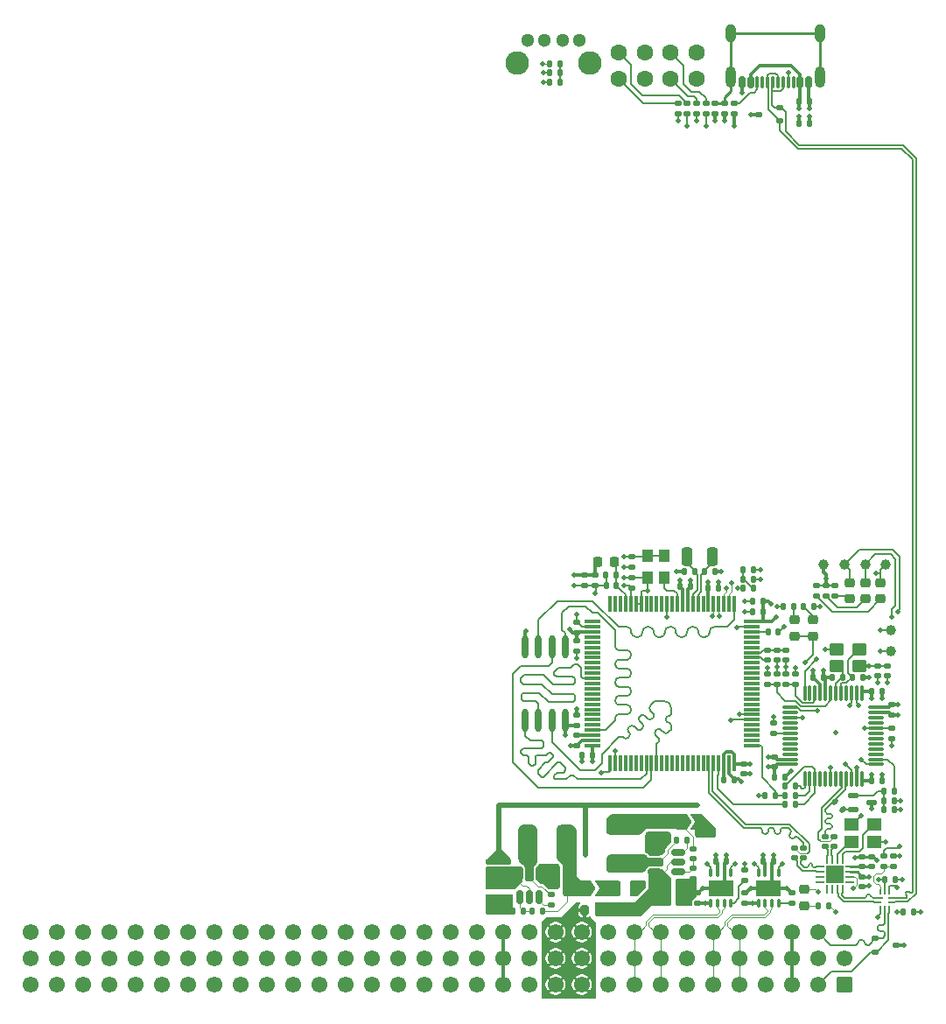
<source format=gbr>
%TF.GenerationSoftware,KiCad,Pcbnew,9.0.1-9.0.1-0~ubuntu24.04.1*%
%TF.CreationDate,2025-04-19T19:09:29+00:00*%
%TF.ProjectId,base-module,62617365-2d6d-46f6-9475-6c652e6b6963,1.1.0*%
%TF.SameCoordinates,Original*%
%TF.FileFunction,Copper,L1,Top*%
%TF.FilePolarity,Positive*%
%FSLAX46Y46*%
G04 Gerber Fmt 4.6, Leading zero omitted, Abs format (unit mm)*
G04 Created by KiCad (PCBNEW 9.0.1-9.0.1-0~ubuntu24.04.1) date 2025-04-19 19:09:29*
%MOMM*%
%LPD*%
G01*
G04 APERTURE LIST*
G04 Aperture macros list*
%AMRoundRect*
0 Rectangle with rounded corners*
0 $1 Rounding radius*
0 $2 $3 $4 $5 $6 $7 $8 $9 X,Y pos of 4 corners*
0 Add a 4 corners polygon primitive as box body*
4,1,4,$2,$3,$4,$5,$6,$7,$8,$9,$2,$3,0*
0 Add four circle primitives for the rounded corners*
1,1,$1+$1,$2,$3*
1,1,$1+$1,$4,$5*
1,1,$1+$1,$6,$7*
1,1,$1+$1,$8,$9*
0 Add four rect primitives between the rounded corners*
20,1,$1+$1,$2,$3,$4,$5,0*
20,1,$1+$1,$4,$5,$6,$7,0*
20,1,$1+$1,$6,$7,$8,$9,0*
20,1,$1+$1,$8,$9,$2,$3,0*%
%AMFreePoly0*
4,1,6,1.000000,0.000000,0.500000,-0.750000,-0.500000,-0.750000,-0.500000,0.750000,0.500000,0.750000,1.000000,0.000000,1.000000,0.000000,$1*%
%AMFreePoly1*
4,1,6,0.500000,-0.750000,-0.650000,-0.750000,-0.150000,0.000000,-0.650000,0.750000,0.500000,0.750000,0.500000,-0.750000,0.500000,-0.750000,$1*%
G04 Aperture macros list end*
%TA.AperFunction,SMDPad,CuDef*%
%ADD10RoundRect,0.250001X0.999999X-0.499999X0.999999X0.499999X-0.999999X0.499999X-0.999999X-0.499999X0*%
%TD*%
%TA.AperFunction,SMDPad,CuDef*%
%ADD11FreePoly0,0.000000*%
%TD*%
%TA.AperFunction,SMDPad,CuDef*%
%ADD12FreePoly1,0.000000*%
%TD*%
%TA.AperFunction,SMDPad,CuDef*%
%ADD13RoundRect,0.140000X-0.140000X-0.170000X0.140000X-0.170000X0.140000X0.170000X-0.140000X0.170000X0*%
%TD*%
%TA.AperFunction,SMDPad,CuDef*%
%ADD14C,1.000000*%
%TD*%
%TA.AperFunction,SMDPad,CuDef*%
%ADD15RoundRect,0.140000X0.140000X0.170000X-0.140000X0.170000X-0.140000X-0.170000X0.140000X-0.170000X0*%
%TD*%
%TA.AperFunction,ComponentPad*%
%ADD16C,1.600000*%
%TD*%
%TA.AperFunction,SMDPad,CuDef*%
%ADD17RoundRect,0.140000X0.170000X-0.140000X0.170000X0.140000X-0.170000X0.140000X-0.170000X-0.140000X0*%
%TD*%
%TA.AperFunction,SMDPad,CuDef*%
%ADD18RoundRect,0.140000X-0.170000X0.140000X-0.170000X-0.140000X0.170000X-0.140000X0.170000X0.140000X0*%
%TD*%
%TA.AperFunction,SMDPad,CuDef*%
%ADD19RoundRect,0.220000X0.220000X0.255000X-0.220000X0.255000X-0.220000X-0.255000X0.220000X-0.255000X0*%
%TD*%
%TA.AperFunction,SMDPad,CuDef*%
%ADD20RoundRect,0.220000X0.255000X-0.220000X0.255000X0.220000X-0.255000X0.220000X-0.255000X-0.220000X0*%
%TD*%
%TA.AperFunction,ComponentPad*%
%ADD21C,1.300000*%
%TD*%
%TA.AperFunction,ComponentPad*%
%ADD22C,2.286000*%
%TD*%
%TA.AperFunction,SMDPad,CuDef*%
%ADD23R,0.663000X0.225000*%
%TD*%
%TA.AperFunction,SMDPad,CuDef*%
%ADD24R,0.563000X0.225000*%
%TD*%
%TA.AperFunction,SMDPad,CuDef*%
%ADD25R,0.225000X0.563000*%
%TD*%
%TA.AperFunction,SMDPad,CuDef*%
%ADD26RoundRect,0.225000X-0.250000X0.225000X-0.250000X-0.225000X0.250000X-0.225000X0.250000X0.225000X0*%
%TD*%
%TA.AperFunction,SMDPad,CuDef*%
%ADD27RoundRect,0.075000X-0.075000X0.725000X-0.075000X-0.725000X0.075000X-0.725000X0.075000X0.725000X0*%
%TD*%
%TA.AperFunction,SMDPad,CuDef*%
%ADD28RoundRect,0.075000X-0.725000X0.075000X-0.725000X-0.075000X0.725000X-0.075000X0.725000X0.075000X0*%
%TD*%
%TA.AperFunction,SMDPad,CuDef*%
%ADD29RoundRect,0.150000X-0.512500X-0.150000X0.512500X-0.150000X0.512500X0.150000X-0.512500X0.150000X0*%
%TD*%
%TA.AperFunction,SMDPad,CuDef*%
%ADD30RoundRect,0.220000X-0.255000X0.220000X-0.255000X-0.220000X0.255000X-0.220000X0.255000X0.220000X0*%
%TD*%
%TA.AperFunction,SMDPad,CuDef*%
%ADD31RoundRect,0.225000X0.225000X0.250000X-0.225000X0.250000X-0.225000X-0.250000X0.225000X-0.250000X0*%
%TD*%
%TA.AperFunction,SMDPad,CuDef*%
%ADD32RoundRect,0.250000X0.450000X0.350000X-0.450000X0.350000X-0.450000X-0.350000X0.450000X-0.350000X0*%
%TD*%
%TA.AperFunction,SMDPad,CuDef*%
%ADD33RoundRect,0.075000X-0.075000X0.662500X-0.075000X-0.662500X0.075000X-0.662500X0.075000X0.662500X0*%
%TD*%
%TA.AperFunction,SMDPad,CuDef*%
%ADD34RoundRect,0.075000X-0.662500X0.075000X-0.662500X-0.075000X0.662500X-0.075000X0.662500X0.075000X0*%
%TD*%
%TA.AperFunction,SMDPad,CuDef*%
%ADD35RoundRect,0.150000X0.150000X0.425000X-0.150000X0.425000X-0.150000X-0.425000X0.150000X-0.425000X0*%
%TD*%
%TA.AperFunction,SMDPad,CuDef*%
%ADD36RoundRect,0.075000X0.075000X0.500000X-0.075000X0.500000X-0.075000X-0.500000X0.075000X-0.500000X0*%
%TD*%
%TA.AperFunction,ComponentPad*%
%ADD37O,1.000000X2.100000*%
%TD*%
%TA.AperFunction,ComponentPad*%
%ADD38O,1.000000X1.800000*%
%TD*%
%TA.AperFunction,SMDPad,CuDef*%
%ADD39RoundRect,0.112500X-0.237500X0.112500X-0.237500X-0.112500X0.237500X-0.112500X0.237500X0.112500X0*%
%TD*%
%TA.AperFunction,SMDPad,CuDef*%
%ADD40R,1.100000X1.300000*%
%TD*%
%TA.AperFunction,SMDPad,CuDef*%
%ADD41RoundRect,0.225000X-0.225000X-0.250000X0.225000X-0.250000X0.225000X0.250000X-0.225000X0.250000X0*%
%TD*%
%TA.AperFunction,ComponentPad*%
%ADD42RoundRect,0.249999X0.525001X0.525001X-0.525001X0.525001X-0.525001X-0.525001X0.525001X-0.525001X0*%
%TD*%
%TA.AperFunction,ComponentPad*%
%ADD43C,1.550000*%
%TD*%
%TA.AperFunction,SMDPad,CuDef*%
%ADD44RoundRect,0.200000X-0.200000X-0.275000X0.200000X-0.275000X0.200000X0.275000X-0.200000X0.275000X0*%
%TD*%
%TA.AperFunction,SMDPad,CuDef*%
%ADD45RoundRect,0.075000X-0.075000X0.350000X-0.075000X-0.350000X0.075000X-0.350000X0.075000X0.350000X0*%
%TD*%
%TA.AperFunction,HeatsinkPad*%
%ADD46R,2.400000X1.600000*%
%TD*%
%TA.AperFunction,SMDPad,CuDef*%
%ADD47RoundRect,0.250000X0.250000X-0.650000X0.250000X0.650000X-0.250000X0.650000X-0.250000X-0.650000X0*%
%TD*%
%TA.AperFunction,SMDPad,CuDef*%
%ADD48RoundRect,0.140000X0.219203X0.021213X0.021213X0.219203X-0.219203X-0.021213X-0.021213X-0.219203X0*%
%TD*%
%TA.AperFunction,SMDPad,CuDef*%
%ADD49R,1.400000X1.200000*%
%TD*%
%TA.AperFunction,SMDPad,CuDef*%
%ADD50O,0.630000X2.250000*%
%TD*%
%TA.AperFunction,SMDPad,CuDef*%
%ADD51RoundRect,0.250001X-0.499999X-0.999999X0.499999X-0.999999X0.499999X0.999999X-0.499999X0.999999X0*%
%TD*%
%TA.AperFunction,SMDPad,CuDef*%
%ADD52RoundRect,0.062500X-0.062500X0.350000X-0.062500X-0.350000X0.062500X-0.350000X0.062500X0.350000X0*%
%TD*%
%TA.AperFunction,SMDPad,CuDef*%
%ADD53RoundRect,0.062500X-0.350000X0.062500X-0.350000X-0.062500X0.350000X-0.062500X0.350000X0.062500X0*%
%TD*%
%TA.AperFunction,HeatsinkPad*%
%ADD54R,1.700000X1.700000*%
%TD*%
%TA.AperFunction,SMDPad,CuDef*%
%ADD55RoundRect,0.112500X0.237500X-0.112500X0.237500X0.112500X-0.237500X0.112500X-0.237500X-0.112500X0*%
%TD*%
%TA.AperFunction,SMDPad,CuDef*%
%ADD56RoundRect,0.125000X0.345000X0.125000X-0.345000X0.125000X-0.345000X-0.125000X0.345000X-0.125000X0*%
%TD*%
%TA.AperFunction,SMDPad,CuDef*%
%ADD57RoundRect,0.150000X-0.150000X0.512500X-0.150000X-0.512500X0.150000X-0.512500X0.150000X0.512500X0*%
%TD*%
%TA.AperFunction,ViaPad*%
%ADD58C,0.500000*%
%TD*%
%TA.AperFunction,Conductor*%
%ADD59C,0.300000*%
%TD*%
%TA.AperFunction,Conductor*%
%ADD60C,0.150000*%
%TD*%
%TA.AperFunction,Conductor*%
%ADD61C,0.200000*%
%TD*%
%TA.AperFunction,Conductor*%
%ADD62C,0.250000*%
%TD*%
%TA.AperFunction,Conductor*%
%ADD63C,0.500000*%
%TD*%
%TA.AperFunction,Conductor*%
%ADD64C,0.100000*%
%TD*%
%TA.AperFunction,Conductor*%
%ADD65C,0.180000*%
%TD*%
%TA.AperFunction,Conductor*%
%ADD66C,0.120000*%
%TD*%
G04 APERTURE END LIST*
D10*
%TO.P,L301,1,1*%
%TO.N,/Power/SW_3V3*%
X107120720Y-134271542D03*
%TO.P,L301,2,2*%
%TO.N,/Power/+3V3_UNPROTEC*%
X107120720Y-130571542D03*
%TD*%
D11*
%TO.P,JP300,1,A*%
%TO.N,/Power/+5V_UNPROTEC*%
X103725000Y-136675000D03*
D12*
%TO.P,JP300,2,B*%
%TO.N,+5V*%
X105175000Y-136675000D03*
%TD*%
D13*
%TO.P,C420,1*%
%TO.N,+3V3*%
X115578000Y-107597001D03*
%TO.P,C420,2*%
%TO.N,GND*%
X116578000Y-107597001D03*
%TD*%
D14*
%TO.P,TP302,1,1*%
%TO.N,+3V3*%
X132750000Y-105325000D03*
%TD*%
D15*
%TO.P,C423,1*%
%TO.N,/MCU/VDDA*%
X106672000Y-106327001D03*
%TO.P,C423,2*%
%TO.N,GND*%
X105672000Y-106327001D03*
%TD*%
D16*
%TO.P,LED300,1*%
%TO.N,Net-(LED300-Pad1)*%
X106863600Y-55785000D03*
%TO.P,LED300,2*%
%TO.N,GND*%
X109403600Y-55785000D03*
%TO.P,LED300,3*%
%TO.N,Net-(LED300-Pad3)*%
X106863600Y-58325000D03*
%TO.P,LED300,4*%
%TO.N,GND*%
X109403600Y-58325000D03*
%TD*%
D17*
%TO.P,C406,1*%
%TO.N,+3V3*%
X108204000Y-107589001D03*
%TO.P,C406,2*%
%TO.N,GND*%
X108204000Y-106589001D03*
%TD*%
D18*
%TO.P,R903,1*%
%TO.N,/ST-LINK/ST-LINK.D+*%
X126850000Y-131625000D03*
%TO.P,R903,2*%
%TO.N,/USB-hub/USBOUT1_R.D+*%
X126850000Y-132625000D03*
%TD*%
D15*
%TO.P,R308,1*%
%TO.N,Net-(U302-PGANG)*%
X127200000Y-138375000D03*
%TO.P,R308,2*%
%TO.N,Net-(D301-Pad1)*%
X126200000Y-138375000D03*
%TD*%
D19*
%TO.P,FB401,1*%
%TO.N,/MCU/VDDA*%
X106462000Y-105057001D03*
%TO.P,FB401,2*%
%TO.N,+3V3*%
X104882000Y-105057001D03*
%TD*%
D17*
%TO.P,C501,1*%
%TO.N,+3V3*%
X119100000Y-138075000D03*
%TO.P,C501,2*%
%TO.N,GND*%
X119100000Y-137075000D03*
%TD*%
D13*
%TO.P,R716,1*%
%TO.N,/MCU/SWD.SWDIO*%
X123000000Y-128525000D03*
%TO.P,R716,2*%
%TO.N,Net-(U700-PB14)*%
X124000000Y-128525000D03*
%TD*%
D18*
%TO.P,R306,1*%
%TO.N,/Power/+3V3_UNPROTEC*%
X114070720Y-132821542D03*
%TO.P,R306,2*%
%TO.N,/Power/FB_3V3*%
X114070720Y-133821542D03*
%TD*%
D20*
%TO.P,D301,1*%
%TO.N,Net-(D301-Pad1)*%
X124850000Y-138365000D03*
%TO.P,D301,2*%
%TO.N,+5V*%
X124850000Y-136785000D03*
%TD*%
D21*
%TO.P,BTN400,1*%
%TO.N,GND*%
X103079415Y-54584163D03*
%TO.P,BTN400,2*%
X101449415Y-54584163D03*
%TO.P,BTN400,3*%
%TO.N,/MCU/SWD.~{RST}*%
X99709415Y-54584163D03*
%TO.P,BTN400,4*%
%TO.N,/MCU/USR_BUTTON*%
X98079415Y-54584163D03*
D22*
%TO.P,BTN400,5*%
%TO.N,N/C*%
X104079415Y-56834163D03*
%TO.P,BTN400,6*%
X97079415Y-56834163D03*
%TD*%
D18*
%TO.P,C427,1*%
%TO.N,/MCU/VCAP_1*%
X102870000Y-121829001D03*
%TO.P,C427,2*%
%TO.N,GND*%
X102870000Y-122829001D03*
%TD*%
D17*
%TO.P,C601,1*%
%TO.N,+3V3*%
X114550000Y-138075000D03*
%TO.P,C601,2*%
%TO.N,GND*%
X114550000Y-137075000D03*
%TD*%
D15*
%TO.P,R301,1*%
%TO.N,/Power/FB_5V0*%
X97650000Y-138871508D03*
%TO.P,R301,2*%
%TO.N,GND*%
X96650000Y-138871508D03*
%TD*%
D17*
%TO.P,R600,1*%
%TO.N,Net-(U600-STB)*%
X119100000Y-135925000D03*
%TO.P,R600,2*%
%TO.N,GND*%
X119100000Y-134925000D03*
%TD*%
D18*
%TO.P,C400,1*%
%TO.N,+3V3*%
X102870000Y-112734002D03*
%TO.P,C400,2*%
%TO.N,GND*%
X102870000Y-113734002D03*
%TD*%
D15*
%TO.P,C313,1*%
%TO.N,/MCU/OSC32_OUT*%
X114250000Y-106025000D03*
%TO.P,C313,2*%
%TO.N,GND*%
X113250000Y-106025000D03*
%TD*%
D13*
%TO.P,R801,1*%
%TO.N,/USB/CC1*%
X124350000Y-62675000D03*
%TO.P,R801,2*%
%TO.N,GND*%
X125350000Y-62675000D03*
%TD*%
D15*
%TO.P,C600,1*%
%TO.N,GND*%
X117300000Y-134025000D03*
%TO.P,C600,2*%
%TO.N,+5V*%
X116300000Y-134025000D03*
%TD*%
D13*
%TO.P,C314,1*%
%TO.N,/MCU/OSC32_IN*%
X115200000Y-106025000D03*
%TO.P,C314,2*%
%TO.N,GND*%
X116200000Y-106025000D03*
%TD*%
D23*
%TO.P,U801,1,D+*%
%TO.N,/USB-hub/USBIN1.D+*%
X132131500Y-137600000D03*
D24*
%TO.P,U801,2,D-*%
%TO.N,/USB-hub/USBIN1.D-*%
X132081500Y-138000000D03*
D25*
%TO.P,U801,3,GND*%
%TO.N,GND*%
X132250000Y-138568500D03*
%TO.P,U801,4,HSD1-*%
%TO.N,/Backplane/BACKPLANE.D-*%
X132650000Y-138568500D03*
%TO.P,U801,5,HSD1+*%
%TO.N,/Backplane/BACKPLANE.D+*%
X133050000Y-138568500D03*
D24*
%TO.P,U801,6,HSD2-*%
%TO.N,/USB/USB2S.D-*%
X133218500Y-138000000D03*
%TO.P,U801,7,HSD2+*%
%TO.N,/USB/USB2S.D+*%
X133218500Y-137600000D03*
D25*
%TO.P,U801,8,~{OE}*%
%TO.N,Net-(U801-~{OE})*%
X133050000Y-137031500D03*
%TO.P,U801,9,VCC*%
%TO.N,+3V3*%
X132650000Y-137031500D03*
%TO.P,U801,10,SEL*%
%TO.N,Net-(U801-SEL)*%
X132250000Y-137031500D03*
%TD*%
D14*
%TO.P,TP701,1,1*%
%TO.N,/ST-LINK/STLINK_RX*%
X133250000Y-113725000D03*
%TD*%
D26*
%TO.P,C304,1*%
%TO.N,+12V_FUSED*%
X94646542Y-136211059D03*
%TO.P,C304,2*%
%TO.N,GND*%
X94646542Y-137771059D03*
%TD*%
D18*
%TO.P,C305,1*%
%TO.N,GND*%
X96090000Y-134071508D03*
%TO.P,C305,2*%
%TO.N,+12V_FUSED*%
X96090000Y-135071508D03*
%TD*%
D15*
%TO.P,R404,1*%
%TO.N,/MCU/NRST*%
X119950000Y-107645000D03*
%TO.P,R404,2*%
%TO.N,/MCU/SWD.~{RST}*%
X118950000Y-107645000D03*
%TD*%
D27*
%TO.P,U403,1,PE2*%
%TO.N,/MCU/QSPI1.IO2*%
X118075000Y-109175000D03*
%TO.P,U403,2,PE3*%
%TO.N,/MCU/USER_LED_1*%
X117575000Y-109175000D03*
%TO.P,U403,3,PE4*%
%TO.N,/MCU/USER_LED_2*%
X117075000Y-109175000D03*
%TO.P,U403,4,PE5*%
%TO.N,/MCU/STATUS_LED*%
X116575000Y-109175000D03*
%TO.P,U403,5,PE6*%
%TO.N,/MCU/USR_BUTTON*%
X116075000Y-109175000D03*
%TO.P,U403,6,VBAT*%
%TO.N,+3V3*%
X115575000Y-109175000D03*
%TO.P,U403,7,PC13*%
%TO.N,unconnected-(U403-PC13-Pad7)*%
X115075000Y-109175000D03*
%TO.P,U403,8,PC14*%
%TO.N,/MCU/OSC32_IN*%
X114575000Y-109175000D03*
%TO.P,U403,9,PC15*%
%TO.N,/MCU/OSC32_OUT*%
X114075000Y-109175000D03*
%TO.P,U403,10,VSS*%
%TO.N,GND*%
X113575000Y-109175000D03*
%TO.P,U403,11,VDD*%
%TO.N,+3V3*%
X113075000Y-109175000D03*
%TO.P,U403,12,PH0*%
%TO.N,/MCU/OSC_IN*%
X112575000Y-109175000D03*
%TO.P,U403,13,PH1*%
%TO.N,unconnected-(U403-PH1-Pad13)*%
X112075000Y-109175000D03*
%TO.P,U403,14,NRST*%
%TO.N,/MCU/SWD.~{RST}*%
X111575000Y-109175000D03*
%TO.P,U403,15,PC0*%
%TO.N,unconnected-(U403-PC0-Pad15)*%
X111075000Y-109175000D03*
%TO.P,U403,16,PC1*%
%TO.N,unconnected-(U403-PC1-Pad16)*%
X110575000Y-109175000D03*
%TO.P,U403,17,PC2*%
%TO.N,unconnected-(U403-PC2-Pad17)*%
X110075000Y-109175000D03*
%TO.P,U403,18,PC3*%
%TO.N,unconnected-(U403-PC3-Pad18)*%
X109575000Y-109175000D03*
%TO.P,U403,19,VSSA*%
%TO.N,GND*%
X109075000Y-109175000D03*
%TO.P,U403,20,VREF-*%
X108575000Y-109175000D03*
%TO.P,U403,21,VREF+*%
%TO.N,+3V3*%
X108075000Y-109175000D03*
%TO.P,U403,22,VDDA*%
%TO.N,/MCU/VDDA*%
X107575000Y-109175000D03*
%TO.P,U403,23,PA0*%
%TO.N,unconnected-(U403-PA0-Pad23)*%
X107075000Y-109175000D03*
%TO.P,U403,24,PA1*%
%TO.N,unconnected-(U403-PA1-Pad24)*%
X106575000Y-109175000D03*
%TO.P,U403,25,PA2*%
%TO.N,unconnected-(U403-PA2-Pad25)*%
X106075000Y-109175000D03*
D28*
%TO.P,U403,26,PA3*%
%TO.N,unconnected-(U403-PA3-Pad26)*%
X104400000Y-110850000D03*
%TO.P,U403,27,VSS*%
%TO.N,GND*%
X104400000Y-111350000D03*
%TO.P,U403,28,VDD*%
%TO.N,+3V3*%
X104400000Y-111850000D03*
%TO.P,U403,29,PA4*%
%TO.N,unconnected-(U403-PA4-Pad29)*%
X104400000Y-112350000D03*
%TO.P,U403,30,PA5*%
%TO.N,unconnected-(U403-PA5-Pad30)*%
X104400000Y-112850000D03*
%TO.P,U403,31,PA6*%
%TO.N,unconnected-(U403-PA6-Pad31)*%
X104400000Y-113350000D03*
%TO.P,U403,32,PA7*%
%TO.N,unconnected-(U403-PA7-Pad32)*%
X104400000Y-113850000D03*
%TO.P,U403,33,PC4*%
%TO.N,unconnected-(U403-PC4-Pad33)*%
X104400000Y-114350000D03*
%TO.P,U403,34,PC5*%
%TO.N,unconnected-(U403-PC5-Pad34)*%
X104400000Y-114850000D03*
%TO.P,U403,35,PB0*%
%TO.N,unconnected-(U403-PB0-Pad35)*%
X104400000Y-115350000D03*
%TO.P,U403,36,PB1*%
%TO.N,unconnected-(U403-PB1-Pad36)*%
X104400000Y-115850000D03*
%TO.P,U403,37,PB2*%
%TO.N,/MCU/QSPI1.SCLK*%
X104400000Y-116350000D03*
%TO.P,U403,38,PE7*%
%TO.N,unconnected-(U403-PE7-Pad38)*%
X104400000Y-116850000D03*
%TO.P,U403,39,PE8*%
%TO.N,unconnected-(U403-PE8-Pad39)*%
X104400000Y-117350000D03*
%TO.P,U403,40,PE9*%
%TO.N,unconnected-(U403-PE9-Pad40)*%
X104400000Y-117850000D03*
%TO.P,U403,41,PE10*%
%TO.N,unconnected-(U403-PE10-Pad41)*%
X104400000Y-118350000D03*
%TO.P,U403,42,PE11*%
%TO.N,unconnected-(U403-PE11-Pad42)*%
X104400000Y-118850000D03*
%TO.P,U403,43,PE12*%
%TO.N,unconnected-(U403-PE12-Pad43)*%
X104400000Y-119350000D03*
%TO.P,U403,44,PE13*%
%TO.N,unconnected-(U403-PE13-Pad44)*%
X104400000Y-119850000D03*
%TO.P,U403,45,PE14*%
%TO.N,unconnected-(U403-PE14-Pad45)*%
X104400000Y-120350000D03*
%TO.P,U403,46,PE15*%
%TO.N,unconnected-(U403-PE15-Pad46)*%
X104400000Y-120850000D03*
%TO.P,U403,47,PB10*%
%TO.N,/MCU/QSPI1.CS*%
X104400000Y-121350000D03*
%TO.P,U403,48,VCAP*%
%TO.N,/MCU/VCAP_1*%
X104400000Y-121850000D03*
%TO.P,U403,49,VSS*%
%TO.N,GND*%
X104400000Y-122350000D03*
%TO.P,U403,50,VDD*%
%TO.N,+3V3*%
X104400000Y-122850000D03*
D27*
%TO.P,U403,51,PB12*%
%TO.N,/CAN transceiver 2/CAN.RX*%
X106075000Y-124525000D03*
%TO.P,U403,52,PB13*%
%TO.N,/CAN transceiver 2/CAN.TX*%
X106575000Y-124525000D03*
%TO.P,U403,53,PB14*%
%TO.N,unconnected-(U403-PB14-Pad53)*%
X107075000Y-124525000D03*
%TO.P,U403,54,PB15*%
%TO.N,unconnected-(U403-PB15-Pad54)*%
X107575000Y-124525000D03*
%TO.P,U403,55,PD8*%
%TO.N,unconnected-(U403-PD8-Pad55)*%
X108075000Y-124525000D03*
%TO.P,U403,56,PD9*%
%TO.N,unconnected-(U403-PD9-Pad56)*%
X108575000Y-124525000D03*
%TO.P,U403,57,PD10*%
%TO.N,unconnected-(U403-PD10-Pad57)*%
X109075000Y-124525000D03*
%TO.P,U403,58,PD11*%
%TO.N,/MCU/QSPI1.IO0*%
X109575000Y-124525000D03*
%TO.P,U403,59,PD12*%
%TO.N,/MCU/QSPI1.IO1*%
X110075000Y-124525000D03*
%TO.P,U403,60,PD13*%
%TO.N,/MCU/QSPI1.IO3*%
X110575000Y-124525000D03*
%TO.P,U403,61,PD14*%
%TO.N,unconnected-(U403-PD14-Pad61)*%
X111075000Y-124525000D03*
%TO.P,U403,62,PD15*%
%TO.N,unconnected-(U403-PD15-Pad62)*%
X111575000Y-124525000D03*
%TO.P,U403,63,PC6*%
%TO.N,unconnected-(U403-PC6-Pad63)*%
X112075000Y-124525000D03*
%TO.P,U403,64,PC7*%
%TO.N,unconnected-(U403-PC7-Pad64)*%
X112575000Y-124525000D03*
%TO.P,U403,65,PC8*%
%TO.N,unconnected-(U403-PC8-Pad65)*%
X113075000Y-124525000D03*
%TO.P,U403,66,PC9*%
%TO.N,unconnected-(U403-PC9-Pad66)*%
X113575000Y-124525000D03*
%TO.P,U403,67,PA8*%
%TO.N,unconnected-(U403-PA8-Pad67)*%
X114075000Y-124525000D03*
%TO.P,U403,68,PA9*%
%TO.N,unconnected-(U403-PA9-Pad68)*%
X114575000Y-124525000D03*
%TO.P,U403,69,PA10*%
%TO.N,unconnected-(U403-PA10-Pad69)*%
X115075000Y-124525000D03*
%TO.P,U403,70,PA11*%
%TO.N,/MCU/USB_MCU.D-*%
X115575000Y-124525000D03*
%TO.P,U403,71,PA12*%
%TO.N,/MCU/USB_MCU.D+*%
X116075000Y-124525000D03*
%TO.P,U403,72,PA13(JTMS*%
%TO.N,/MCU/SWD.SWDIO*%
X116575000Y-124525000D03*
%TO.P,U403,73,VDDUSB*%
%TO.N,+3V3*%
X117075000Y-124525000D03*
%TO.P,U403,74,VSS*%
%TO.N,GND*%
X117575000Y-124525000D03*
%TO.P,U403,75,VDD*%
%TO.N,+3V3*%
X118075000Y-124525000D03*
D28*
%TO.P,U403,76,PA14(JTCK*%
%TO.N,/MCU/SWD.SWCLK*%
X119750000Y-122850000D03*
%TO.P,U403,77,PA15(JTDI)*%
%TO.N,unconnected-(U403-PA15(JTDI)-Pad77)*%
X119750000Y-122350000D03*
%TO.P,U403,78,PC10*%
%TO.N,unconnected-(U403-PC10-Pad78)*%
X119750000Y-121850000D03*
%TO.P,U403,79,PC11*%
%TO.N,unconnected-(U403-PC11-Pad79)*%
X119750000Y-121350000D03*
%TO.P,U403,80,PC12*%
%TO.N,unconnected-(U403-PC12-Pad80)*%
X119750000Y-120850000D03*
%TO.P,U403,81,PD0*%
%TO.N,/CAN transceiver 1/CAN.RX*%
X119750000Y-120350000D03*
%TO.P,U403,82,PD1*%
%TO.N,/CAN transceiver 1/CAN.TX*%
X119750000Y-119850000D03*
%TO.P,U403,83,PD2*%
%TO.N,unconnected-(U403-PD2-Pad83)*%
X119750000Y-119350000D03*
%TO.P,U403,84,PD3*%
%TO.N,unconnected-(U403-PD3-Pad84)*%
X119750000Y-118850000D03*
%TO.P,U403,85,PD4*%
%TO.N,unconnected-(U403-PD4-Pad85)*%
X119750000Y-118350000D03*
%TO.P,U403,86,PD5*%
%TO.N,unconnected-(U403-PD5-Pad86)*%
X119750000Y-117850000D03*
%TO.P,U403,87,PD6*%
%TO.N,unconnected-(U403-PD6-Pad87)*%
X119750000Y-117350000D03*
%TO.P,U403,88,PD7*%
%TO.N,unconnected-(U403-PD7-Pad88)*%
X119750000Y-116850000D03*
%TO.P,U403,89,PB3(JTDO*%
%TO.N,unconnected-(U403-PB3(JTDO-Pad89)*%
X119750000Y-116350000D03*
%TO.P,U403,90,PB4(NJTRST)*%
%TO.N,unconnected-(U403-PB4(NJTRST)-Pad90)*%
X119750000Y-115850000D03*
%TO.P,U403,91,PB5*%
%TO.N,unconnected-(U403-PB5-Pad91)*%
X119750000Y-115350000D03*
%TO.P,U403,92,PB6*%
%TO.N,unconnected-(U403-PB6-Pad92)*%
X119750000Y-114850000D03*
%TO.P,U403,93,PB7*%
%TO.N,/MCU/BOOT_EN*%
X119750000Y-114350000D03*
%TO.P,U403,94,BOOT0*%
%TO.N,/MCU/BOOT0*%
X119750000Y-113850000D03*
%TO.P,U403,95,PB8*%
%TO.N,/MCU/I2C1.SCL*%
X119750000Y-113350000D03*
%TO.P,U403,96,PB9*%
%TO.N,/MCU/I2C1.SDA*%
X119750000Y-112850000D03*
%TO.P,U403,97,PE0*%
%TO.N,unconnected-(U403-PE0-Pad97)*%
X119750000Y-112350000D03*
%TO.P,U403,98,VCAP*%
%TO.N,/MCU/VCAP_2*%
X119750000Y-111850000D03*
%TO.P,U403,99,VSS*%
%TO.N,GND*%
X119750000Y-111350000D03*
%TO.P,U403,100,VDD*%
%TO.N,+3V3*%
X119750000Y-110850000D03*
%TD*%
D29*
%TO.P,U301,1,GND*%
%TO.N,GND*%
X110412500Y-133168050D03*
%TO.P,U301,2,SW*%
%TO.N,/Power/SW_3V3*%
X110412500Y-134118050D03*
%TO.P,U301,3,VIN*%
%TO.N,+12V_FUSED*%
X110412500Y-135068050D03*
%TO.P,U301,4,VFB*%
%TO.N,/Power/FB_3V3*%
X112687500Y-135068050D03*
%TO.P,U301,5,EN*%
%TO.N,+12V_FUSED*%
X112687500Y-134118050D03*
%TO.P,U301,6,VBST*%
%TO.N,/Power/VBST_3V3*%
X112687500Y-133168050D03*
%TD*%
D15*
%TO.P,C500,1*%
%TO.N,GND*%
X121900000Y-134025000D03*
%TO.P,C500,2*%
%TO.N,+5V*%
X120900000Y-134025000D03*
%TD*%
D18*
%TO.P,R902,1*%
%TO.N,/ST-LINK/ST-LINK.D-*%
X127750000Y-131625000D03*
%TO.P,R902,2*%
%TO.N,/USB-hub/USBOUT1_R.D-*%
X127750000Y-132625000D03*
%TD*%
D20*
%TO.P,D400,1*%
%TO.N,Net-(D400-Pad1)*%
X129240000Y-108665000D03*
%TO.P,D400,2*%
%TO.N,+12V_FUSED*%
X129240000Y-107085000D03*
%TD*%
D18*
%TO.P,R700,1*%
%TO.N,+3V3*%
X121325000Y-115925000D03*
%TO.P,R700,2*%
%TO.N,/ST-LINK/STLINK-RST*%
X121325000Y-116925000D03*
%TD*%
D13*
%TO.P,R405,1*%
%TO.N,+3V3*%
X100228400Y-58685001D03*
%TO.P,R405,2*%
%TO.N,/MCU/USR_BTN*%
X101228400Y-58685001D03*
%TD*%
D17*
%TO.P,R409,1*%
%TO.N,+3V3*%
X114450000Y-61725000D03*
%TO.P,R409,2*%
%TO.N,Net-(LED301-Pad3)*%
X114450000Y-60725000D03*
%TD*%
%TO.P,R400,1*%
%TO.N,/MCU/USER_LED_1*%
X113550000Y-61725000D03*
%TO.P,R400,2*%
%TO.N,Net-(LED300-Pad1)*%
X113550000Y-60725000D03*
%TD*%
%TO.P,R411,1*%
%TO.N,Net-(D401-Pad1)*%
X126950000Y-108375000D03*
%TO.P,R411,2*%
%TO.N,GND*%
X126950000Y-107375000D03*
%TD*%
D18*
%TO.P,C410,1*%
%TO.N,/MCU/BOOT0*%
X123100000Y-113600000D03*
%TO.P,C410,2*%
%TO.N,GND*%
X123100000Y-114600000D03*
%TD*%
D30*
%TO.P,D701,1*%
%TO.N,Net-(D701-Pad1)*%
X125702000Y-110660000D03*
%TO.P,D701,2*%
%TO.N,/ST-LINK/LED*%
X125702000Y-112240000D03*
%TD*%
D15*
%TO.P,C422,1*%
%TO.N,+3V3*%
X120888000Y-108867001D03*
%TO.P,C422,2*%
%TO.N,GND*%
X119888000Y-108867001D03*
%TD*%
D18*
%TO.P,R701,1*%
%TO.N,+3V3*%
X124000000Y-115925000D03*
%TO.P,R701,2*%
%TO.N,Net-(U700-PA0)*%
X124000000Y-116925000D03*
%TD*%
D15*
%TO.P,C424,1*%
%TO.N,/MCU/VDDA*%
X106680000Y-107343001D03*
%TO.P,C424,2*%
%TO.N,GND*%
X105680000Y-107343001D03*
%TD*%
%TO.P,C405,1*%
%TO.N,+3V3*%
X120896000Y-109883001D03*
%TO.P,C405,2*%
%TO.N,GND*%
X119896000Y-109883001D03*
%TD*%
D31*
%TO.P,C301,1*%
%TO.N,/Power/+5V_UNPROTEC*%
X102180000Y-136171508D03*
%TO.P,C301,2*%
%TO.N,GND*%
X100620000Y-136171508D03*
%TD*%
D17*
%TO.P,C300,1*%
%TO.N,/Power/VBST_5V0*%
X100400000Y-138281508D03*
%TO.P,C300,2*%
%TO.N,/Power/SW_5V0*%
X100400000Y-137281508D03*
%TD*%
D20*
%TO.P,D402,1*%
%TO.N,Net-(D402-Pad1)*%
X132240000Y-108665000D03*
%TO.P,D402,2*%
%TO.N,+3V3*%
X132240000Y-107085000D03*
%TD*%
D32*
%TO.P,Y700,1,1*%
%TO.N,/ST-LINK/STLINK-OSC_IN*%
X130150000Y-113525000D03*
%TO.P,Y700,2,2*%
%TO.N,GND*%
X127950000Y-113525000D03*
%TO.P,Y700,3,3*%
%TO.N,/ST-LINK/STLINK-OSC_OUT*%
X127950000Y-115125000D03*
%TO.P,Y700,4,4*%
%TO.N,GND*%
X130150000Y-115125000D03*
%TD*%
D33*
%TO.P,U700,1,VBAT*%
%TO.N,+3V3*%
X130400000Y-117762500D03*
%TO.P,U700,2,PC13*%
%TO.N,Net-(U700-PC13)*%
X129900000Y-117762500D03*
%TO.P,U700,3,PC14*%
%TO.N,Net-(U700-PC14)*%
X129400000Y-117762500D03*
%TO.P,U700,4,PC15*%
%TO.N,unconnected-(U700-PC15-Pad4)*%
X128900000Y-117762500D03*
%TO.P,U700,5,PD0*%
%TO.N,/ST-LINK/STLINK-OSC_IN*%
X128400000Y-117762500D03*
%TO.P,U700,6,PD1*%
%TO.N,/ST-LINK/STLINK-OSC_OUT*%
X127900000Y-117762500D03*
%TO.P,U700,7,NRST*%
%TO.N,/ST-LINK/STLINK-RST*%
X127400000Y-117762500D03*
%TO.P,U700,8,VSSA*%
%TO.N,GND*%
X126900000Y-117762500D03*
%TO.P,U700,9,VDDA*%
%TO.N,+3V3*%
X126400000Y-117762500D03*
%TO.P,U700,10,PA0*%
%TO.N,Net-(U700-PA0)*%
X125900000Y-117762500D03*
%TO.P,U700,11,PA1*%
%TO.N,unconnected-(U700-PA1-Pad11)*%
X125400000Y-117762500D03*
%TO.P,U700,12,PA2*%
%TO.N,/ST-LINK/STLINK_TX*%
X124900000Y-117762500D03*
D34*
%TO.P,U700,13,PA3*%
%TO.N,/ST-LINK/STLINK_RX*%
X123487500Y-119175000D03*
%TO.P,U700,14,PA4*%
%TO.N,unconnected-(U700-PA4-Pad14)*%
X123487500Y-119675000D03*
%TO.P,U700,15,PA5*%
%TO.N,Net-(U700-PA5)*%
X123487500Y-120175000D03*
%TO.P,U700,16,PA6*%
%TO.N,unconnected-(U700-PA6-Pad16)*%
X123487500Y-120675000D03*
%TO.P,U700,17,PA7*%
%TO.N,unconnected-(U700-PA7-Pad17)*%
X123487500Y-121175000D03*
%TO.P,U700,18,PB0*%
%TO.N,Net-(U700-PB0)*%
X123487500Y-121675000D03*
%TO.P,U700,19,PB1*%
%TO.N,unconnected-(U700-PB1-Pad19)*%
X123487500Y-122175000D03*
%TO.P,U700,20,PB2*%
%TO.N,unconnected-(U700-PB2-Pad20)*%
X123487500Y-122675000D03*
%TO.P,U700,21,PB10*%
%TO.N,unconnected-(U700-PB10-Pad21)*%
X123487500Y-123175000D03*
%TO.P,U700,22,PB11*%
%TO.N,unconnected-(U700-PB11-Pad22)*%
X123487500Y-123675000D03*
%TO.P,U700,23,VSS*%
%TO.N,GND*%
X123487500Y-124175000D03*
%TO.P,U700,24,VDD*%
%TO.N,+3V3*%
X123487500Y-124675000D03*
D33*
%TO.P,U700,25,PB12*%
%TO.N,Net-(U700-PB12)*%
X124900000Y-126087500D03*
%TO.P,U700,26,PB13*%
%TO.N,Net-(U700-PB13)*%
X125400000Y-126087500D03*
%TO.P,U700,27,PB14*%
%TO.N,Net-(U700-PB14)*%
X125900000Y-126087500D03*
%TO.P,U700,28,PB15*%
%TO.N,unconnected-(U700-PB15-Pad28)*%
X126400000Y-126087500D03*
%TO.P,U700,29,PA8*%
%TO.N,unconnected-(U700-PA8-Pad29)*%
X126900000Y-126087500D03*
%TO.P,U700,30,PA9*%
%TO.N,/ST-LINK/LED*%
X127400000Y-126087500D03*
%TO.P,U700,31,PA10*%
%TO.N,/ST-LINK/SWO*%
X127900000Y-126087500D03*
%TO.P,U700,32,PA11*%
%TO.N,/ST-LINK/ST-LINK.D-*%
X128400000Y-126087500D03*
%TO.P,U700,33,PA12*%
%TO.N,/ST-LINK/ST-LINK.D+*%
X128900000Y-126087500D03*
%TO.P,U700,34,PA13*%
%TO.N,/ST-LINK/DIO*%
X129400000Y-126087500D03*
%TO.P,U700,35,VSS*%
%TO.N,GND*%
X129900000Y-126087500D03*
%TO.P,U700,36,VDD*%
%TO.N,+3V3*%
X130400000Y-126087500D03*
D34*
%TO.P,U700,37,PA14*%
%TO.N,/ST-LINK/CLK*%
X131812500Y-124675000D03*
%TO.P,U700,38,PA15*%
%TO.N,/ST-LINK/USB_RENUM*%
X131812500Y-124175000D03*
%TO.P,U700,39,PB3*%
%TO.N,unconnected-(U700-PB3-Pad39)*%
X131812500Y-123675000D03*
%TO.P,U700,40,PB4*%
%TO.N,unconnected-(U700-PB4-Pad40)*%
X131812500Y-123175000D03*
%TO.P,U700,41,PB5*%
%TO.N,unconnected-(U700-PB5-Pad41)*%
X131812500Y-122675000D03*
%TO.P,U700,42,PB6*%
%TO.N,unconnected-(U700-PB6-Pad42)*%
X131812500Y-122175000D03*
%TO.P,U700,43,PB7*%
%TO.N,unconnected-(U700-PB7-Pad43)*%
X131812500Y-121675000D03*
%TO.P,U700,44,BOOT0*%
%TO.N,/ST-LINK/STLINK-BOOT0*%
X131812500Y-121175000D03*
%TO.P,U700,45,PB8*%
%TO.N,unconnected-(U700-PB8-Pad45)*%
X131812500Y-120675000D03*
%TO.P,U700,46,PB9*%
%TO.N,unconnected-(U700-PB9-Pad46)*%
X131812500Y-120175000D03*
%TO.P,U700,47,VSS*%
%TO.N,GND*%
X131812500Y-119675000D03*
%TO.P,U700,48,VDD*%
%TO.N,+3V3*%
X131812500Y-119175000D03*
%TD*%
D14*
%TO.P,TP700,1,1*%
%TO.N,/ST-LINK/STLINK_TX*%
X133250000Y-111725000D03*
%TD*%
D13*
%TO.P,R707,1*%
%TO.N,+3V3*%
X122850000Y-109375000D03*
%TO.P,R707,2*%
%TO.N,Net-(D700-Pad2)*%
X123850000Y-109375000D03*
%TD*%
D15*
%TO.P,C708,1*%
%TO.N,/ST-LINK/STLINK-OSC_OUT*%
X128600000Y-116235000D03*
%TO.P,C708,2*%
%TO.N,GND*%
X127600000Y-116235000D03*
%TD*%
D18*
%TO.P,R705,1*%
%TO.N,GND*%
X132900000Y-115125000D03*
%TO.P,R705,2*%
%TO.N,Net-(U700-PC13)*%
X132900000Y-116125000D03*
%TD*%
%TO.P,R307,1*%
%TO.N,/Power/FB_3V3*%
X114070720Y-134721542D03*
%TO.P,R307,2*%
%TO.N,GND*%
X114070720Y-135721542D03*
%TD*%
%TO.P,C425,1*%
%TO.N,+3V3*%
X103640000Y-106343001D03*
%TO.P,C425,2*%
%TO.N,GND*%
X103640000Y-107343001D03*
%TD*%
D13*
%TO.P,R711,1*%
%TO.N,Net-(Q700-B)*%
X132550000Y-128175000D03*
%TO.P,R711,2*%
%TO.N,GND*%
X133550000Y-128175000D03*
%TD*%
%TO.P,R710,1*%
%TO.N,Net-(Q700-B)*%
X132550000Y-127275000D03*
%TO.P,R710,2*%
%TO.N,/ST-LINK/USB_RENUM*%
X133550000Y-127275000D03*
%TD*%
%TO.P,R715,1*%
%TO.N,/MCU/SWD.SWCLK*%
X123000000Y-127650000D03*
%TO.P,R715,2*%
%TO.N,Net-(U700-PB13)*%
X124000000Y-127650000D03*
%TD*%
D18*
%TO.P,C801,1*%
%TO.N,Net-(J800-SHIELD)*%
X116250000Y-60725000D03*
%TO.P,C801,2*%
%TO.N,GND*%
X116250000Y-61725000D03*
%TD*%
D14*
%TO.P,TP300,1,1*%
%TO.N,+12V_FUSED*%
X128750000Y-105325000D03*
%TD*%
D17*
%TO.P,C402,1*%
%TO.N,+3V3*%
X102870000Y-111907001D03*
%TO.P,C402,2*%
%TO.N,GND*%
X102870000Y-110907001D03*
%TD*%
D11*
%TO.P,JP301,1,A*%
%TO.N,/Power/+3V3_UNPROTEC*%
X112970720Y-130225000D03*
D12*
%TO.P,JP301,2,B*%
%TO.N,+3V3*%
X114420720Y-130225000D03*
%TD*%
D35*
%TO.P,J800,A1,GND*%
%TO.N,GND*%
X125250000Y-58715000D03*
%TO.P,J800,A4,VBUS*%
%TO.N,/USB/VBUS_IN*%
X124450000Y-58715000D03*
D36*
%TO.P,J800,A5,CC1*%
%TO.N,/USB/CC1*%
X123300000Y-58715000D03*
%TO.P,J800,A6,D+*%
%TO.N,/USB/USB2S.D+*%
X122300000Y-58715000D03*
%TO.P,J800,A7,D-*%
%TO.N,/USB/USB2S.D-*%
X121800000Y-58715000D03*
%TO.P,J800,A8,SBU1*%
%TO.N,unconnected-(J800-SBU1-PadA8)*%
X120800000Y-58715000D03*
D35*
%TO.P,J800,A9,VBUS*%
%TO.N,/USB/VBUS_IN*%
X119650000Y-58715000D03*
%TO.P,J800,A12,GND*%
%TO.N,GND*%
X118850000Y-58715000D03*
%TO.P,J800,B1,GND*%
X118850000Y-58715000D03*
%TO.P,J800,B4,VBUS*%
%TO.N,/USB/VBUS_IN*%
X119650000Y-58715000D03*
D36*
%TO.P,J800,B5,CC2*%
%TO.N,/USB/CC2*%
X120300000Y-58715000D03*
%TO.P,J800,B6,D+*%
%TO.N,/USB/USB2S.D+*%
X121300000Y-58715000D03*
%TO.P,J800,B7,D-*%
%TO.N,/USB/USB2S.D-*%
X122800000Y-58715000D03*
%TO.P,J800,B8,SBU2*%
%TO.N,unconnected-(J800-SBU2-PadB8)*%
X123800000Y-58715000D03*
D35*
%TO.P,J800,B9,VBUS*%
%TO.N,/USB/VBUS_IN*%
X124450000Y-58715000D03*
%TO.P,J800,B12,GND*%
%TO.N,GND*%
X125250000Y-58715000D03*
D37*
%TO.P,J800,S1,SHIELD*%
%TO.N,Net-(J800-SHIELD)*%
X126370000Y-58140000D03*
D38*
X126370000Y-53960000D03*
D37*
X117730000Y-58140000D03*
D38*
X117730000Y-53960000D03*
%TD*%
D13*
%TO.P,C311,1*%
%TO.N,GND*%
X109270720Y-136281542D03*
%TO.P,C311,2*%
%TO.N,+12V_FUSED*%
X110270720Y-136281542D03*
%TD*%
D14*
%TO.P,TP301,1,1*%
%TO.N,+5V*%
X130750000Y-105325000D03*
%TD*%
D39*
%TO.P,U402,1*%
%TO.N,/Backplane/BACKPLANE.D-*%
X131707500Y-141512501D03*
%TO.P,U402,2*%
%TO.N,/Backplane/BACKPLANE.D+*%
X131707500Y-142812501D03*
%TO.P,U402,3*%
%TO.N,GND*%
X133707500Y-142162501D03*
%TD*%
D13*
%TO.P,C707,1*%
%TO.N,/ST-LINK/STLINK-OSC_IN*%
X129500000Y-116225000D03*
%TO.P,C707,2*%
%TO.N,GND*%
X130500000Y-116225000D03*
%TD*%
D18*
%TO.P,R901,1*%
%TO.N,/MCU/USB_MCU.D+*%
X123900000Y-132725000D03*
%TO.P,R901,2*%
%TO.N,/USB-hub/USB_MCU_R.D+*%
X123900000Y-133725000D03*
%TD*%
D40*
%TO.P,Y400,1,EN*%
%TO.N,+3V3*%
X109665000Y-104515001D03*
%TO.P,Y400,2,GND*%
%TO.N,GND*%
X109665000Y-106615001D03*
%TO.P,Y400,3,OUT*%
%TO.N,/MCU/OSC_IN*%
X111315000Y-106615001D03*
%TO.P,Y400,4,Vdd*%
%TO.N,+3V3*%
X111315000Y-104515001D03*
%TD*%
D15*
%TO.P,R709,1*%
%TO.N,+5V*%
X133550000Y-129075000D03*
%TO.P,R709,2*%
%TO.N,Net-(Q700-B)*%
X132550000Y-129075000D03*
%TD*%
D18*
%TO.P,R805,1*%
%TO.N,Net-(J800-SHIELD)*%
X117150000Y-60725000D03*
%TO.P,R805,2*%
%TO.N,GND*%
X117150000Y-61725000D03*
%TD*%
%TO.P,R800,1*%
%TO.N,/USB/CC2*%
X118050000Y-60725000D03*
%TO.P,R800,2*%
%TO.N,GND*%
X118050000Y-61725000D03*
%TD*%
D41*
%TO.P,C310,1*%
%TO.N,+12V_FUSED*%
X111420720Y-136481542D03*
%TO.P,C310,2*%
%TO.N,GND*%
X112980720Y-136481542D03*
%TD*%
D18*
%TO.P,R402,1*%
%TO.N,/MCU/BOOT0*%
X122200000Y-113600000D03*
%TO.P,R402,2*%
%TO.N,GND*%
X122200000Y-114600000D03*
%TD*%
D17*
%TO.P,R702,1*%
%TO.N,GND*%
X133300000Y-122175000D03*
%TO.P,R702,2*%
%TO.N,/ST-LINK/STLINK-BOOT0*%
X133300000Y-121175000D03*
%TD*%
D41*
%TO.P,C309,1*%
%TO.N,+12V_FUSED*%
X111410271Y-137725000D03*
%TO.P,C309,2*%
%TO.N,GND*%
X112970271Y-137725000D03*
%TD*%
D17*
%TO.P,C900,1*%
%TO.N,Net-(U302-3V3)*%
X130450000Y-134575000D03*
%TO.P,C900,2*%
%TO.N,GND*%
X130450000Y-133575000D03*
%TD*%
D18*
%TO.P,C404,1*%
%TO.N,+3V3*%
X118975000Y-124600000D03*
%TO.P,C404,2*%
%TO.N,GND*%
X118975000Y-125600000D03*
%TD*%
%TO.P,R802,1*%
%TO.N,/USB/VBUS_IN*%
X132550000Y-133525000D03*
%TO.P,R802,2*%
%TO.N,Net-(U801-SEL)*%
X132550000Y-134525000D03*
%TD*%
%TO.P,C432,1*%
%TO.N,+3V3*%
X108204000Y-104557001D03*
%TO.P,C432,2*%
%TO.N,GND*%
X108204000Y-105557001D03*
%TD*%
D13*
%TO.P,C701,1*%
%TO.N,+3V3*%
X131350000Y-117625000D03*
%TO.P,C701,2*%
%TO.N,GND*%
X132350000Y-117625000D03*
%TD*%
D15*
%TO.P,R300,1*%
%TO.N,/Power/+5V_UNPROTEC*%
X99550000Y-138871508D03*
%TO.P,R300,2*%
%TO.N,/Power/FB_5V0*%
X98550000Y-138871508D03*
%TD*%
D42*
%TO.P,J200,a1,a1*%
%TO.N,GND*%
X128740000Y-145975000D03*
D43*
%TO.P,J200,a2,a2*%
%TO.N,/Backplane/BACKPLANE.D+*%
X126200000Y-145975000D03*
%TO.P,J200,a3,a3*%
%TO.N,+5V_STDBY*%
X123660000Y-145975000D03*
%TO.P,J200,a4,a4*%
%TO.N,GND*%
X121120000Y-145975000D03*
%TO.P,J200,a5,a5*%
%TO.N,/Backplane/CAN1.+*%
X118580000Y-145975000D03*
%TO.P,J200,a6,a6*%
%TO.N,/Backplane/CAN1.-*%
X116040000Y-145975000D03*
%TO.P,J200,a7,a7*%
%TO.N,GND*%
X113500000Y-145975000D03*
%TO.P,J200,a8,a8*%
%TO.N,/Backplane/CAN2.+*%
X110960000Y-145975000D03*
%TO.P,J200,a9,a9*%
%TO.N,/Backplane/CAN2.-*%
X108420000Y-145975000D03*
%TO.P,J200,a10,a10*%
%TO.N,GND*%
X105880000Y-145975000D03*
%TO.P,J200,a11,a11*%
%TO.N,+12V*%
X103340000Y-145975000D03*
%TO.P,J200,a12,a12*%
X100800000Y-145975000D03*
%TO.P,J200,a13,a13*%
%TO.N,GND*%
X98260000Y-145975000D03*
%TO.P,J200,a14,a14*%
%TO.N,+24V*%
X95720000Y-145975000D03*
%TO.P,J200,a15,a15*%
%TO.N,GND*%
X93180000Y-145975000D03*
%TO.P,J200,a16,a16*%
%TO.N,/Backplane/GPIOL0*%
X90640000Y-145975000D03*
%TO.P,J200,a17,a17*%
%TO.N,/Backplane/GPIOL1*%
X88100000Y-145975000D03*
%TO.P,J200,a18,a18*%
%TO.N,/Backplane/GPIOL2*%
X85560000Y-145975000D03*
%TO.P,J200,a19,a19*%
%TO.N,/Backplane/GPIOL3*%
X83020000Y-145975000D03*
%TO.P,J200,a20,a20*%
%TO.N,/Backplane/GPIOL4*%
X80480000Y-145975000D03*
%TO.P,J200,a21,a21*%
%TO.N,/Backplane/GPIOL5*%
X77940000Y-145975000D03*
%TO.P,J200,a22,a22*%
%TO.N,/Backplane/GPIOL6*%
X75400000Y-145975000D03*
%TO.P,J200,a23,a23*%
%TO.N,/Backplane/GPIOL7*%
X72860000Y-145975000D03*
%TO.P,J200,a24,a24*%
%TO.N,/Backplane/GPIOL8*%
X70320000Y-145975000D03*
%TO.P,J200,a25,a25*%
%TO.N,/Backplane/GPIOL9*%
X67780000Y-145975000D03*
%TO.P,J200,a26,a26*%
%TO.N,/Backplane/GPIOL10*%
X65240000Y-145975000D03*
%TO.P,J200,a27,a27*%
%TO.N,/Backplane/GPIOL11*%
X62700000Y-145975000D03*
%TO.P,J200,a28,a28*%
%TO.N,/Backplane/GPIOL12*%
X60160000Y-145975000D03*
%TO.P,J200,a29,a29*%
%TO.N,/Backplane/GPIOL13*%
X57620000Y-145975000D03*
%TO.P,J200,a30,a30*%
%TO.N,/Backplane/GPIOL14*%
X55080000Y-145975000D03*
%TO.P,J200,a31,a31*%
%TO.N,/Backplane/GPIOL15*%
X52540000Y-145975000D03*
%TO.P,J200,a32,a32*%
%TO.N,GND*%
X50000000Y-145975000D03*
%TO.P,J200,b1,b1*%
X128740000Y-143435000D03*
%TO.P,J200,b2,b2*%
X126200000Y-143435000D03*
%TO.P,J200,b3,b3*%
%TO.N,+5V_STDBY*%
X123660000Y-143435000D03*
%TO.P,J200,b4,b4*%
%TO.N,GND*%
X121120000Y-143435000D03*
%TO.P,J200,b5,b5*%
%TO.N,/Backplane/CAN1.+*%
X118580000Y-143435000D03*
%TO.P,J200,b6,b6*%
%TO.N,/Backplane/CAN1.-*%
X116040000Y-143435000D03*
%TO.P,J200,b7,b7*%
%TO.N,GND*%
X113500000Y-143435000D03*
%TO.P,J200,b8,b8*%
%TO.N,/Backplane/CAN2.+*%
X110960000Y-143435000D03*
%TO.P,J200,b9,b9*%
%TO.N,/Backplane/CAN2.-*%
X108420000Y-143435000D03*
%TO.P,J200,b10,b10*%
%TO.N,GND*%
X105880000Y-143435000D03*
%TO.P,J200,b11,b11*%
%TO.N,+12V*%
X103340000Y-143435000D03*
%TO.P,J200,b12,b12*%
X100800000Y-143435000D03*
%TO.P,J200,b13,b13*%
%TO.N,GND*%
X98260000Y-143435000D03*
%TO.P,J200,b14,b14*%
%TO.N,+24V*%
X95720000Y-143435000D03*
%TO.P,J200,b15,b15*%
%TO.N,GND*%
X93180000Y-143435000D03*
%TO.P,J200,b16,b16*%
%TO.N,/Backplane/GPIOC0*%
X90640000Y-143435000D03*
%TO.P,J200,b17,b17*%
%TO.N,/Backplane/GPIOC1*%
X88100000Y-143435000D03*
%TO.P,J200,b18,b18*%
%TO.N,/Backplane/GPIOC2*%
X85560000Y-143435000D03*
%TO.P,J200,b19,b19*%
%TO.N,/Backplane/GPIOC3*%
X83020000Y-143435000D03*
%TO.P,J200,b20,b20*%
%TO.N,/Backplane/GPIOC4*%
X80480000Y-143435000D03*
%TO.P,J200,b21,b21*%
%TO.N,/Backplane/GPIOC5*%
X77940000Y-143435000D03*
%TO.P,J200,b22,b22*%
%TO.N,/Backplane/GPIOC6*%
X75400000Y-143435000D03*
%TO.P,J200,b23,b23*%
%TO.N,/Backplane/GPIOC7*%
X72860000Y-143435000D03*
%TO.P,J200,b24,b24*%
%TO.N,/Backplane/GPIOC8*%
X70320000Y-143435000D03*
%TO.P,J200,b25,b25*%
%TO.N,/Backplane/GPIOC9*%
X67780000Y-143435000D03*
%TO.P,J200,b26,b26*%
%TO.N,/Backplane/GPIOC10*%
X65240000Y-143435000D03*
%TO.P,J200,b27,b27*%
%TO.N,/Backplane/GPIOC11*%
X62700000Y-143435000D03*
%TO.P,J200,b28,b28*%
%TO.N,/Backplane/GPIOC12*%
X60160000Y-143435000D03*
%TO.P,J200,b29,b29*%
%TO.N,/Backplane/GPIOC13*%
X57620000Y-143435000D03*
%TO.P,J200,b30,b30*%
%TO.N,/Backplane/GPIOC14*%
X55080000Y-143435000D03*
%TO.P,J200,b31,b31*%
%TO.N,/Backplane/GPIOC15*%
X52540000Y-143435000D03*
%TO.P,J200,b32,b32*%
%TO.N,GND*%
X50000000Y-143435000D03*
%TO.P,J200,c1,c1*%
X128740000Y-140895000D03*
%TO.P,J200,c2,c2*%
%TO.N,/Backplane/BACKPLANE.D-*%
X126200000Y-140895000D03*
%TO.P,J200,c3,c3*%
%TO.N,+5V_STDBY*%
X123660000Y-140895000D03*
%TO.P,J200,c4,c4*%
%TO.N,GND*%
X121120000Y-140895000D03*
%TO.P,J200,c5,c5*%
%TO.N,/Backplane/CAN1.+*%
X118580000Y-140895000D03*
%TO.P,J200,c6,c6*%
%TO.N,/Backplane/CAN1.-*%
X116040000Y-140895000D03*
%TO.P,J200,c7,c7*%
%TO.N,GND*%
X113500000Y-140895000D03*
%TO.P,J200,c8,c8*%
%TO.N,/Backplane/CAN2.+*%
X110960000Y-140895000D03*
%TO.P,J200,c9,c9*%
%TO.N,/Backplane/CAN2.-*%
X108420000Y-140895000D03*
%TO.P,J200,c10,c10*%
%TO.N,GND*%
X105880000Y-140895000D03*
%TO.P,J200,c11,c11*%
%TO.N,+12V*%
X103340000Y-140895000D03*
%TO.P,J200,c12,c12*%
X100800000Y-140895000D03*
%TO.P,J200,c13,c13*%
%TO.N,GND*%
X98260000Y-140895000D03*
%TO.P,J200,c14,c14*%
%TO.N,+24V*%
X95720000Y-140895000D03*
%TO.P,J200,c15,c15*%
%TO.N,GND*%
X93180000Y-140895000D03*
%TO.P,J200,c16,c16*%
%TO.N,/Backplane/GPIOR0*%
X90640000Y-140895000D03*
%TO.P,J200,c17,c17*%
%TO.N,/Backplane/GPIOR1*%
X88100000Y-140895000D03*
%TO.P,J200,c18,c18*%
%TO.N,/Backplane/GPIOR2*%
X85560000Y-140895000D03*
%TO.P,J200,c19,c19*%
%TO.N,/Backplane/GPIOR3*%
X83020000Y-140895000D03*
%TO.P,J200,c20,c20*%
%TO.N,/Backplane/GPIOR4*%
X80480000Y-140895000D03*
%TO.P,J200,c21,c21*%
%TO.N,/Backplane/GPIOR5*%
X77940000Y-140895000D03*
%TO.P,J200,c22,c22*%
%TO.N,/Backplane/GPIOR6*%
X75400000Y-140895000D03*
%TO.P,J200,c23,c23*%
%TO.N,/Backplane/GPIOR7*%
X72860000Y-140895000D03*
%TO.P,J200,c24,c24*%
%TO.N,/Backplane/GPIOR8*%
X70320000Y-140895000D03*
%TO.P,J200,c25,c25*%
%TO.N,/Backplane/GPIOR9*%
X67780000Y-140895000D03*
%TO.P,J200,c26,c26*%
%TO.N,/Backplane/GPIOR10*%
X65240000Y-140895000D03*
%TO.P,J200,c27,c27*%
%TO.N,/Backplane/GPIOR11*%
X62700000Y-140895000D03*
%TO.P,J200,c28,c28*%
%TO.N,/Backplane/GPIOR12*%
X60160000Y-140895000D03*
%TO.P,J200,c29,c29*%
%TO.N,/Backplane/GPIOR13*%
X57620000Y-140895000D03*
%TO.P,J200,c30,c30*%
%TO.N,/Backplane/GPIOR14*%
X55080000Y-140895000D03*
%TO.P,J200,c31,c31*%
%TO.N,/Backplane/GPIOR15*%
X52540000Y-140895000D03*
%TO.P,J200,c32,c32*%
%TO.N,GND*%
X50000000Y-140895000D03*
%TD*%
D13*
%TO.P,C700,1*%
%TO.N,+3V3*%
X122000000Y-125875000D03*
%TO.P,C700,2*%
%TO.N,GND*%
X123000000Y-125875000D03*
%TD*%
D17*
%TO.P,R500,1*%
%TO.N,Net-(U500-STB)*%
X123650000Y-138075000D03*
%TO.P,R500,2*%
%TO.N,GND*%
X123650000Y-137075000D03*
%TD*%
D18*
%TO.P,C704,1*%
%TO.N,+3V3*%
X133290000Y-118922500D03*
%TO.P,C704,2*%
%TO.N,GND*%
X133290000Y-119922500D03*
%TD*%
D17*
%TO.P,C902,1*%
%TO.N,Net-(U302-3V3)*%
X131350000Y-134575000D03*
%TO.P,C902,2*%
%TO.N,GND*%
X131350000Y-133575000D03*
%TD*%
D13*
%TO.P,C312,1*%
%TO.N,+3V3*%
X132650000Y-135775000D03*
%TO.P,C312,2*%
%TO.N,GND*%
X133650000Y-135775000D03*
%TD*%
D17*
%TO.P,C702,1*%
%TO.N,+3V3*%
X122010000Y-124927500D03*
%TO.P,C702,2*%
%TO.N,GND*%
X122010000Y-123927500D03*
%TD*%
D18*
%TO.P,R706,1*%
%TO.N,GND*%
X131950000Y-115125000D03*
%TO.P,R706,2*%
%TO.N,Net-(U700-PC14)*%
X131950000Y-116125000D03*
%TD*%
D17*
%TO.P,R803,1*%
%TO.N,Net-(U801-SEL)*%
X133450000Y-134525000D03*
%TO.P,R803,2*%
%TO.N,GND*%
X133450000Y-133525000D03*
%TD*%
D26*
%TO.P,C307,1*%
%TO.N,/Power/+3V3_UNPROTEC*%
X110108674Y-130191542D03*
%TO.P,C307,2*%
%TO.N,GND*%
X110108674Y-131751542D03*
%TD*%
D15*
%TO.P,C306,1*%
%TO.N,/Power/VBST_3V3*%
X113480720Y-131971542D03*
%TO.P,C306,2*%
%TO.N,/Power/SW_3V3*%
X112480720Y-131971542D03*
%TD*%
D17*
%TO.P,R401,1*%
%TO.N,/MCU/BOOT_EN*%
X121300000Y-114600000D03*
%TO.P,R401,2*%
%TO.N,/MCU/BOOT0*%
X121300000Y-113600000D03*
%TD*%
D44*
%TO.P,F300,1*%
%TO.N,+12V*%
X103580000Y-138775000D03*
%TO.P,F300,2*%
%TO.N,+12V_FUSED*%
X105220000Y-138775000D03*
%TD*%
D13*
%TO.P,R714,1*%
%TO.N,Net-(U700-PB14)*%
X123000000Y-126775000D03*
%TO.P,R714,2*%
%TO.N,Net-(U700-PB12)*%
X124000000Y-126775000D03*
%TD*%
D18*
%TO.P,R900,1*%
%TO.N,/MCU/USB_MCU.D-*%
X124800000Y-132725000D03*
%TO.P,R900,2*%
%TO.N,/USB-hub/USB_MCU_R.D-*%
X124800000Y-133725000D03*
%TD*%
D45*
%TO.P,U600,1,TXD*%
%TO.N,/CAN transceiver 2/CAN.TX*%
X117775000Y-135175000D03*
%TO.P,U600,2,GND*%
%TO.N,GND*%
X117125000Y-135175000D03*
%TO.P,U600,3,VCC*%
%TO.N,+5V*%
X116475000Y-135175000D03*
%TO.P,U600,4,RXD*%
%TO.N,/CAN transceiver 2/CAN.RX*%
X115825000Y-135175000D03*
%TO.P,U600,5,VIO*%
%TO.N,+3V3*%
X115825000Y-138075000D03*
%TO.P,U600,6,CANL*%
%TO.N,/Backplane/CAN2.-*%
X116475000Y-138075000D03*
%TO.P,U600,7,CANH*%
%TO.N,/Backplane/CAN2.+*%
X117125000Y-138075000D03*
%TO.P,U600,8,STB*%
%TO.N,Net-(U600-STB)*%
X117775000Y-138075000D03*
D46*
%TO.P,U600,9,EP*%
%TO.N,GND*%
X116800000Y-136625000D03*
%TD*%
D47*
%TO.P,X300,1,1*%
%TO.N,/MCU/OSC32_OUT*%
X113475000Y-104550000D03*
%TO.P,X300,2,2*%
%TO.N,/MCU/OSC32_IN*%
X115975000Y-104550000D03*
%TD*%
D15*
%TO.P,R406,1*%
%TO.N,/MCU/USR_BTN*%
X101228400Y-56885001D03*
%TO.P,R406,2*%
%TO.N,/MCU/USR_BUTTON*%
X100228400Y-56885001D03*
%TD*%
D17*
%TO.P,R412,1*%
%TO.N,Net-(D402-Pad1)*%
X126050000Y-108375000D03*
%TO.P,R412,2*%
%TO.N,GND*%
X126050000Y-107375000D03*
%TD*%
%TO.P,C706,1*%
%TO.N,/ST-LINK/STLINK-RST*%
X122200000Y-116925000D03*
%TO.P,C706,2*%
%TO.N,GND*%
X122200000Y-115925000D03*
%TD*%
D13*
%TO.P,C800,1*%
%TO.N,/USB/VBUS_IN*%
X124350000Y-60525000D03*
%TO.P,C800,2*%
%TO.N,GND*%
X125350000Y-60525000D03*
%TD*%
D31*
%TO.P,C302,1*%
%TO.N,/Power/+5V_UNPROTEC*%
X102180000Y-134909462D03*
%TO.P,C302,2*%
%TO.N,GND*%
X100620000Y-134909462D03*
%TD*%
D13*
%TO.P,C401,1*%
%TO.N,+3V3*%
X112825000Y-107475000D03*
%TO.P,C401,2*%
%TO.N,GND*%
X113825000Y-107475000D03*
%TD*%
%TO.P,C705,1*%
%TO.N,+3V3*%
X125700000Y-116235000D03*
%TO.P,C705,2*%
%TO.N,GND*%
X126700000Y-116235000D03*
%TD*%
D48*
%TO.P,R712,1*%
%TO.N,Net-(Q700-E)*%
X128553553Y-129028553D03*
%TO.P,R712,2*%
%TO.N,/ST-LINK/ST-LINK.D+*%
X127846447Y-128321447D03*
%TD*%
D18*
%TO.P,R708,1*%
%TO.N,/MCU/SWD.~{RST}*%
X121900000Y-120675000D03*
%TO.P,R708,2*%
%TO.N,Net-(U700-PB0)*%
X121900000Y-121675000D03*
%TD*%
D15*
%TO.P,C403,1*%
%TO.N,+3V3*%
X104325000Y-123750000D03*
%TO.P,C403,2*%
%TO.N,GND*%
X103325000Y-123750000D03*
%TD*%
D17*
%TO.P,R410,1*%
%TO.N,Net-(D400-Pad1)*%
X127850000Y-108375000D03*
%TO.P,R410,2*%
%TO.N,GND*%
X127850000Y-107375000D03*
%TD*%
D49*
%TO.P,Y900,1,1*%
%TO.N,Net-(U302-XO)*%
X131600000Y-130475000D03*
%TO.P,Y900,2,2*%
%TO.N,GND*%
X129400000Y-130475000D03*
%TO.P,Y900,3,3*%
%TO.N,Net-(U302-XI)*%
X129400000Y-132175000D03*
%TO.P,Y900,4,4*%
%TO.N,GND*%
X131600000Y-132175000D03*
%TD*%
D45*
%TO.P,U500,1,TXD*%
%TO.N,/CAN transceiver 1/CAN.TX*%
X122375000Y-135175000D03*
%TO.P,U500,2,GND*%
%TO.N,GND*%
X121725000Y-135175000D03*
%TO.P,U500,3,VCC*%
%TO.N,+5V*%
X121075000Y-135175000D03*
%TO.P,U500,4,RXD*%
%TO.N,/CAN transceiver 1/CAN.RX*%
X120425000Y-135175000D03*
%TO.P,U500,5,VIO*%
%TO.N,+3V3*%
X120425000Y-138075000D03*
%TO.P,U500,6,CANL*%
%TO.N,/Backplane/CAN1.-*%
X121075000Y-138075000D03*
%TO.P,U500,7,CANH*%
%TO.N,/Backplane/CAN1.+*%
X121725000Y-138075000D03*
%TO.P,U500,8,STB*%
%TO.N,Net-(U500-STB)*%
X122375000Y-138075000D03*
D46*
%TO.P,U500,9,EP*%
%TO.N,GND*%
X121400000Y-136625000D03*
%TD*%
D14*
%TO.P,TP400,1,1*%
%TO.N,GND*%
X126750000Y-105325000D03*
%TD*%
D13*
%TO.P,R713,1*%
%TO.N,Net-(D701-Pad1)*%
X124750000Y-109375000D03*
%TO.P,R713,2*%
%TO.N,GND*%
X125750000Y-109375000D03*
%TD*%
%TO.P,C415,1*%
%TO.N,/MCU/NRST*%
X118960000Y-105865000D03*
%TO.P,C415,2*%
%TO.N,GND*%
X119960000Y-105865000D03*
%TD*%
D50*
%TO.P,U100,1,CS#*%
%TO.N,/MCU/QSPI1.CS*%
X101705000Y-113320000D03*
%TO.P,U100,2,DO*%
%TO.N,/MCU/QSPI1.IO1*%
X100435000Y-113320000D03*
%TO.P,U100,3,IO2*%
%TO.N,/MCU/QSPI1.IO2*%
X99155000Y-113320000D03*
%TO.P,U100,4,GND*%
%TO.N,GND*%
X97885000Y-113320000D03*
%TO.P,U100,5,DI*%
%TO.N,/MCU/QSPI1.IO0*%
X97885000Y-120380000D03*
%TO.P,U100,6,CLK*%
%TO.N,/MCU/QSPI1.SCLK*%
X99155000Y-120380000D03*
%TO.P,U100,7,IO3*%
%TO.N,/MCU/QSPI1.IO3*%
X100435000Y-120380000D03*
%TO.P,U100,8,VCC*%
%TO.N,+3V3*%
X101705000Y-120380000D03*
%TD*%
D20*
%TO.P,D700,1*%
%TO.N,/ST-LINK/LED*%
X123952000Y-112240000D03*
%TO.P,D700,2*%
%TO.N,Net-(D700-Pad2)*%
X123952000Y-110660000D03*
%TD*%
D51*
%TO.P,L300,1,1*%
%TO.N,/Power/SW_5V0*%
X98100000Y-131921508D03*
%TO.P,L300,2,2*%
%TO.N,/Power/+5V_UNPROTEC*%
X101800000Y-131921508D03*
%TD*%
D17*
%TO.P,C100,1*%
%TO.N,+3V3*%
X102850000Y-120925000D03*
%TO.P,C100,2*%
%TO.N,GND*%
X102850000Y-119925000D03*
%TD*%
D52*
%TO.P,U302,1,XO*%
%TO.N,Net-(U302-XO)*%
X128550000Y-133850000D03*
%TO.P,U302,2,XI*%
%TO.N,Net-(U302-XI)*%
X128050000Y-133850000D03*
%TO.P,U302,3,DM4*%
%TO.N,/USB-hub/USBOUT1_R.D-*%
X127550000Y-133850000D03*
%TO.P,U302,4,DP4*%
%TO.N,/USB-hub/USBOUT1_R.D+*%
X127050000Y-133850000D03*
D53*
%TO.P,U302,5,DM3*%
%TO.N,/USB-hub/USB_MCU_R.D-*%
X126337500Y-134562500D03*
%TO.P,U302,6,DP3*%
%TO.N,/USB-hub/USB_MCU_R.D+*%
X126337500Y-135062500D03*
%TO.P,U302,7,DM2*%
%TO.N,unconnected-(U302-DM2-Pad7)*%
X126337500Y-135562500D03*
%TO.P,U302,8,DP2*%
%TO.N,unconnected-(U302-DP2-Pad8)*%
X126337500Y-136062500D03*
D52*
%TO.P,U302,9,DM1*%
%TO.N,unconnected-(U302-DM1-Pad9)*%
X127050000Y-136775000D03*
%TO.P,U302,10,DP1*%
%TO.N,unconnected-(U302-DP1-Pad10)*%
X127550000Y-136775000D03*
%TO.P,U302,11,DMU*%
%TO.N,/USB-hub/USBIN1.D-*%
X128050000Y-136775000D03*
%TO.P,U302,12,DPU*%
%TO.N,/USB-hub/USBIN1.D+*%
X128550000Y-136775000D03*
D53*
%TO.P,U302,13,RESET*%
%TO.N,unconnected-(U302-RESET-Pad13)*%
X129262500Y-136062500D03*
%TO.P,U302,14,PGANG*%
%TO.N,Net-(U302-PGANG)*%
X129262500Y-135562500D03*
%TO.P,U302,15,5V*%
%TO.N,+5V*%
X129262500Y-135062500D03*
%TO.P,U302,16,3V3*%
%TO.N,Net-(U302-3V3)*%
X129262500Y-134562500D03*
D54*
%TO.P,U302,17,GND*%
%TO.N,GND*%
X127800000Y-135312500D03*
%TD*%
D55*
%TO.P,U401,1*%
%TO.N,/USB/USB2S.D+*%
X122470000Y-62435001D03*
%TO.P,U401,2*%
%TO.N,/USB/USB2S.D-*%
X122470000Y-61135001D03*
%TO.P,U401,3*%
%TO.N,GND*%
X120470000Y-61785001D03*
%TD*%
D18*
%TO.P,C426,1*%
%TO.N,+3V3*%
X104656000Y-106335001D03*
%TO.P,C426,2*%
%TO.N,GND*%
X104656000Y-107335001D03*
%TD*%
D13*
%TO.P,C703,1*%
%TO.N,+3V3*%
X131350000Y-126275000D03*
%TO.P,C703,2*%
%TO.N,GND*%
X132350000Y-126275000D03*
%TD*%
D20*
%TO.P,D401,1*%
%TO.N,Net-(D401-Pad1)*%
X130750000Y-108665000D03*
%TO.P,D401,2*%
%TO.N,+5V*%
X130750000Y-107085000D03*
%TD*%
D17*
%TO.P,R408,1*%
%TO.N,/MCU/STATUS_LED*%
X115350000Y-61725000D03*
%TO.P,R408,2*%
%TO.N,Net-(LED301-Pad1)*%
X115350000Y-60725000D03*
%TD*%
D15*
%TO.P,R403,1*%
%TO.N,+3V3*%
X119960000Y-106765000D03*
%TO.P,R403,2*%
%TO.N,/MCU/NRST*%
X118960000Y-106765000D03*
%TD*%
D17*
%TO.P,R703,1*%
%TO.N,Net-(U700-PA0)*%
X123100000Y-116925000D03*
%TO.P,R703,2*%
%TO.N,GND*%
X123100000Y-115925000D03*
%TD*%
D26*
%TO.P,C308,1*%
%TO.N,/Power/+3V3_UNPROTEC*%
X111370720Y-130191542D03*
%TO.P,C308,2*%
%TO.N,GND*%
X111370720Y-131751542D03*
%TD*%
D17*
%TO.P,R407,1*%
%TO.N,/MCU/USER_LED_2*%
X112650000Y-61725000D03*
%TO.P,R407,2*%
%TO.N,Net-(LED300-Pad3)*%
X112650000Y-60725000D03*
%TD*%
D13*
%TO.P,C434,1*%
%TO.N,/MCU/VCAP_2*%
X121354999Y-111850000D03*
%TO.P,C434,2*%
%TO.N,GND*%
X122354999Y-111850000D03*
%TD*%
D56*
%TO.P,Q700,1,B*%
%TO.N,Net-(Q700-B)*%
X129600000Y-127725000D03*
%TO.P,Q700,2,E*%
%TO.N,Net-(Q700-E)*%
X129600000Y-129025000D03*
%TO.P,Q700,3,C*%
%TO.N,+3V3*%
X131400000Y-128375000D03*
%TD*%
D18*
%TO.P,C904,1*%
%TO.N,+5V*%
X130450000Y-135525000D03*
%TO.P,C904,2*%
%TO.N,GND*%
X130450000Y-136525000D03*
%TD*%
D13*
%TO.P,C421,1*%
%TO.N,+3V3*%
X117094000Y-126139001D03*
%TO.P,C421,2*%
%TO.N,GND*%
X118094000Y-126139001D03*
%TD*%
D15*
%TO.P,C416,1*%
%TO.N,/MCU/USR_BTN*%
X101228400Y-57785001D03*
%TO.P,C416,2*%
%TO.N,GND*%
X100228400Y-57785001D03*
%TD*%
D13*
%TO.P,R804,1*%
%TO.N,Net-(U801-~{OE})*%
X134450000Y-138925000D03*
%TO.P,R804,2*%
%TO.N,GND*%
X135450000Y-138925000D03*
%TD*%
D57*
%TO.P,U300,1,GND*%
%TO.N,GND*%
X99203492Y-135213288D03*
%TO.P,U300,2,SW*%
%TO.N,/Power/SW_5V0*%
X98253492Y-135213288D03*
%TO.P,U300,3,VIN*%
%TO.N,+12V_FUSED*%
X97303492Y-135213288D03*
%TO.P,U300,4,VFB*%
%TO.N,/Power/FB_5V0*%
X97303492Y-137488288D03*
%TO.P,U300,5,EN*%
%TO.N,+12V_FUSED*%
X98253492Y-137488288D03*
%TO.P,U300,6,VBST*%
%TO.N,/Power/VBST_5V0*%
X99203492Y-137488288D03*
%TD*%
D26*
%TO.P,C303,1*%
%TO.N,+12V_FUSED*%
X95890000Y-136221508D03*
%TO.P,C303,2*%
%TO.N,GND*%
X95890000Y-137781508D03*
%TD*%
D16*
%TO.P,LED301,1*%
%TO.N,Net-(LED301-Pad1)*%
X111913600Y-55785000D03*
%TO.P,LED301,2*%
%TO.N,GND*%
X114453600Y-55785000D03*
%TO.P,LED301,3*%
%TO.N,Net-(LED301-Pad3)*%
X111913600Y-58325000D03*
%TO.P,LED301,4*%
%TO.N,GND*%
X114453600Y-58325000D03*
%TD*%
D13*
%TO.P,R704,1*%
%TO.N,Net-(U700-PA5)*%
X121050000Y-127650000D03*
%TO.P,R704,2*%
%TO.N,/MCU/SWD.SWCLK*%
X122050000Y-127650000D03*
%TD*%
D58*
%TO.N,+3V3*%
X115300000Y-138075000D03*
X99598400Y-58685001D03*
X131350000Y-125625000D03*
X121325000Y-115325000D03*
X121662040Y-109139790D03*
X104325000Y-124400000D03*
X120590000Y-106765000D03*
X115350000Y-131500000D03*
X132050000Y-135775000D03*
X131800000Y-106175000D03*
X131400000Y-128975000D03*
X133950000Y-118922500D03*
X114650000Y-131500000D03*
X115350000Y-130625000D03*
X107442000Y-107343001D03*
X121350000Y-124927500D03*
X127900000Y-121575000D03*
X125700000Y-115575000D03*
X131350000Y-118275000D03*
X124000000Y-115300000D03*
X122225000Y-109375000D03*
X115575000Y-107050000D03*
X101700000Y-121825000D03*
X107442000Y-104549001D03*
X119900000Y-138075000D03*
X116025000Y-131500000D03*
X112825000Y-106875000D03*
X119625000Y-124600000D03*
X114450000Y-62375000D03*
X122174000Y-110375000D03*
X102133531Y-111641425D03*
X102624000Y-106327001D03*
%TO.N,GND*%
X99598400Y-57785001D03*
X95300000Y-131025000D03*
X103700000Y-128625000D03*
X129900000Y-124961216D03*
X128350000Y-134775000D03*
X104900000Y-128625000D03*
X109870720Y-132521542D03*
X134470000Y-142162501D03*
X127250000Y-134775000D03*
X116250000Y-62375000D03*
X95300000Y-133425000D03*
X132350000Y-125625000D03*
X113850000Y-136425000D03*
X107442000Y-106581001D03*
X118364000Y-111407001D03*
X102624000Y-107343001D03*
X109700000Y-128625000D03*
X96500000Y-128625000D03*
X130325000Y-129675000D03*
X106100000Y-128625000D03*
X110520720Y-132521542D03*
X108650000Y-136275000D03*
X102850000Y-119275000D03*
X113300000Y-128625000D03*
X103700000Y-132225000D03*
X119126000Y-109883001D03*
X97700000Y-128625000D03*
X115050000Y-136625000D03*
X121350000Y-123927500D03*
X116825000Y-106025000D03*
X119625000Y-125600000D03*
X126375000Y-109375000D03*
X126900000Y-113525000D03*
X131150000Y-116225000D03*
X112525000Y-106025000D03*
X97900000Y-111775000D03*
X113850000Y-137675000D03*
X100100000Y-128625000D03*
X94450000Y-138675000D03*
X116575000Y-107050000D03*
X128350000Y-135825000D03*
X98900000Y-128625000D03*
X118750000Y-126325000D03*
X134150000Y-128175000D03*
X131900000Y-133925000D03*
X126950000Y-106725000D03*
X119100000Y-134275000D03*
X111170720Y-132521542D03*
X107442000Y-105565001D03*
X103700000Y-133425000D03*
X122200000Y-115275000D03*
X103700000Y-131025000D03*
X117150000Y-62375000D03*
X131150000Y-115125000D03*
X119670000Y-61785001D03*
X133300000Y-122825000D03*
X118050000Y-62925000D03*
X108500000Y-128625000D03*
X133950000Y-119922500D03*
X134100000Y-133525000D03*
X134300000Y-135775000D03*
X109728000Y-107851001D03*
X112100000Y-128625000D03*
X113825000Y-106875000D03*
X119126000Y-108867001D03*
X121900000Y-133425000D03*
X114500000Y-128625000D03*
X118850000Y-59675000D03*
X102868898Y-114435000D03*
X103325000Y-124400000D03*
X102870000Y-110137001D03*
X104648000Y-108105001D03*
X117300000Y-133425000D03*
X120590000Y-105865000D03*
X129800000Y-133725000D03*
X95953492Y-138663288D03*
X127250000Y-135825000D03*
X131100000Y-136425000D03*
X110900000Y-128625000D03*
X101300000Y-128625000D03*
X99850000Y-134671508D03*
X102500000Y-128625000D03*
X95300000Y-132225000D03*
X107300000Y-128625000D03*
X95200000Y-138675000D03*
X99850000Y-135971508D03*
X95300000Y-129825000D03*
X136150000Y-138925000D03*
X102225000Y-122850000D03*
X126700000Y-115575000D03*
X123200000Y-136625000D03*
X131950000Y-139425000D03*
X113850000Y-137075000D03*
X125350000Y-62025000D03*
X125350000Y-61225000D03*
X123550000Y-125325000D03*
X132700000Y-132175000D03*
X122936000Y-111325000D03*
X99850000Y-135321508D03*
X123100000Y-115275000D03*
X103700000Y-129825000D03*
X95300000Y-128625000D03*
X132350000Y-118275000D03*
X119650000Y-136625000D03*
%TO.N,+5V*%
X106125000Y-137025000D03*
X134150000Y-129075000D03*
X116300000Y-133425000D03*
X106775000Y-136325000D03*
X133300000Y-110375000D03*
X131100000Y-135525001D03*
X106775000Y-137025000D03*
X126200000Y-137025000D03*
X106125000Y-136325000D03*
X120900000Y-133425000D03*
%TO.N,/ST-LINK/LED*%
X124950000Y-114800000D03*
X127400000Y-124950000D03*
%TO.N,/ST-LINK/STLINK-BOOT0*%
X130675000Y-121175000D03*
%TO.N,/ST-LINK/DIO*%
X128875000Y-124675000D03*
%TO.N,/ST-LINK/CLK*%
X130350000Y-124175000D03*
%TO.N,+12V_FUSED*%
X94451270Y-135361059D03*
X133950000Y-109925000D03*
X106125000Y-139025000D03*
X106125000Y-138325000D03*
X106775000Y-138325000D03*
X95375000Y-135375000D03*
X106775000Y-139025000D03*
X94950000Y-134875000D03*
%TO.N,/ST-LINK/STLINK_RX*%
X126100000Y-119500000D03*
X132200000Y-113725000D03*
%TO.N,/USB/VBUS_IN*%
X124350000Y-61225000D03*
X134050000Y-132625000D03*
%TO.N,/ST-LINK/STLINK_TX*%
X132200000Y-111725000D03*
X126075000Y-114450000D03*
%TO.N,/MCU/USR_BUTTON*%
X115975000Y-110350000D03*
X99538600Y-56899202D03*
%TO.N,/MCU/SWD.~{RST}*%
X111575001Y-110375000D03*
X121900000Y-120045000D03*
X118377238Y-107645000D03*
%TO.N,Net-(U302-PGANG)*%
X129600000Y-136625000D03*
X127900000Y-138925000D03*
%TO.N,Net-(U700-PA5)*%
X124700000Y-120175000D03*
X120425000Y-127650000D03*
%TO.N,Net-(U700-PC13)*%
X130100000Y-118925000D03*
X132900000Y-116775000D03*
%TO.N,Net-(U700-PC14)*%
X129225000Y-118925000D03*
X131950000Y-116775000D03*
%TO.N,/CAN transceiver 1/CAN.TX*%
X122775000Y-134250000D03*
X118550000Y-119850000D03*
%TO.N,/CAN transceiver 1/CAN.RX*%
X117700000Y-120375000D03*
X120025000Y-134250000D03*
%TO.N,/CAN transceiver 2/CAN.TX*%
X118175000Y-134250000D03*
X106575000Y-123400000D03*
%TO.N,/CAN transceiver 2/CAN.RX*%
X105189838Y-125458838D03*
X115425000Y-134250000D03*
%TO.N,/USB/CC1*%
X123300000Y-57725000D03*
X124350000Y-62025000D03*
%TO.N,Net-(U801-~{OE})*%
X133850000Y-136575000D03*
X133850000Y-138925000D03*
%TO.N,/MCU/USER_LED_1*%
X113550000Y-62925000D03*
X117850000Y-107125000D03*
%TO.N,/MCU/USER_LED_2*%
X117300000Y-107625000D03*
X112650000Y-62375000D03*
%TO.N,/MCU/STATUS_LED*%
X115350000Y-62925000D03*
X116675000Y-110350000D03*
%TD*%
D59*
%TO.N,+3V3*%
X131350000Y-126275000D02*
X130587500Y-126275000D01*
X120425000Y-138075000D02*
X119100000Y-138075000D01*
X120888000Y-108867001D02*
X120888000Y-109375001D01*
D60*
X120888001Y-109375000D02*
X120888000Y-109375001D01*
D59*
X101705000Y-121820000D02*
X101700000Y-121825000D01*
X102399107Y-111907001D02*
X102133531Y-111641425D01*
X112825000Y-107475000D02*
X113075000Y-107725000D01*
X120888000Y-109875001D02*
X120896000Y-109883001D01*
D60*
X132240000Y-105835000D02*
X132750000Y-105325000D01*
D59*
X104400000Y-111850000D02*
X103066999Y-111850000D01*
D61*
X109665000Y-104515001D02*
X109665000Y-105002001D01*
D59*
X118975000Y-124600000D02*
X119625000Y-124600000D01*
X115575000Y-107650000D02*
X115575000Y-107050000D01*
D60*
X124000000Y-115300000D02*
X124000000Y-115925000D01*
X114450000Y-61725000D02*
X114450000Y-62375000D01*
D59*
X118975000Y-124600000D02*
X118150000Y-124600000D01*
D61*
X108075000Y-107718001D02*
X108204000Y-107589001D01*
D59*
X131350000Y-117625000D02*
X130537500Y-117625000D01*
D61*
X108075000Y-109175000D02*
X108075000Y-107718001D01*
D59*
X101700000Y-121825000D02*
X101700000Y-120385000D01*
X102850000Y-120925000D02*
X102250000Y-120925000D01*
X122000000Y-124937500D02*
X122010000Y-124927500D01*
D60*
X119960000Y-106765000D02*
X120590000Y-106765000D01*
D59*
X115575000Y-109175000D02*
X115575000Y-107650000D01*
X104325000Y-123750000D02*
X104325000Y-122925000D01*
X126400000Y-117762500D02*
X126400000Y-116935000D01*
X121350000Y-124927500D02*
X122010000Y-124927500D01*
D61*
X107442000Y-104549001D02*
X108196000Y-104549001D01*
D59*
X133037500Y-119175000D02*
X133290000Y-118922500D01*
D61*
X107958000Y-107343001D02*
X108204000Y-107589001D01*
D59*
X122000000Y-125875000D02*
X122000000Y-124937500D01*
X130537500Y-117625000D02*
X130400000Y-117762500D01*
X125700000Y-115575000D02*
X125700000Y-116235000D01*
X102870000Y-112734002D02*
X102870000Y-111907001D01*
D61*
X108204000Y-104557001D02*
X109199000Y-104557001D01*
D59*
X103648000Y-106335001D02*
X103640000Y-106343001D01*
X122262500Y-124675000D02*
X122010000Y-124927500D01*
X117075000Y-124525000D02*
X117075000Y-123691176D01*
X113075000Y-107725000D02*
X113075000Y-109175000D01*
X104656000Y-105283001D02*
X104882000Y-105057001D01*
X101705000Y-120380000D02*
X101705000Y-121820000D01*
D61*
X110807000Y-104515001D02*
X110173000Y-104515001D01*
D59*
X131812500Y-119175000D02*
X133037500Y-119175000D01*
X125710000Y-116235000D02*
X125700000Y-116235000D01*
D61*
X108196000Y-104549001D02*
X108204000Y-104557001D01*
D59*
X117342176Y-123424000D02*
X117807824Y-123424000D01*
X104656000Y-106335001D02*
X103648000Y-106335001D01*
X131400000Y-128975000D02*
X131400000Y-128375000D01*
X104325000Y-122925000D02*
X104400000Y-122850000D01*
X104656000Y-106335001D02*
X104656000Y-105283001D01*
X126400000Y-116935000D02*
X125700000Y-116235000D01*
X101700000Y-120385000D02*
X101705000Y-120380000D01*
D61*
X107442000Y-107343001D02*
X107958000Y-107343001D01*
X132650000Y-136125000D02*
X132650000Y-135775000D01*
D59*
X120888000Y-109375001D02*
X120888000Y-109875001D01*
X120888000Y-108867001D02*
X121389251Y-108867001D01*
D61*
X132650000Y-136125000D02*
X132650000Y-136937500D01*
D59*
X121389251Y-108867001D02*
X121662040Y-109139790D01*
X117807824Y-123424000D02*
X118075000Y-123691176D01*
X104325000Y-123750000D02*
X104325000Y-124400000D01*
X123487500Y-124675000D02*
X122262500Y-124675000D01*
D61*
X132050000Y-135775000D02*
X132650000Y-135775000D01*
D59*
X130587500Y-126275000D02*
X130400000Y-126087500D01*
X102870000Y-111907001D02*
X102399107Y-111907001D01*
D60*
X132240000Y-106175000D02*
X132240000Y-105835000D01*
X121325000Y-115325000D02*
X121325000Y-115925000D01*
D59*
X117075000Y-124525000D02*
X117075000Y-126050000D01*
D60*
X122850000Y-109375000D02*
X122225000Y-109375000D01*
D59*
X133950000Y-118922500D02*
X133290000Y-118922500D01*
X117075000Y-123691176D02*
X117342176Y-123424000D01*
X131350000Y-118275000D02*
X131350000Y-117625000D01*
X118075000Y-123691176D02*
X118075000Y-124525000D01*
X115825000Y-138075000D02*
X114550000Y-138075000D01*
X112825000Y-107475000D02*
X112825000Y-106875000D01*
X120896000Y-110842000D02*
X120904000Y-110850000D01*
D60*
X132240000Y-107085000D02*
X132240000Y-106175000D01*
D59*
X119750000Y-110850000D02*
X120904000Y-110850000D01*
X102640000Y-106343001D02*
X102624000Y-106327001D01*
X102250000Y-120925000D02*
X101700000Y-120925000D01*
X103640000Y-106343001D02*
X102640000Y-106343001D01*
X120904000Y-110850000D02*
X121699000Y-110850000D01*
D60*
X100228400Y-58685001D02*
X99598400Y-58685001D01*
D59*
X121699000Y-110850000D02*
X122174000Y-110375000D01*
D60*
X132240000Y-106175000D02*
X131800000Y-106175000D01*
D59*
X131350000Y-126275000D02*
X131350000Y-125625000D01*
X120896000Y-109883001D02*
X120896000Y-110842000D01*
X118150000Y-124600000D02*
X118075000Y-124525000D01*
%TO.N,GND*%
X119200000Y-137075000D02*
X119650000Y-136625000D01*
X126750000Y-106095001D02*
X126950000Y-106295001D01*
D60*
X122200000Y-115275000D02*
X122200000Y-115925000D01*
D61*
X105680000Y-107343001D02*
X105680000Y-106335001D01*
X107476000Y-106615001D02*
X109665000Y-106615001D01*
D59*
X117150000Y-61725000D02*
X117150000Y-62375000D01*
X114550000Y-137075000D02*
X114600000Y-137075000D01*
D60*
X128150000Y-113525000D02*
X126900000Y-113525000D01*
X127850000Y-107375000D02*
X126050000Y-107375000D01*
D59*
X117125000Y-134200000D02*
X117125000Y-135175000D01*
D60*
X123100000Y-115275000D02*
X123100000Y-115925000D01*
D59*
X117300000Y-134025000D02*
X117125000Y-134200000D01*
X113575000Y-107725000D02*
X113825000Y-107475000D01*
D61*
X132250000Y-139125000D02*
X132250000Y-138662500D01*
D62*
X131550000Y-133575000D02*
X131900000Y-133925000D01*
D61*
X103312999Y-111350000D02*
X104400000Y-111350000D01*
D59*
X103325000Y-123750000D02*
X103325000Y-124400000D01*
D60*
X133550000Y-128175000D02*
X134150000Y-128175000D01*
D61*
X118421001Y-111350000D02*
X118364000Y-111407001D01*
D60*
X123100000Y-114600000D02*
X123100000Y-115275000D01*
D59*
X121900000Y-134025000D02*
X121900000Y-133425000D01*
D62*
X130450000Y-133575000D02*
X129950000Y-133575000D01*
D59*
X121725000Y-136300000D02*
X121400000Y-136625000D01*
D60*
X132900000Y-115125000D02*
X131950000Y-115125000D01*
X122200000Y-114600000D02*
X122200000Y-115275000D01*
D59*
X97885000Y-111790000D02*
X97900000Y-111775000D01*
X116250000Y-61725000D02*
X116250000Y-62375000D01*
D63*
X95300000Y-128625000D02*
X114500000Y-128625000D01*
D61*
X108204000Y-105557001D02*
X107450000Y-105557001D01*
D59*
X116575000Y-107650000D02*
X116575000Y-107050000D01*
X102875000Y-122850000D02*
X102225000Y-122850000D01*
D60*
X131950000Y-115125000D02*
X131150000Y-115125000D01*
D61*
X105672000Y-107335001D02*
X105680000Y-107343001D01*
X119750000Y-111350000D02*
X118421001Y-111350000D01*
D59*
X113250000Y-106025000D02*
X112525000Y-106025000D01*
D61*
X102870000Y-113734002D02*
X102870000Y-114433898D01*
D59*
X129900000Y-124961216D02*
X129900000Y-126087500D01*
X126900000Y-117762500D02*
X126900000Y-116435000D01*
X121900000Y-134025000D02*
X121725000Y-134200000D01*
D60*
X125750000Y-109375000D02*
X126375000Y-109375000D01*
D59*
X123650000Y-137075000D02*
X123200000Y-136625000D01*
D62*
X130550000Y-136425000D02*
X131100000Y-136425000D01*
D59*
X114600000Y-137075000D02*
X115050000Y-136625000D01*
X119650000Y-136625000D02*
X121400000Y-136625000D01*
D61*
X122411000Y-111850000D02*
X122936000Y-111325000D01*
D59*
X103375000Y-122350000D02*
X104400000Y-122350000D01*
D60*
X133300000Y-122175000D02*
X133300000Y-122825000D01*
D61*
X105680000Y-106335001D02*
X105672000Y-106327001D01*
D59*
X113825000Y-107475000D02*
X113825000Y-106875000D01*
D60*
X129400000Y-130475000D02*
X129525000Y-130475000D01*
D59*
X132350000Y-117625000D02*
X132350000Y-118275000D01*
X134470000Y-142162501D02*
X133707500Y-142162501D01*
X125250000Y-60425000D02*
X125350000Y-60525000D01*
D61*
X131600000Y-132175000D02*
X132700000Y-132175000D01*
D59*
X131150000Y-116225000D02*
X130500000Y-116225000D01*
X126900000Y-116435000D02*
X126700000Y-116235000D01*
D61*
X109728000Y-107851001D02*
X109220000Y-107851001D01*
X131950000Y-139425000D02*
X132250000Y-139125000D01*
D59*
X123200000Y-136625000D02*
X121400000Y-136625000D01*
D61*
X102870000Y-114433898D02*
X102868898Y-114435000D01*
D63*
X95300000Y-128625000D02*
X95300000Y-133425000D01*
D59*
X122257500Y-124175000D02*
X122010000Y-123927500D01*
X102875000Y-122850000D02*
X103375000Y-122350000D01*
D61*
X135450000Y-138925000D02*
X136150000Y-138925000D01*
D59*
X133042500Y-119675000D02*
X133290000Y-119922500D01*
D61*
X119896000Y-109883001D02*
X119126000Y-109883001D01*
D59*
X102850000Y-119925000D02*
X102850000Y-119275000D01*
D61*
X104656000Y-107335001D02*
X105672000Y-107335001D01*
D59*
X133950000Y-119922500D02*
X133290000Y-119922500D01*
D61*
X104664000Y-107343001D02*
X104656000Y-107335001D01*
X109728000Y-106678001D02*
X109665000Y-106615001D01*
D59*
X121725000Y-134200000D02*
X121725000Y-135175000D01*
D60*
X119100000Y-134925000D02*
X119100000Y-134275000D01*
D61*
X102870000Y-110907001D02*
X102870000Y-110137001D01*
D59*
X121350000Y-123927500D02*
X122010000Y-123927500D01*
D61*
X108575000Y-109175000D02*
X108575000Y-108496001D01*
D60*
X119960000Y-105865000D02*
X120590000Y-105865000D01*
D61*
X133450000Y-133525000D02*
X134100000Y-133525000D01*
X122354999Y-111850000D02*
X122411000Y-111850000D01*
X102870000Y-110907001D02*
X103312999Y-111350000D01*
X103648000Y-107335001D02*
X103640000Y-107343001D01*
X119888000Y-108867001D02*
X119126000Y-108867001D01*
X109220000Y-107851001D02*
X109075000Y-107996001D01*
D59*
X123487500Y-124175000D02*
X122257500Y-124175000D01*
X125350000Y-62675000D02*
X125350000Y-62025000D01*
D61*
X103640000Y-107343001D02*
X102624000Y-107343001D01*
D59*
X118975000Y-125600000D02*
X119625000Y-125600000D01*
X126950000Y-107375000D02*
X126950000Y-106725000D01*
X125350000Y-60525000D02*
X125350000Y-61225000D01*
X118850000Y-58715000D02*
X118850000Y-59675000D01*
X119670000Y-61785001D02*
X120482500Y-61785001D01*
D61*
X107442000Y-106581001D02*
X107476000Y-106615001D01*
D59*
X116200000Y-106025000D02*
X116825000Y-106025000D01*
D60*
X129525000Y-130475000D02*
X130325000Y-129675000D01*
D59*
X117575000Y-124525000D02*
X117575000Y-125550000D01*
X131812500Y-119675000D02*
X133042500Y-119675000D01*
X116300000Y-136125000D02*
X116800000Y-136625000D01*
X125250000Y-58715000D02*
X125250000Y-60425000D01*
X117300000Y-134025000D02*
X117300000Y-133425000D01*
D61*
X104664000Y-108105001D02*
X104648000Y-108105001D01*
D59*
X121725000Y-135175000D02*
X121725000Y-136300000D01*
X132350000Y-126275000D02*
X132350000Y-125625000D01*
X115050000Y-136625000D02*
X116800000Y-136625000D01*
X117125000Y-136300000D02*
X116800000Y-136625000D01*
X117300000Y-136125000D02*
X116800000Y-136625000D01*
X118750000Y-126325000D02*
X118475000Y-126050000D01*
X113575000Y-109175000D02*
X113575000Y-107725000D01*
D61*
X109728000Y-107851001D02*
X109728000Y-106678001D01*
X104656000Y-107335001D02*
X103648000Y-107335001D01*
D59*
X117575000Y-125550000D02*
X118075000Y-126050000D01*
X123000000Y-125875000D02*
X123550000Y-125325000D01*
X118050000Y-61725000D02*
X118050000Y-62925000D01*
X130150000Y-115125000D02*
X131150000Y-115125000D01*
X127600000Y-116235000D02*
X126700000Y-116235000D01*
X126750000Y-105325000D02*
X126750000Y-106095001D01*
D63*
X103700000Y-128625000D02*
X103700000Y-133425000D01*
D59*
X126950000Y-106295001D02*
X126950000Y-106725000D01*
D61*
X133650000Y-135775000D02*
X134300000Y-135775000D01*
X104664000Y-108105001D02*
X104664000Y-107343001D01*
D59*
X97885000Y-113320000D02*
X97885000Y-111790000D01*
D61*
X109075000Y-109175000D02*
X108575000Y-109175000D01*
D59*
X119100000Y-137075000D02*
X119200000Y-137075000D01*
X126700000Y-115575000D02*
X126700000Y-116235000D01*
X118475000Y-126050000D02*
X118075000Y-126050000D01*
D62*
X130450000Y-136525000D02*
X130550000Y-136425000D01*
X129950000Y-133575000D02*
X129800000Y-133725000D01*
D60*
X126900000Y-113525000D02*
X127950000Y-113525000D01*
D62*
X131350000Y-133575000D02*
X131550000Y-133575000D01*
X131350000Y-133575000D02*
X130450000Y-133575000D01*
D59*
X117125000Y-135175000D02*
X117125000Y-136300000D01*
D60*
X100228400Y-57785001D02*
X99598400Y-57785001D01*
D61*
X109075000Y-107996001D02*
X109075000Y-109175000D01*
D60*
%TO.N,/ST-LINK/STLINK-RST*%
X123000000Y-118525000D02*
X122200000Y-117725000D01*
X122200000Y-116925000D02*
X121325000Y-116925000D01*
X124001344Y-118525000D02*
X123000000Y-118525000D01*
X122200000Y-117725000D02*
X122200000Y-116925000D01*
X127400000Y-118499999D02*
X126874999Y-119025000D01*
X126874999Y-119025000D02*
X124501344Y-119025000D01*
X124501344Y-119025000D02*
X124001344Y-118525000D01*
X127400000Y-117762500D02*
X127400000Y-118499999D01*
%TO.N,/ST-LINK/STLINK-OSC_IN*%
X129500000Y-116225000D02*
X129100000Y-115825000D01*
X128400000Y-117762500D02*
X128400000Y-116875000D01*
X128400000Y-116875000D02*
X128475000Y-116800000D01*
X128475000Y-116800000D02*
X128925000Y-116800000D01*
X129100000Y-115825000D02*
X129100000Y-114575000D01*
X128925000Y-116800000D02*
X129500000Y-116225000D01*
X129100000Y-114575000D02*
X130150000Y-113525000D01*
%TO.N,/ST-LINK/STLINK-OSC_OUT*%
X127900000Y-117762500D02*
X127900000Y-116825000D01*
X128490000Y-116235000D02*
X128600000Y-116235000D01*
X127950000Y-115125000D02*
X128600000Y-115775000D01*
D64*
X128540000Y-116235000D02*
X128600000Y-116235000D01*
D60*
X128600000Y-115775000D02*
X128600000Y-116235000D01*
X127900000Y-116825000D02*
X128490000Y-116235000D01*
%TO.N,+5V*%
X133700000Y-109275000D02*
X133700000Y-104825000D01*
D59*
X121075000Y-134200000D02*
X120900000Y-134025000D01*
X116475000Y-134200000D02*
X116300000Y-134025000D01*
D64*
X125960000Y-136785000D02*
X124850000Y-136785000D01*
D60*
X133550000Y-129075000D02*
X134150000Y-129075000D01*
D62*
X131100000Y-135525001D02*
X131099999Y-135525000D01*
D60*
X131750000Y-104325000D02*
X130750000Y-105325000D01*
D59*
X120900000Y-134025000D02*
X120900000Y-133425000D01*
D62*
X131099999Y-135525000D02*
X130450000Y-135525000D01*
D59*
X121075000Y-135175000D02*
X121075000Y-134200000D01*
X116300000Y-134025000D02*
X116300000Y-133425000D01*
D60*
X133700000Y-104825000D02*
X133200000Y-104325000D01*
D62*
X129987500Y-135062500D02*
X130450000Y-135525000D01*
D64*
X126200000Y-137025000D02*
X125960000Y-136785000D01*
D60*
X133200000Y-104325000D02*
X131750000Y-104325000D01*
D62*
X129262500Y-135062500D02*
X129987500Y-135062500D01*
D59*
X116475000Y-135175000D02*
X116475000Y-134200000D01*
D60*
X133300000Y-109675000D02*
X133700000Y-109275000D01*
X133300000Y-110375000D02*
X133300000Y-109675000D01*
X130750000Y-107085000D02*
X130750000Y-105325000D01*
%TO.N,/ST-LINK/LED*%
X125702000Y-112240000D02*
X125702000Y-114048000D01*
X123952000Y-112240000D02*
X125702000Y-112240000D01*
X127400000Y-124950000D02*
X127400000Y-126087500D01*
X124950000Y-114800000D02*
X125702000Y-114048000D01*
D61*
%TO.N,/MCU/OSC_IN*%
X111315000Y-107615161D02*
X111315000Y-106615001D01*
X112575000Y-108158001D02*
X112268000Y-107851001D01*
X112575000Y-109175000D02*
X112575000Y-108158001D01*
X112268000Y-107851001D02*
X111550840Y-107851001D01*
X111550840Y-107851001D02*
X111315000Y-107615161D01*
D60*
%TO.N,/ST-LINK/STLINK-BOOT0*%
X131812500Y-121175000D02*
X130675000Y-121175000D01*
X131812500Y-121175000D02*
X133300000Y-121175000D01*
%TO.N,/MCU/BOOT0*%
X123100000Y-113600000D02*
X123100000Y-113650000D01*
X120875000Y-113600000D02*
X123100000Y-113600000D01*
X120625000Y-113850000D02*
X120875000Y-113600000D01*
X119750000Y-113850000D02*
X120625000Y-113850000D01*
%TO.N,/MCU/NRST*%
X119880000Y-107645000D02*
X119000000Y-106765000D01*
X119950000Y-107645000D02*
X119880000Y-107645000D01*
X118960000Y-106765000D02*
X118960000Y-105865000D01*
X119000000Y-106765000D02*
X118960000Y-106765000D01*
%TO.N,/ST-LINK/DIO*%
X129400000Y-125200000D02*
X129400000Y-126087500D01*
X128875000Y-124675000D02*
X129400000Y-125200000D01*
%TO.N,/ST-LINK/CLK*%
X130350000Y-124175000D02*
X130850000Y-124675000D01*
X130850000Y-124675000D02*
X131812500Y-124675000D01*
D64*
%TO.N,+12V_FUSED*%
X111874212Y-134118050D02*
X111570720Y-134421542D01*
D60*
X129240000Y-105815000D02*
X128750000Y-105325000D01*
D64*
X98253492Y-137488288D02*
X98253492Y-136675000D01*
D60*
X134100000Y-109675000D02*
X134100000Y-104575000D01*
X134100000Y-104575000D02*
X133400000Y-103875000D01*
D64*
X97950000Y-136371508D02*
X97550000Y-136371508D01*
X111324212Y-135068050D02*
X110412500Y-135068050D01*
D60*
X133400000Y-103875000D02*
X130200000Y-103875000D01*
D64*
X111570720Y-134821542D02*
X111324212Y-135068050D01*
X98253492Y-136675000D02*
X97950000Y-136371508D01*
D60*
X130200000Y-103875000D02*
X128750000Y-105325000D01*
D64*
X97550000Y-136371508D02*
X97303492Y-136125000D01*
X97303492Y-136125000D02*
X97303492Y-135213288D01*
X112687500Y-134118050D02*
X111874212Y-134118050D01*
D60*
X129240000Y-107085000D02*
X129240000Y-105815000D01*
D64*
X111570720Y-134421542D02*
X111570720Y-134821542D01*
D60*
X133950000Y-109825000D02*
X134100000Y-109675000D01*
X133950000Y-109925000D02*
X133950000Y-109825000D01*
%TO.N,/ST-LINK/STLINK_RX*%
X124186698Y-119175000D02*
X123487500Y-119175000D01*
X124511698Y-119500000D02*
X124186698Y-119175000D01*
X132200000Y-113725000D02*
X133250000Y-113725000D01*
X126100000Y-119500000D02*
X124511698Y-119500000D01*
%TO.N,/ST-LINK/USB_RENUM*%
X132900000Y-124175000D02*
X131812500Y-124175000D01*
X133550000Y-124825000D02*
X132900000Y-124175000D01*
X133550000Y-127275000D02*
X133550000Y-124825000D01*
D62*
%TO.N,Net-(U302-3V3)*%
X130437500Y-134562500D02*
X130450000Y-134575000D01*
X131350000Y-134575000D02*
X130450000Y-134575000D01*
X129262500Y-134562500D02*
X130437500Y-134562500D01*
D59*
%TO.N,/USB/VBUS_IN*%
X124350000Y-60525000D02*
X124350000Y-61225000D01*
X124450000Y-58715000D02*
X124450000Y-57963173D01*
D60*
X133900000Y-132775000D02*
X132825000Y-132775000D01*
X132825000Y-132775000D02*
X132550000Y-133050000D01*
X134050000Y-132625000D02*
X133900000Y-132775000D01*
D59*
X119650000Y-57950000D02*
X119650000Y-58715000D01*
X120525000Y-57075000D02*
X119650000Y-57950000D01*
X124450000Y-58715000D02*
X124450000Y-60425000D01*
D60*
X132550000Y-133050000D02*
X132550000Y-133525000D01*
D59*
X124450000Y-57963173D02*
X123561827Y-57075000D01*
X124450000Y-60425000D02*
X124350000Y-60525000D01*
D61*
X132350000Y-133375000D02*
X132350000Y-133525000D01*
D59*
X123561827Y-57075000D02*
X120525000Y-57075000D01*
D60*
%TO.N,/ST-LINK/STLINK_TX*%
X126075000Y-114450000D02*
X124900000Y-115625000D01*
X132200000Y-111725000D02*
X133250000Y-111725000D01*
X124900000Y-115625000D02*
X124900000Y-117762500D01*
D64*
%TO.N,/MCU/USR_BUTTON*%
X99538600Y-56899202D02*
X99552801Y-56885001D01*
X116075000Y-109175000D02*
X116075000Y-110250000D01*
X99552801Y-56885001D02*
X100228400Y-56885001D01*
X116075000Y-110250000D02*
X115975000Y-110350000D01*
D61*
%TO.N,Net-(D700-Pad2)*%
X123850000Y-109375000D02*
X123850000Y-110558000D01*
X123850000Y-110558000D02*
X123952000Y-110660000D01*
%TO.N,Net-(D701-Pad1)*%
X125702000Y-110327000D02*
X124750000Y-109375000D01*
X125702000Y-110660000D02*
X125702000Y-110327000D01*
D60*
%TO.N,Net-(Q700-B)*%
X131550000Y-127725000D02*
X132000000Y-127275000D01*
X132550000Y-128175000D02*
X132550000Y-127275000D01*
X132550000Y-129075000D02*
X132550000Y-128175000D01*
X129600000Y-127725000D02*
X131550000Y-127725000D01*
X132000000Y-127275000D02*
X132550000Y-127275000D01*
%TO.N,Net-(Q700-E)*%
X128553553Y-129028553D02*
X128557106Y-129025000D01*
X128557106Y-129025000D02*
X129600000Y-129025000D01*
%TO.N,/MCU/SWD.~{RST}*%
X111575001Y-110375000D02*
X111575000Y-110374999D01*
X111575000Y-110374999D02*
X111575000Y-109175000D01*
X118377238Y-107645000D02*
X118950000Y-107645000D01*
X121900000Y-120045000D02*
X121900000Y-120675000D01*
%TO.N,Net-(U500-STB)*%
X122375000Y-138075000D02*
X123650000Y-138075000D01*
%TO.N,Net-(U600-STB)*%
X118500000Y-136525000D02*
X118500000Y-137625000D01*
X117775000Y-138075000D02*
X118050000Y-138075000D01*
X119100000Y-135925000D02*
X118500000Y-136525000D01*
X118500000Y-137625000D02*
X118050000Y-138075000D01*
%TO.N,/MCU/SWD.SWCLK*%
X122050000Y-127650000D02*
X122050000Y-127225000D01*
X120750000Y-122975000D02*
X120625000Y-122850000D01*
X120750000Y-125925000D02*
X120750000Y-122975000D01*
X120625000Y-122850000D02*
X119750000Y-122850000D01*
X122050000Y-127650000D02*
X123000000Y-127650000D01*
X122050000Y-127225000D02*
X120750000Y-125925000D01*
D65*
%TO.N,/ST-LINK/ST-LINK.D+*%
X126850000Y-130225000D02*
X126850000Y-130125000D01*
X127568082Y-130725000D02*
X127568082Y-130625000D01*
X126850000Y-129125000D02*
X126850000Y-129041690D01*
X128900000Y-126675000D02*
X128900000Y-126087500D01*
X126850000Y-129041690D02*
X127708345Y-128183345D01*
X126850000Y-131625000D02*
X126850000Y-131125000D01*
X127708345Y-128183345D02*
X128815000Y-127076690D01*
X127368082Y-130425000D02*
X127050000Y-130425000D01*
X127050000Y-130925000D02*
X127368082Y-130925000D01*
X128815000Y-126760000D02*
X128900000Y-126675000D01*
D60*
X127846447Y-128321447D02*
X127708345Y-128183345D01*
D65*
X127568064Y-129725000D02*
X127568064Y-129625000D01*
X127368064Y-129425000D02*
X127050000Y-129425000D01*
X127050000Y-129925000D02*
X127368064Y-129925000D01*
X128815000Y-127076690D02*
X128815000Y-126760000D01*
X126850000Y-129225000D02*
X126850000Y-129125000D01*
X126850000Y-130125000D02*
G75*
G02*
X127050000Y-129925000I200000J0D01*
G01*
X127568082Y-130625000D02*
G75*
G03*
X127368082Y-130425018I-199982J0D01*
G01*
X127050000Y-129425000D02*
G75*
G02*
X126850000Y-129225000I0J200000D01*
G01*
X126850000Y-131125000D02*
G75*
G02*
X127050000Y-130925000I200000J0D01*
G01*
X127368064Y-129925000D02*
G75*
G03*
X127568100Y-129725000I36J200000D01*
G01*
X127050000Y-130425000D02*
G75*
G02*
X126850000Y-130225000I0J200000D01*
G01*
X127368082Y-130925000D02*
G75*
G03*
X127568100Y-130725000I18J200000D01*
G01*
X127568064Y-129625000D02*
G75*
G03*
X127368064Y-129425036I-199964J0D01*
G01*
D60*
%TO.N,/MCU/SWD.SWDIO*%
X116450000Y-125725000D02*
X116450000Y-127019001D01*
X116450000Y-127019001D02*
X117955999Y-128525000D01*
X117955999Y-128525000D02*
X123000000Y-128525000D01*
X116575000Y-125600000D02*
X116450000Y-125725000D01*
X116575000Y-124525000D02*
X116575000Y-125600000D01*
X116575000Y-125600000D02*
X116550000Y-125625000D01*
D64*
%TO.N,Net-(D301-Pad1)*%
X126200000Y-138375000D02*
X124860000Y-138375000D01*
X124860000Y-138375000D02*
X124850000Y-138365000D01*
D65*
%TO.N,/MCU/QSPI1.SCLK*%
X99155000Y-118790000D02*
X98875000Y-118510000D01*
X100550000Y-116950000D02*
X102475000Y-116950000D01*
X101075000Y-115350000D02*
X102225000Y-115350000D01*
X100450000Y-117875000D02*
X99475000Y-116900000D01*
X97450000Y-116700000D02*
X97450000Y-116350000D01*
X103450214Y-116350000D02*
X104400000Y-116350000D01*
X102550000Y-117875000D02*
X100450000Y-117875000D01*
X102675000Y-118500000D02*
X102675000Y-118000000D01*
X102525000Y-118650000D02*
X102675000Y-118500000D01*
X102225000Y-115350000D02*
X102600000Y-114975000D01*
X102475000Y-116950000D02*
X102650000Y-116775000D01*
X97450000Y-116350000D02*
X97775000Y-116025000D01*
X97525000Y-118400000D02*
X97525000Y-117875000D01*
X103250000Y-116149786D02*
X103450214Y-116350000D01*
X97650000Y-116900000D02*
X97450000Y-116700000D01*
X102650000Y-116375000D02*
X102450000Y-116175000D01*
X103025520Y-115100000D02*
X103250000Y-115324480D01*
X97525000Y-117875000D02*
X97650000Y-117750000D01*
X102650000Y-116775000D02*
X102650000Y-116375000D01*
X99475000Y-116900000D02*
X97650000Y-116900000D01*
X97650000Y-117750000D02*
X99225000Y-117750000D01*
X103250000Y-115324480D02*
X103250000Y-116149786D01*
X97635000Y-118510000D02*
X97525000Y-118400000D01*
X102450000Y-116175000D02*
X100875000Y-116175000D01*
X100675000Y-115975000D02*
X100675000Y-115750000D01*
X103025000Y-115100000D02*
X103025520Y-115100000D01*
X99625000Y-116025000D02*
X100550000Y-116950000D01*
X99225000Y-117750000D02*
X100125000Y-118650000D01*
X100875000Y-116175000D02*
X100675000Y-115975000D01*
X97775000Y-116025000D02*
X99625000Y-116025000D01*
X102900000Y-114975000D02*
X103025000Y-115100000D01*
X98875000Y-118510000D02*
X97635000Y-118510000D01*
X102675000Y-118000000D02*
X102550000Y-117875000D01*
X100125000Y-118650000D02*
X102525000Y-118650000D01*
X102600000Y-114975000D02*
X102900000Y-114975000D01*
X99155000Y-120380000D02*
X99155000Y-118790000D01*
X100675000Y-115750000D02*
X101075000Y-115350000D01*
%TO.N,/MCU/QSPI1.IO3*%
X107906309Y-121569320D02*
X107865296Y-121528307D01*
X109200315Y-120770288D02*
X108911815Y-120481788D01*
X110575000Y-123090551D02*
X110575000Y-124525000D01*
X111272710Y-121589339D02*
X110992695Y-121309324D01*
X110142183Y-120247029D02*
X110246834Y-120142377D01*
X110400000Y-118575000D02*
X111403181Y-118575000D01*
X111950000Y-120855000D02*
X111950000Y-120975000D01*
X110575000Y-122700000D02*
X110575000Y-123090551D01*
X104660000Y-125225000D02*
X105300000Y-124585000D01*
X110756521Y-122518475D02*
X110653285Y-122621714D01*
X107801658Y-122092580D02*
X107906309Y-121987928D01*
X109435077Y-119958530D02*
X109723576Y-120247029D01*
X105300000Y-124585000D02*
X105300000Y-123675000D01*
X100435000Y-122510000D02*
X103150000Y-125225000D01*
X111950000Y-119121819D02*
X111950000Y-119775000D01*
X107969950Y-121005049D02*
X107969951Y-121005049D01*
X107865296Y-121109700D02*
X107969950Y-121005049D01*
X110653285Y-122621714D02*
X110575000Y-122700000D01*
X110476507Y-121825511D02*
X110756521Y-122105525D01*
X103150000Y-125225000D02*
X104660000Y-125225000D01*
X108911815Y-120063181D02*
X109016469Y-119958530D01*
X105300000Y-123675000D02*
X106923432Y-122051568D01*
X109095664Y-121293548D02*
X109200315Y-121188896D01*
X111937635Y-121337365D02*
X111685661Y-121589339D01*
X110246834Y-119723769D02*
X109958334Y-119435269D01*
X110062988Y-118912011D02*
X110305701Y-118669299D01*
X107342039Y-122051568D02*
X107383051Y-122092580D01*
X111470000Y-120255000D02*
X111470000Y-120375000D01*
X100435000Y-120380000D02*
X100435000Y-122510000D01*
X108388558Y-121005049D02*
X108677057Y-121293548D01*
X109016469Y-119958530D02*
X109016470Y-119958530D01*
X111950000Y-120975000D02*
X111950000Y-121325000D01*
X110305701Y-118669299D02*
X110400000Y-118575000D01*
X111950000Y-121325000D02*
X111937635Y-121337365D01*
X110579745Y-121309324D02*
X110476507Y-121412561D01*
X109958334Y-119016662D02*
X110062988Y-118912011D01*
X111470000Y-120375000D02*
G75*
G03*
X111710000Y-120615000I240000J0D01*
G01*
X106923432Y-122051568D02*
G75*
G02*
X107342039Y-122051567I209304J-209305D01*
G01*
X110476507Y-121412561D02*
G75*
G03*
X110476543Y-121825475I206493J-206439D01*
G01*
X110246834Y-120142377D02*
G75*
G03*
X110246807Y-119723796I-209334J209277D01*
G01*
X109958334Y-119435269D02*
G75*
G02*
X109958368Y-119016697I209266J209269D01*
G01*
X110992695Y-121309324D02*
G75*
G03*
X110579745Y-121309324I-206475J-206474D01*
G01*
X109200315Y-121188896D02*
G75*
G03*
X109200307Y-120770296I-209315J209296D01*
G01*
X111710000Y-120615000D02*
G75*
G02*
X111950000Y-120855000I0J-240000D01*
G01*
X111950000Y-119775000D02*
G75*
G02*
X111710000Y-120015000I-240000J0D01*
G01*
X111403181Y-118575000D02*
G75*
G02*
X111950000Y-119121819I19J-546800D01*
G01*
X109723576Y-120247029D02*
G75*
G03*
X110142183Y-120247030I209304J209305D01*
G01*
X107906309Y-121987928D02*
G75*
G03*
X107906333Y-121569296I-209309J209328D01*
G01*
X108911815Y-120481788D02*
G75*
G02*
X108911830Y-120063197I209285J209288D01*
G01*
X110756521Y-122105525D02*
G75*
G02*
X110756521Y-122518475I-206521J-206475D01*
G01*
X107969951Y-121005049D02*
G75*
G02*
X108388558Y-121005049I209303J-209305D01*
G01*
X107865296Y-121528307D02*
G75*
G02*
X107865292Y-121109697I209304J209307D01*
G01*
X107383051Y-122092580D02*
G75*
G03*
X107801658Y-122092580I209303J209305D01*
G01*
X111685661Y-121589339D02*
G75*
G02*
X111272711Y-121589339I-206475J206475D01*
G01*
X108677057Y-121293548D02*
G75*
G03*
X109095664Y-121293549I209304J209305D01*
G01*
X109016470Y-119958530D02*
G75*
G02*
X109435077Y-119958530I209303J-209305D01*
G01*
X111710000Y-120015000D02*
G75*
G03*
X111470000Y-120255000I0J-240000D01*
G01*
%TO.N,/MCU/USB_MCU.D-*%
X120110000Y-130795000D02*
X119053310Y-130795000D01*
X115660000Y-125260000D02*
X115575000Y-125175000D01*
X123908488Y-131719615D02*
X123851920Y-131776184D01*
X121129518Y-131383329D02*
X121009518Y-131383329D01*
X123540792Y-131776183D02*
X123463010Y-131698401D01*
X120529518Y-130795000D02*
X120409518Y-130795000D01*
X121969518Y-131143329D02*
X121969518Y-131035000D01*
X120409518Y-130795000D02*
X120110000Y-130795000D01*
X123463011Y-131387275D02*
X123519578Y-131330705D01*
X123441798Y-130941798D02*
X123295000Y-130795000D01*
X122329518Y-131383329D02*
X122209518Y-131383329D01*
X115660000Y-127401690D02*
X115660000Y-125260000D01*
X123295000Y-130795000D02*
X122809518Y-130795000D01*
X115575000Y-125175000D02*
X115575000Y-124525000D01*
X119053310Y-130795000D02*
X115660000Y-127401690D01*
X122569518Y-131035000D02*
X122569518Y-131143329D01*
X121729518Y-130795000D02*
X121609518Y-130795000D01*
X120769518Y-131143329D02*
X120769518Y-131035000D01*
X124800000Y-132300000D02*
X124219616Y-131719616D01*
X124800000Y-132725000D02*
X124800000Y-132300000D01*
X123519579Y-131019579D02*
X123441798Y-130941798D01*
X121369518Y-131035000D02*
X121369518Y-131143329D01*
X123463010Y-131698401D02*
G75*
G02*
X123462972Y-131387237I155590J155601D01*
G01*
X122809518Y-130795000D02*
G75*
G03*
X122569500Y-131035000I-18J-240000D01*
G01*
X121369518Y-131143329D02*
G75*
G02*
X121129518Y-131383318I-240018J29D01*
G01*
X121609518Y-130795000D02*
G75*
G03*
X121369500Y-131035000I-18J-240000D01*
G01*
X121009518Y-131383329D02*
G75*
G02*
X120769471Y-131143329I-18J240029D01*
G01*
X122569518Y-131143329D02*
G75*
G02*
X122329518Y-131383318I-240018J29D01*
G01*
X123851920Y-131776184D02*
G75*
G02*
X123540836Y-131776140I-155520J155584D01*
G01*
X120769518Y-131035000D02*
G75*
G03*
X120529518Y-130794982I-240018J0D01*
G01*
X124219616Y-131719616D02*
G75*
G03*
X123908537Y-131719663I-155516J-155584D01*
G01*
X121969518Y-131035000D02*
G75*
G03*
X121729518Y-130794982I-240018J0D01*
G01*
X123519578Y-131330705D02*
G75*
G03*
X123519621Y-131019538I-155578J155605D01*
G01*
X122209518Y-131383329D02*
G75*
G02*
X121969471Y-131143329I-18J240029D01*
G01*
%TO.N,/USB/USB2S.D-*%
X133635000Y-137965000D02*
X134847735Y-137965000D01*
X135680000Y-137132735D02*
X135680000Y-66021654D01*
X135680000Y-66021654D02*
X134418346Y-64760000D01*
X123070000Y-63458311D02*
X123070000Y-61585001D01*
X122554999Y-59535000D02*
X121715000Y-59535000D01*
X123070000Y-61585001D02*
X122620000Y-61135001D01*
X121715000Y-59225000D02*
X121715000Y-59535000D01*
X121715000Y-59535000D02*
X121715000Y-60880001D01*
X121800000Y-59140000D02*
X121715000Y-59225000D01*
X133600000Y-138000000D02*
X133635000Y-137965000D01*
X122620000Y-61135001D02*
X122470000Y-61135001D01*
X121970000Y-61135001D02*
X122470000Y-61135001D01*
X122800000Y-59289999D02*
X122554999Y-59535000D01*
X121800000Y-58715000D02*
X121800000Y-59140000D01*
X134418346Y-64760000D02*
X124371689Y-64760000D01*
X133312500Y-138000000D02*
X133600000Y-138000000D01*
X122800000Y-58715000D02*
X122800000Y-59289999D01*
X134847735Y-137965000D02*
X135680000Y-137132735D01*
X124371689Y-64760000D02*
X123070000Y-63458311D01*
X121715000Y-60880001D02*
X121970000Y-61135001D01*
D64*
%TO.N,Net-(U302-PGANG)*%
X129600000Y-136625000D02*
X129900000Y-136325000D01*
X127900000Y-138925000D02*
X127350000Y-138375000D01*
X129900000Y-136325000D02*
X129900000Y-135725000D01*
X127350000Y-138375000D02*
X127200000Y-138375000D01*
X129737500Y-135562500D02*
X129262500Y-135562500D01*
X129900000Y-135725000D02*
X129737500Y-135562500D01*
D65*
%TO.N,/MCU/USB_MCU.D+*%
X116075000Y-124525000D02*
X116075000Y-125175000D01*
X125350000Y-133100000D02*
X125205000Y-133245000D01*
X125350000Y-132383310D02*
X125350000Y-133100000D01*
D64*
X124420000Y-133245000D02*
X125205000Y-133245000D01*
D65*
X119190000Y-130465000D02*
X123431690Y-130465000D01*
D64*
X123900000Y-132725000D02*
X124420000Y-133245000D01*
D65*
X116075000Y-125175000D02*
X115990000Y-125260000D01*
X115990000Y-125260000D02*
X115990000Y-127265000D01*
X123431690Y-130465000D02*
X125350000Y-132383310D01*
X115990000Y-127265000D02*
X119190000Y-130465000D01*
%TO.N,/USB/USB2S.D+*%
X121300000Y-58035000D02*
X121300000Y-58715000D01*
X135350000Y-136996043D02*
X135350000Y-136590658D01*
X133312500Y-137600000D02*
X133600000Y-137600000D01*
X122470000Y-62435001D02*
X122470000Y-63325001D01*
X121500000Y-57835000D02*
X121300000Y-58035000D01*
X135284901Y-137061145D02*
X135341469Y-137004575D01*
X135341469Y-137004575D02*
X135350000Y-136996043D01*
X122300000Y-58035000D02*
X122100000Y-57835000D01*
X133600000Y-137600000D02*
X133635000Y-137635000D01*
X134775782Y-137343987D02*
X134712143Y-137280348D01*
X121385000Y-61350001D02*
X122470000Y-62435001D01*
X122100000Y-57835000D02*
X121500000Y-57835000D01*
X134994987Y-136997505D02*
X135058627Y-137061145D01*
X122470000Y-63325001D02*
X124234999Y-65090000D01*
X122300000Y-58715000D02*
X122300000Y-58035000D01*
X121300000Y-58715000D02*
X121300000Y-59140000D01*
X133635000Y-137635000D02*
X134711043Y-137635000D01*
X134711043Y-137635000D02*
X134775782Y-137570261D01*
X121300000Y-59140000D02*
X121385000Y-59225000D01*
X134281654Y-65090000D02*
X135350000Y-66158346D01*
X134712143Y-137054074D02*
X134768713Y-136997505D01*
X124234999Y-65090000D02*
X134281654Y-65090000D01*
X121385000Y-59225000D02*
X121385000Y-61350001D01*
X135350000Y-66158346D02*
X135350000Y-136590658D01*
X134768713Y-136997505D02*
G75*
G02*
X134994987Y-136997505I113137J-113137D01*
G01*
X134775782Y-137570261D02*
G75*
G03*
X134775806Y-137343963I-113182J113161D01*
G01*
X134712143Y-137280348D02*
G75*
G02*
X134712132Y-137054063I113157J113148D01*
G01*
X135058627Y-137061145D02*
G75*
G03*
X135284901Y-137061145I113137J113137D01*
G01*
%TO.N,/USB-hub/USB_MCU_R.D-*%
X125111136Y-134647500D02*
X125035136Y-134647500D01*
X124800000Y-133755000D02*
X124800000Y-133725000D01*
X126050000Y-134562500D02*
X125965000Y-134647500D01*
X124515000Y-134040000D02*
X124800000Y-133755000D01*
X126337500Y-134562500D02*
X126050000Y-134562500D01*
X124830828Y-134647500D02*
X124515000Y-134331672D01*
X125263136Y-134393397D02*
X125263136Y-134495500D01*
X124515000Y-134331672D02*
X124515000Y-134040000D01*
X125035136Y-134647500D02*
X124986600Y-134647500D01*
X125491136Y-134241397D02*
X125415136Y-134241397D01*
X124986600Y-134647500D02*
X124830828Y-134647500D01*
X125965000Y-134647500D02*
X125795136Y-134647500D01*
X125643136Y-134495500D02*
X125643136Y-134393397D01*
X125415136Y-134241397D02*
G75*
G03*
X125263097Y-134393397I-36J-152003D01*
G01*
X125263136Y-134495500D02*
G75*
G02*
X125111136Y-134647536I-152036J0D01*
G01*
X125643136Y-134393397D02*
G75*
G03*
X125491136Y-134241364I-152036J-3D01*
G01*
X125795136Y-134647500D02*
G75*
G02*
X125643100Y-134495500I-36J152000D01*
G01*
D64*
%TO.N,/ST-LINK/ST-LINK.D-*%
X126478718Y-132105000D02*
X127270000Y-132105000D01*
X127270000Y-132105000D02*
X127750000Y-131625000D01*
D65*
X126425000Y-132100641D02*
X126250000Y-131925641D01*
D64*
X126474359Y-132100641D02*
X126478718Y-132105000D01*
D65*
X128485000Y-126760000D02*
X128400000Y-126675000D01*
X126520000Y-130945002D02*
X126520000Y-128905000D01*
X126520000Y-128905000D02*
X128485000Y-126940000D01*
X126250000Y-131215002D02*
X126520000Y-130945002D01*
X128485000Y-126940000D02*
X128485000Y-126760000D01*
X128400000Y-126675000D02*
X128400000Y-126087500D01*
X126250000Y-131925641D02*
X126250000Y-131215002D01*
X126474359Y-132100641D02*
X126425000Y-132100641D01*
%TO.N,/USB-hub/USB_MCU_R.D+*%
X125694246Y-134977500D02*
X125694246Y-134980754D01*
X124185000Y-134040000D02*
X123900000Y-133755000D01*
X124185000Y-134468362D02*
X124185000Y-134040000D01*
X126337500Y-135062500D02*
X126050000Y-135062500D01*
X125965000Y-134977500D02*
X125694246Y-134977500D01*
X124697392Y-134980754D02*
X124185000Y-134468362D01*
X123900000Y-133755000D02*
X123900000Y-133725000D01*
X126050000Y-135062500D02*
X125965000Y-134977500D01*
X124722408Y-134980754D02*
X124697392Y-134980754D01*
X125694246Y-134980754D02*
X124722408Y-134980754D01*
%TO.N,/Backplane/BACKPLANE.D+*%
X126200000Y-145975000D02*
X127500000Y-144675000D01*
X133015000Y-141640001D02*
X133015000Y-139047500D01*
X129390000Y-144675000D02*
X131252499Y-142812501D01*
X131252499Y-142812501D02*
X131707500Y-142812501D01*
X133050000Y-139012500D02*
X133050000Y-138662500D01*
X131707500Y-142812501D02*
X131842500Y-142812501D01*
X127500000Y-144675000D02*
X129390000Y-144675000D01*
X131842500Y-142812501D02*
X133015000Y-141640001D01*
X133015000Y-139047500D02*
X133050000Y-139012500D01*
%TO.N,/Backplane/BACKPLANE.D-*%
X132685000Y-139835001D02*
X132685000Y-139732385D01*
X131095001Y-142125000D02*
X130920000Y-142125000D01*
X132189893Y-140195001D02*
X132445000Y-140195001D01*
X132445000Y-140795001D02*
X132189893Y-140795001D01*
X132442500Y-141512501D02*
X132685000Y-141270001D01*
X132685000Y-139732385D02*
X132685000Y-139047500D01*
X128980779Y-142125000D02*
X127430000Y-142125000D01*
X132650000Y-139012500D02*
X132650000Y-138662500D01*
X132685000Y-139955001D02*
X132685000Y-139835001D01*
X132685000Y-139047500D02*
X132650000Y-139012500D01*
X131707500Y-141512501D02*
X131095001Y-142125000D01*
X127430000Y-142125000D02*
X126200000Y-140895000D01*
X129841052Y-142125000D02*
X129720000Y-142125000D01*
X131707500Y-141512501D02*
X132442500Y-141512501D01*
X132685000Y-141270001D02*
X132685000Y-141035001D01*
X130441052Y-141646052D02*
X130320000Y-141646052D01*
X129720000Y-142125000D02*
X128980779Y-142125000D01*
X131949893Y-140555001D02*
X131949893Y-140435001D01*
X130920000Y-142125000D02*
G75*
G02*
X130680500Y-141885526I0J239500D01*
G01*
X130320000Y-141646052D02*
G75*
G03*
X130080552Y-141885526I0J-239448D01*
G01*
X130680526Y-141885526D02*
G75*
G03*
X130441052Y-141646074I-239426J26D01*
G01*
X132445000Y-140195001D02*
G75*
G03*
X132685001Y-139955001I0J240001D01*
G01*
X131949893Y-140435001D02*
G75*
G02*
X132189893Y-140194993I240007J1D01*
G01*
X132189893Y-140795001D02*
G75*
G02*
X131949899Y-140555001I7J240001D01*
G01*
X132685000Y-141035001D02*
G75*
G03*
X132445000Y-140795000I-240000J1D01*
G01*
X130080526Y-141885526D02*
G75*
G02*
X129841052Y-142124926I-239426J26D01*
G01*
%TO.N,/MCU/QSPI1.CS*%
X103685000Y-109370000D02*
X104335000Y-110020000D01*
X104400000Y-121350000D02*
X105625000Y-121350000D01*
X106585000Y-114874000D02*
X106585000Y-115050000D01*
X104905000Y-110020000D02*
X106585000Y-111700000D01*
X108085000Y-117514000D02*
X108085000Y-117690000D01*
X101705000Y-113320000D02*
X101705000Y-111970000D01*
X105625000Y-121350000D02*
X106423819Y-120551181D01*
X106585000Y-120390000D02*
X106423819Y-120551181D01*
X106937000Y-113642000D02*
X107733000Y-113642000D01*
X108085000Y-119274000D02*
X108085000Y-119450000D01*
X107733000Y-116282000D02*
X106937000Y-116282000D01*
X106585000Y-116634000D02*
X106585000Y-116810000D01*
X106585000Y-118394000D02*
X106585000Y-118570000D01*
X101435000Y-111700000D02*
X101435000Y-109980000D01*
X106937000Y-115402000D02*
X107733000Y-115402000D01*
X106585000Y-120330000D02*
X106585000Y-120390000D01*
X108085000Y-113994000D02*
X108085000Y-114170000D01*
X104335000Y-110020000D02*
X104905000Y-110020000D01*
X101435000Y-109980000D02*
X102045000Y-109370000D01*
X107733000Y-114522000D02*
X106937000Y-114522000D01*
X102045000Y-109370000D02*
X103685000Y-109370000D01*
X107733000Y-119802000D02*
X106937000Y-119802000D01*
X106937000Y-117162000D02*
X107733000Y-117162000D01*
X101705000Y-111970000D02*
X101435000Y-111700000D01*
X106585000Y-120154000D02*
X106585000Y-120330000D01*
X107733000Y-118042000D02*
X106937000Y-118042000D01*
X108085000Y-115754000D02*
X108085000Y-115930000D01*
X106585000Y-111700000D02*
X106585000Y-113290000D01*
X106937000Y-118922000D02*
X107733000Y-118922000D01*
X108085000Y-119450000D02*
G75*
G02*
X107733000Y-119802000I-352000J0D01*
G01*
X107733000Y-113642000D02*
G75*
G02*
X108085000Y-113994000I0J-352000D01*
G01*
X107733000Y-117162000D02*
G75*
G02*
X108085000Y-117514000I0J-352000D01*
G01*
X106937000Y-114522000D02*
G75*
G03*
X106585000Y-114874000I0J-352000D01*
G01*
X107733000Y-115402000D02*
G75*
G02*
X108085000Y-115754000I0J-352000D01*
G01*
X108085000Y-115930000D02*
G75*
G02*
X107733000Y-116282000I-352000J0D01*
G01*
X106585000Y-116810000D02*
G75*
G03*
X106937000Y-117162000I352000J0D01*
G01*
X106585000Y-113290000D02*
G75*
G03*
X106937000Y-113642000I352000J0D01*
G01*
X106937000Y-119802000D02*
G75*
G03*
X106585000Y-120154000I0J-352000D01*
G01*
X106937000Y-116282000D02*
G75*
G03*
X106585000Y-116634000I0J-352000D01*
G01*
X106937000Y-118042000D02*
G75*
G03*
X106585000Y-118394000I0J-352000D01*
G01*
X106585000Y-115050000D02*
G75*
G03*
X106937000Y-115402000I352000J0D01*
G01*
X108085000Y-117690000D02*
G75*
G02*
X107733000Y-118042000I-352000J0D01*
G01*
X107733000Y-118922000D02*
G75*
G02*
X108085000Y-119274000I0J-352000D01*
G01*
X108085000Y-114170000D02*
G75*
G02*
X107733000Y-114522000I-352000J0D01*
G01*
X106585000Y-118570000D02*
G75*
G03*
X106937000Y-118922000I352000J0D01*
G01*
%TO.N,/USB-hub/USBOUT1_R.D-*%
X127465000Y-133477500D02*
X127550000Y-133562500D01*
X127550000Y-133562500D02*
X127550000Y-133850000D01*
X127465000Y-132940000D02*
X127465000Y-133477500D01*
X127750000Y-132655000D02*
X127465000Y-132940000D01*
X127750000Y-132625000D02*
X127750000Y-132655000D01*
%TO.N,/USB-hub/USBOUT1_R.D+*%
X127135000Y-132940000D02*
X127135000Y-133477500D01*
X127135000Y-133477500D02*
X127050000Y-133562500D01*
X127050000Y-133562500D02*
X127050000Y-133850000D01*
X126850000Y-132625000D02*
X126850000Y-132655000D01*
X126850000Y-132655000D02*
X127135000Y-132940000D01*
D60*
%TO.N,Net-(U700-PA0)*%
X125674999Y-118725000D02*
X124698656Y-118725000D01*
X124698656Y-118725000D02*
X124000000Y-118026344D01*
X124000000Y-116925000D02*
X123100000Y-116925000D01*
X125900000Y-117762500D02*
X125900000Y-118499999D01*
X125900000Y-118499999D02*
X125674999Y-118725000D01*
X124000000Y-118026344D02*
X124000000Y-116925000D01*
%TO.N,Net-(U700-PA5)*%
X120425000Y-127650000D02*
X121050000Y-127650000D01*
X124700000Y-120175000D02*
X123487500Y-120175000D01*
%TO.N,Net-(U700-PC13)*%
X129900000Y-117762500D02*
X129900000Y-118725000D01*
X129900000Y-118725000D02*
X130100000Y-118925000D01*
X132900000Y-116125000D02*
X132900000Y-116775000D01*
%TO.N,Net-(U700-PC14)*%
X129225000Y-118925000D02*
X129400000Y-118750000D01*
X129400000Y-118750000D02*
X129400000Y-117762500D01*
X131950000Y-116125000D02*
X131950000Y-116775000D01*
%TO.N,Net-(U700-PB0)*%
X123487500Y-121675000D02*
X121900000Y-121675000D01*
%TO.N,Net-(U700-PB14)*%
X125650000Y-124925000D02*
X125900000Y-125175000D01*
X125900000Y-125175000D02*
X125900000Y-126087500D01*
X124850000Y-124925000D02*
X125650000Y-124925000D01*
X125900000Y-127475000D02*
X124850000Y-128525000D01*
X125900000Y-126087500D02*
X125900000Y-127475000D01*
X124850000Y-128525000D02*
X124000000Y-128525000D01*
X123000000Y-126775000D02*
X124850000Y-124925000D01*
%TO.N,Net-(U700-PB12)*%
X124625000Y-127000000D02*
X124400000Y-126775000D01*
X124900000Y-126900000D02*
X124800000Y-127000000D01*
X124800000Y-127000000D02*
X124625000Y-127000000D01*
X124400000Y-126775000D02*
X124000000Y-126775000D01*
X124900000Y-126087500D02*
X124900000Y-126900000D01*
%TO.N,Net-(U700-PB13)*%
X124000000Y-127650000D02*
X124975000Y-127650000D01*
X124975000Y-127650000D02*
X125400000Y-127225000D01*
X125400000Y-127225000D02*
X125400000Y-126087500D01*
D65*
%TO.N,/USB-hub/USBIN1.D+*%
X131324000Y-137434000D02*
X131324000Y-137399155D01*
X132077500Y-137610000D02*
X131500000Y-137610000D01*
X128465000Y-137147500D02*
X128550000Y-137062500D01*
X128550000Y-137062500D02*
X128550000Y-136775000D01*
X130620000Y-137610000D02*
X129550000Y-137610000D01*
X132087500Y-137600000D02*
X132077500Y-137610000D01*
X128465000Y-137310057D02*
X128465000Y-137147500D01*
X128764943Y-137610000D02*
X128465000Y-137310057D01*
X130708000Y-137610000D02*
X130620000Y-137610000D01*
X131148000Y-137223155D02*
X131060000Y-137223155D01*
X129550000Y-137610000D02*
X128764943Y-137610000D01*
X130884000Y-137399155D02*
X130884000Y-137434000D01*
X131324000Y-137399155D02*
G75*
G03*
X131148000Y-137223200I-176000J-45D01*
G01*
X130884000Y-137434000D02*
G75*
G02*
X130708000Y-137610000I-176000J0D01*
G01*
X131060000Y-137223155D02*
G75*
G03*
X130883955Y-137399155I0J-176045D01*
G01*
X131500000Y-137610000D02*
G75*
G02*
X131324000Y-137434000I0J176000D01*
G01*
D60*
%TO.N,Net-(U302-XO)*%
X130500000Y-131475000D02*
X130500000Y-132725000D01*
X130150000Y-133075000D02*
X128850000Y-133075000D01*
X131500000Y-130475000D02*
X130500000Y-131475000D01*
X130500000Y-132725000D02*
X130150000Y-133075000D01*
X128850000Y-133075000D02*
X128550000Y-133375000D01*
X128550000Y-133375000D02*
X128550000Y-133850000D01*
X131600000Y-130475000D02*
X131500000Y-130475000D01*
%TO.N,Net-(U302-XI)*%
X128050000Y-133368750D02*
X128050000Y-133850000D01*
X129243750Y-132175000D02*
X128050000Y-133368750D01*
X129400000Y-132175000D02*
X129243750Y-132175000D01*
D61*
%TO.N,/USB-hub/USBIN1.D-*%
X131987500Y-138000000D02*
X131650000Y-138000000D01*
D65*
X128135000Y-137147500D02*
X128050000Y-137062500D01*
X128050000Y-137062500D02*
X128050000Y-136775000D01*
X128135000Y-137446749D02*
X128135000Y-137147500D01*
X128628251Y-137940000D02*
X128135000Y-137446749D01*
X131590000Y-137940000D02*
X128628251Y-137940000D01*
X131650000Y-138000000D02*
X131590000Y-137940000D01*
D66*
%TO.N,/Backplane/CAN1.+*%
X117930000Y-139445000D02*
X117430000Y-139945000D01*
X121049706Y-139445000D02*
X117930000Y-139445000D01*
X117430000Y-139945000D02*
X117430000Y-140285000D01*
X118040000Y-140895000D02*
X118580000Y-140895000D01*
X121520000Y-138755000D02*
X121520000Y-138974706D01*
X118580000Y-140895000D02*
X118580000Y-145975000D01*
X121725000Y-138075000D02*
X121725000Y-138550000D01*
X117430000Y-140285000D02*
X118040000Y-140895000D01*
X121725000Y-138550000D02*
X121520000Y-138755000D01*
X121520000Y-138974706D02*
X121049706Y-139445000D01*
%TO.N,/Backplane/CAN2.-*%
X109570000Y-139865588D02*
X109570000Y-140255000D01*
X108420000Y-140895000D02*
X108420000Y-145975000D01*
X116680000Y-138921987D02*
X116396987Y-139205000D01*
X116396987Y-139205000D02*
X110230588Y-139205000D01*
X108930000Y-140895000D02*
X108420000Y-140895000D01*
X116680000Y-138754574D02*
X116680000Y-138921987D01*
X116475000Y-138549574D02*
X116680000Y-138754574D01*
X110230588Y-139205000D02*
X109570000Y-139865588D01*
X116475000Y-138075000D02*
X116475000Y-138549574D01*
X109570000Y-140255000D02*
X108930000Y-140895000D01*
%TO.N,/Backplane/CAN2.+*%
X117125000Y-138550000D02*
X116920000Y-138755000D01*
X116920000Y-139021399D02*
X116496399Y-139445000D01*
X110330000Y-139445000D02*
X109810000Y-139965000D01*
X116920000Y-138755000D02*
X116920000Y-139021399D01*
X109810000Y-139965000D02*
X109810000Y-140285000D01*
X110420000Y-140895000D02*
X110960000Y-140895000D01*
X109810000Y-140285000D02*
X110420000Y-140895000D01*
X117125000Y-138075000D02*
X117125000Y-138550000D01*
X110960000Y-140895000D02*
X110960000Y-145975000D01*
X116496399Y-139445000D02*
X110330000Y-139445000D01*
D65*
%TO.N,/MCU/QSPI1.IO0*%
X100075000Y-124480000D02*
X99820000Y-124480000D01*
X98315000Y-122340000D02*
X99475000Y-122340000D01*
X99600000Y-125875000D02*
X101015000Y-124460000D01*
X99820000Y-124480000D02*
X99100000Y-125200000D01*
X97885000Y-120380000D02*
X97885000Y-121910000D01*
X97885000Y-121910000D02*
X98315000Y-122340000D01*
X100650000Y-126000000D02*
X100760000Y-126110000D01*
X99425000Y-125875000D02*
X99600000Y-125875000D01*
X100760000Y-126110000D02*
X101865000Y-126110000D01*
X99460000Y-123125000D02*
X97675000Y-123125000D01*
X100295000Y-123520000D02*
X100575000Y-123800000D01*
X97450000Y-123350000D02*
X97450000Y-123550000D01*
X99835000Y-123790000D02*
X100105000Y-123520000D01*
X97670000Y-123770000D02*
X97995000Y-123770000D01*
X98905000Y-123790000D02*
X99835000Y-123790000D01*
X100950000Y-125450000D02*
X100650000Y-125750000D01*
X99625000Y-122490000D02*
X99625000Y-122960000D01*
X97450000Y-123550000D02*
X97670000Y-123770000D01*
X98405000Y-124800000D02*
X98625000Y-124800000D01*
X100575000Y-123980000D02*
X100075000Y-124480000D01*
X100575000Y-123800000D02*
X100575000Y-123980000D01*
X98200000Y-124595000D02*
X98405000Y-124800000D01*
X109575000Y-125550000D02*
X109575000Y-124525000D01*
X100650000Y-125750000D02*
X100650000Y-126000000D01*
X98825000Y-123870000D02*
X98905000Y-123790000D01*
X98825000Y-124600000D02*
X98825000Y-123870000D01*
X99625000Y-122960000D02*
X99460000Y-123125000D01*
X99475000Y-122340000D02*
X99625000Y-122490000D01*
X101750000Y-124995000D02*
X101750000Y-125250000D01*
X102275000Y-125700000D02*
X102525000Y-125700000D01*
X97675000Y-123125000D02*
X97450000Y-123350000D01*
X101865000Y-126110000D02*
X102275000Y-125700000D01*
X98200000Y-123975000D02*
X98200000Y-124595000D01*
X99100000Y-125550000D02*
X99425000Y-125875000D01*
X102525000Y-125700000D02*
X102935000Y-126110000D01*
X101750000Y-125250000D02*
X101550000Y-125450000D01*
X109015000Y-126110000D02*
X109575000Y-125550000D01*
X102935000Y-126110000D02*
X109015000Y-126110000D01*
X101015000Y-124460000D02*
X101215000Y-124460000D01*
X101215000Y-124460000D02*
X101750000Y-124995000D01*
X98625000Y-124800000D02*
X98825000Y-124600000D01*
X101550000Y-125450000D02*
X100950000Y-125450000D01*
X99100000Y-125200000D02*
X99100000Y-125550000D01*
X97995000Y-123770000D02*
X98200000Y-123975000D01*
X100105000Y-123520000D02*
X100295000Y-123520000D01*
D60*
%TO.N,/MCU/OSC32_OUT*%
X114550000Y-106925000D02*
X114550000Y-106325000D01*
X114075000Y-109175000D02*
X114075000Y-108250000D01*
X114550000Y-106325000D02*
X114250000Y-106025000D01*
X114075000Y-108250000D02*
X114550000Y-107775000D01*
X114250000Y-106025000D02*
X114250000Y-105950000D01*
X114550000Y-107775000D02*
X114550000Y-106925000D01*
X114250000Y-105950000D02*
X113475000Y-105175000D01*
X113475000Y-105175000D02*
X113475000Y-104550000D01*
D65*
%TO.N,/MCU/QSPI1.IO2*%
X115039000Y-112340000D02*
X115255000Y-112340000D01*
X104362001Y-108867001D02*
X106875000Y-111380000D01*
X99155000Y-110690000D02*
X100977999Y-108867001D01*
X99155000Y-113320000D02*
X99155000Y-110690000D01*
X109207000Y-111908000D02*
X109207000Y-111812000D01*
X111367000Y-111908000D02*
X111367000Y-111812000D01*
X113527000Y-111908000D02*
X113527000Y-111812000D01*
X110719000Y-112340000D02*
X110935000Y-112340000D01*
X112879000Y-112340000D02*
X113095000Y-112340000D01*
X100977999Y-108867001D02*
X104362001Y-108867001D01*
X113959000Y-111380000D02*
X114175000Y-111380000D01*
X108127000Y-111812000D02*
X108127000Y-111908000D01*
X117395000Y-111380000D02*
X118075000Y-110700000D01*
X108559000Y-112340000D02*
X108775000Y-112340000D01*
D60*
X118025000Y-109225000D02*
X118075000Y-109175000D01*
D65*
X118075000Y-110700000D02*
X118075000Y-109175000D01*
X110287000Y-111812000D02*
X110287000Y-111908000D01*
X116335000Y-111380000D02*
X116605000Y-111380000D01*
X109639000Y-111380000D02*
X109855000Y-111380000D01*
X114607000Y-111812000D02*
X114607000Y-111908000D01*
X116119000Y-111380000D02*
X116335000Y-111380000D01*
X115687000Y-111908000D02*
X115687000Y-111812000D01*
X116605000Y-111380000D02*
X117395000Y-111380000D01*
X111799000Y-111380000D02*
X112015000Y-111380000D01*
X106875000Y-111380000D02*
X107695000Y-111380000D01*
X112447000Y-111812000D02*
X112447000Y-111908000D01*
X108127000Y-111908000D02*
G75*
G03*
X108559000Y-112340000I432000J0D01*
G01*
X112015000Y-111380000D02*
G75*
G02*
X112447000Y-111812000I0J-432000D01*
G01*
X115687000Y-111812000D02*
G75*
G02*
X116119000Y-111380000I432000J0D01*
G01*
X114175000Y-111380000D02*
G75*
G02*
X114607000Y-111812000I0J-432000D01*
G01*
X109855000Y-111380000D02*
G75*
G02*
X110287000Y-111812000I0J-432000D01*
G01*
X111367000Y-111812000D02*
G75*
G02*
X111799000Y-111380000I432000J0D01*
G01*
X108775000Y-112340000D02*
G75*
G03*
X109207000Y-111908000I0J432000D01*
G01*
X114607000Y-111908000D02*
G75*
G03*
X115039000Y-112340000I432000J0D01*
G01*
X110287000Y-111908000D02*
G75*
G03*
X110719000Y-112340000I432000J0D01*
G01*
X109207000Y-111812000D02*
G75*
G02*
X109639000Y-111380000I432000J0D01*
G01*
X110935000Y-112340000D02*
G75*
G03*
X111367000Y-111908000I0J432000D01*
G01*
X107695000Y-111380000D02*
G75*
G02*
X108127000Y-111812000I0J-432000D01*
G01*
X112447000Y-111908000D02*
G75*
G03*
X112879000Y-112340000I432000J0D01*
G01*
X115255000Y-112340000D02*
G75*
G03*
X115687000Y-111908000I0J432000D01*
G01*
X113095000Y-112340000D02*
G75*
G03*
X113527000Y-111908000I0J432000D01*
G01*
X113527000Y-111812000D02*
G75*
G02*
X113959000Y-111380000I432000J0D01*
G01*
D66*
%TO.N,/Backplane/CAN1.-*%
X117830588Y-139205000D02*
X117190000Y-139845588D01*
X116040000Y-140895000D02*
X116040000Y-145975000D01*
X121280000Y-138754574D02*
X121280000Y-138875294D01*
X121280000Y-138875294D02*
X120950294Y-139205000D01*
X120950294Y-139205000D02*
X117830588Y-139205000D01*
X121075000Y-138075000D02*
X121075000Y-138549574D01*
X121075000Y-138549574D02*
X121280000Y-138754574D01*
X117190000Y-140255000D02*
X116550000Y-140895000D01*
X116550000Y-140895000D02*
X116040000Y-140895000D01*
X117190000Y-139845588D02*
X117190000Y-140255000D01*
D65*
%TO.N,/MCU/QSPI1.IO1*%
X99145000Y-126950000D02*
X109295000Y-126950000D01*
X100435000Y-113320000D02*
X100435000Y-114840000D01*
X109295000Y-126950000D02*
X110075000Y-126170000D01*
X110075000Y-126170000D02*
X110075000Y-124525000D01*
X97425000Y-115175000D02*
X96655000Y-115945000D01*
X100435000Y-114840000D02*
X100100000Y-115175000D01*
X96655000Y-124460000D02*
X99145000Y-126950000D01*
X96655000Y-115945000D02*
X96655000Y-124460000D01*
X100100000Y-115175000D02*
X97425000Y-115175000D01*
D60*
%TO.N,/MCU/BOOT_EN*%
X119750000Y-114350000D02*
X120650000Y-114350000D01*
X120650000Y-114350000D02*
X120900000Y-114600000D01*
X120900000Y-114600000D02*
X121300000Y-114600000D01*
%TO.N,/MCU/OSC32_IN*%
X114900000Y-107975000D02*
X114900000Y-106650000D01*
X114575000Y-109175000D02*
X114575000Y-108300000D01*
X115200000Y-106025000D02*
X115200000Y-105925000D01*
X115975000Y-105150000D02*
X115975000Y-104550000D01*
X114900000Y-106325000D02*
X115200000Y-106025000D01*
X114900000Y-106650000D02*
X114900000Y-106325000D01*
X114575000Y-108300000D02*
X114900000Y-107975000D01*
X115200000Y-105925000D02*
X115975000Y-105150000D01*
D59*
%TO.N,+24V*%
X95720000Y-140895000D02*
X95720000Y-145975000D01*
D61*
%TO.N,/MCU/VCAP_2*%
X121354999Y-111850000D02*
X119750000Y-111850000D01*
D59*
%TO.N,/MCU/VCAP_1*%
X102875000Y-121850000D02*
X104400000Y-121850000D01*
D60*
%TO.N,/CAN transceiver 1/CAN.TX*%
X122775000Y-134250000D02*
X122375000Y-134650000D01*
X122375000Y-134650000D02*
X122375000Y-135175000D01*
X118550000Y-119850000D02*
X119750000Y-119850000D01*
%TO.N,/CAN transceiver 1/CAN.RX*%
X117725000Y-120350000D02*
X119750000Y-120350000D01*
X117700000Y-120375000D02*
X117725000Y-120350000D01*
X120025000Y-134250000D02*
X120425000Y-134650000D01*
X120425000Y-134650000D02*
X120425000Y-135175000D01*
%TO.N,/CAN transceiver 2/CAN.TX*%
X117775000Y-134650000D02*
X117775000Y-135175000D01*
D61*
X106575000Y-123400000D02*
X106575000Y-124525000D01*
D60*
X118175000Y-134250000D02*
X117775000Y-134650000D01*
D61*
%TO.N,/CAN transceiver 2/CAN.RX*%
X105189838Y-125458838D02*
X105223676Y-125425000D01*
D60*
X115425000Y-134250000D02*
X115825000Y-134650000D01*
X115825000Y-134650000D02*
X115825000Y-135175000D01*
D61*
X106075000Y-125350000D02*
X106075000Y-124525000D01*
X106000000Y-125425000D02*
X106075000Y-125350000D01*
X105223676Y-125425000D02*
X106000000Y-125425000D01*
D60*
%TO.N,Net-(D400-Pad1)*%
X127850000Y-108375000D02*
X128950000Y-108375000D01*
X128950000Y-108375000D02*
X129240000Y-108665000D01*
%TO.N,/USB/CC1*%
X123300000Y-58715000D02*
X123300000Y-57725000D01*
D59*
X124350000Y-62675000D02*
X124350000Y-62025000D01*
D60*
%TO.N,/USB/CC2*%
X118550000Y-60725000D02*
X118050000Y-60725000D01*
X120300000Y-59400000D02*
X120025000Y-59675000D01*
X119600000Y-59675000D02*
X118550000Y-60725000D01*
X120300000Y-58715000D02*
X120300000Y-59400000D01*
X120025000Y-59675000D02*
X119600000Y-59675000D01*
D62*
%TO.N,Net-(J800-SHIELD)*%
X117730000Y-53960000D02*
X126370000Y-53960000D01*
X126370000Y-58140000D02*
X126370000Y-53960000D01*
X117730000Y-58140000D02*
X117730000Y-53960000D01*
X117150000Y-60125000D02*
X117730000Y-59545000D01*
X117150000Y-60725000D02*
X117150000Y-60125000D01*
X116250000Y-60725000D02*
X117150000Y-60725000D01*
X117730000Y-59545000D02*
X117730000Y-58140000D01*
D64*
%TO.N,Net-(U801-SEL)*%
X132250000Y-136937500D02*
X132250000Y-136475000D01*
X132050000Y-136275000D02*
X131800000Y-136275000D01*
X132550000Y-134950000D02*
X132550000Y-134525000D01*
X131550000Y-136025000D02*
X131550000Y-135475000D01*
X133450000Y-134525000D02*
X132550000Y-134525000D01*
X131800000Y-136275000D02*
X131550000Y-136025000D01*
X132250000Y-136475000D02*
X132050000Y-136275000D01*
X132275000Y-135225000D02*
X132550000Y-134950000D01*
X131550000Y-135475000D02*
X131800000Y-135225000D01*
X131800000Y-135225000D02*
X132275000Y-135225000D01*
D60*
%TO.N,Net-(U801-~{OE})*%
X133710001Y-136435001D02*
X133850000Y-136575000D01*
X133050000Y-136937500D02*
X133050000Y-136515001D01*
X133050000Y-136515001D02*
X133130000Y-136435001D01*
X134450000Y-138925000D02*
X133850000Y-138925000D01*
X133130000Y-136435001D02*
X133710001Y-136435001D01*
D64*
%TO.N,/Power/SW_5V0*%
X99100000Y-136471508D02*
X98253492Y-135625000D01*
X100280000Y-137281508D02*
X99470000Y-136471508D01*
X100400000Y-137281508D02*
X100280000Y-137281508D01*
X99470000Y-136471508D02*
X99100000Y-136471508D01*
X98253492Y-135625000D02*
X98253492Y-135213288D01*
%TO.N,/Power/VBST_5V0*%
X99203492Y-137848493D02*
X99636507Y-138281508D01*
X99203492Y-137488288D02*
X99203492Y-137848493D01*
X99636507Y-138281508D02*
X100400000Y-138281508D01*
%TO.N,/Power/VBST_3V3*%
X112687500Y-133168050D02*
X113047705Y-133168050D01*
X113047705Y-133168050D02*
X113480720Y-132735035D01*
X113480720Y-132735035D02*
X113480720Y-131971542D01*
%TO.N,/Power/SW_3V3*%
X110824212Y-134118050D02*
X110412500Y-134118050D01*
X111670720Y-133271542D02*
X110824212Y-134118050D01*
X112480720Y-132091542D02*
X111670720Y-132901542D01*
X111670720Y-132901542D02*
X111670720Y-133271542D01*
X112480720Y-131971542D02*
X112480720Y-132091542D01*
%TO.N,/Power/FB_5V0*%
X97303492Y-138525000D02*
X97650000Y-138871508D01*
X97303492Y-137488288D02*
X97303492Y-138525000D01*
X97650000Y-138871508D02*
X98550000Y-138871508D01*
%TO.N,/Power/FB_3V3*%
X112687500Y-135068050D02*
X113724212Y-135068050D01*
X114070720Y-134721542D02*
X114070720Y-133821542D01*
X113724212Y-135068050D02*
X114070720Y-134721542D01*
D60*
%TO.N,/MCU/USR_BTN*%
X101228400Y-56885001D02*
X101228400Y-58685001D01*
%TO.N,/MCU/USER_LED_1*%
X113550000Y-61725000D02*
X113550000Y-62925000D01*
D64*
X117850000Y-107125000D02*
X117850000Y-107925000D01*
X117575000Y-108200000D02*
X117575000Y-109175000D01*
X117850000Y-107925000D02*
X117575000Y-108200000D01*
%TO.N,/MCU/USER_LED_2*%
X117075000Y-109175000D02*
X117075000Y-108225000D01*
D60*
X112650000Y-61725000D02*
X112650000Y-62375000D01*
D64*
X117300000Y-108000000D02*
X117300000Y-107625000D01*
X117075000Y-108225000D02*
X117300000Y-108000000D01*
D60*
%TO.N,/MCU/STATUS_LED*%
X115350000Y-61725000D02*
X115350000Y-62925000D01*
D64*
X116575000Y-109175000D02*
X116575000Y-110250000D01*
X116575000Y-110250000D02*
X116675000Y-110350000D01*
D60*
%TO.N,Net-(LED300-Pad1)*%
X108100000Y-58825000D02*
X108100000Y-57021400D01*
X109200000Y-59925000D02*
X108100000Y-58825000D01*
X113550000Y-60725000D02*
X112750000Y-59925000D01*
X112750000Y-59925000D02*
X109200000Y-59925000D01*
X108100000Y-57021400D02*
X106863600Y-55785000D01*
%TO.N,Net-(LED300-Pad3)*%
X112650000Y-60725000D02*
X109263600Y-60725000D01*
X109263600Y-60725000D02*
X106863600Y-58325000D01*
%TO.N,Net-(LED301-Pad1)*%
X114700000Y-59575000D02*
X113900000Y-59575000D01*
X113200000Y-58875000D02*
X113200000Y-57071400D01*
X113200000Y-57071400D02*
X111913600Y-55785000D01*
X115350000Y-60225000D02*
X114700000Y-59575000D01*
X115350000Y-60725000D02*
X115350000Y-60225000D01*
X113900000Y-59575000D02*
X113200000Y-58875000D01*
%TO.N,Net-(LED301-Pad3)*%
X114450000Y-60725000D02*
X114450000Y-60325000D01*
X114450000Y-60325000D02*
X114150000Y-60025000D01*
X114150000Y-60025000D02*
X113613600Y-60025000D01*
X113613600Y-60025000D02*
X111913600Y-58325000D01*
%TO.N,Net-(D401-Pad1)*%
X128050000Y-109475000D02*
X129940000Y-109475000D01*
X126950000Y-108375000D02*
X128050000Y-109475000D01*
X129940000Y-109475000D02*
X130750000Y-108665000D01*
%TO.N,Net-(D402-Pad1)*%
X127550000Y-109875000D02*
X131030000Y-109875000D01*
X131030000Y-109875000D02*
X132240000Y-108665000D01*
X126050000Y-108375000D02*
X127550000Y-109875000D01*
D59*
%TO.N,+5V_STDBY*%
X123660000Y-140895000D02*
X123660000Y-145975000D01*
D64*
%TO.N,/Power/+5V_UNPROTEC*%
X101000000Y-138871508D02*
X101900000Y-137971508D01*
X99550000Y-138871508D02*
X101000000Y-138871508D01*
X101900000Y-137971508D02*
X101900000Y-137421508D01*
%TO.N,/Power/+3V3_UNPROTEC*%
X114070720Y-132821542D02*
X114070720Y-131625000D01*
X112970720Y-130525000D02*
X112970720Y-130225000D01*
X114070720Y-131625000D02*
X112970720Y-130525000D01*
D61*
%TO.N,/MCU/VDDA*%
X106680000Y-107343001D02*
X107171807Y-107834808D01*
X107575000Y-108240007D02*
X107575000Y-109175000D01*
X106676000Y-105029001D02*
X106458000Y-104811001D01*
X106676000Y-107097001D02*
X106676000Y-105029001D01*
X107171807Y-107836814D02*
X107575000Y-108240007D01*
X107171807Y-107834808D02*
X107171807Y-107836814D01*
%TD*%
%TA.AperFunction,Conductor*%
%TO.N,+12V_FUSED*%
G36*
X97460025Y-134569685D02*
G01*
X97487112Y-134593277D01*
X97570880Y-134690954D01*
X97599580Y-134754657D01*
X97600754Y-134771677D01*
X97600754Y-135874426D01*
X97581069Y-135941465D01*
X97564435Y-135962107D01*
X96787073Y-136739469D01*
X96725750Y-136772954D01*
X96699392Y-136775788D01*
X94174754Y-136775788D01*
X94107715Y-136756103D01*
X94061960Y-136703299D01*
X94050754Y-136651788D01*
X94050754Y-134681008D01*
X94070439Y-134613969D01*
X94123243Y-134568214D01*
X94174754Y-134557008D01*
X96325991Y-134557008D01*
X96326000Y-134557008D01*
X96369684Y-134552311D01*
X96369690Y-134552309D01*
X96372970Y-134551779D01*
X96373040Y-134552214D01*
X96393639Y-134550000D01*
X97392986Y-134550000D01*
X97460025Y-134569685D01*
G37*
%TD.AperFunction*%
%TD*%
%TA.AperFunction,Conductor*%
%TO.N,GND*%
G36*
X111682691Y-131173923D02*
G01*
X111761338Y-131189566D01*
X111806028Y-131208077D01*
X111862346Y-131245708D01*
X111868239Y-131251601D01*
X111872971Y-131253661D01*
X111896552Y-131279913D01*
X111934182Y-131336230D01*
X111952696Y-131380929D01*
X111968337Y-131459561D01*
X111970720Y-131483752D01*
X111970720Y-132195918D01*
X111951035Y-132262957D01*
X111934401Y-132283599D01*
X111528823Y-132689178D01*
X111458357Y-132759643D01*
X111458356Y-132759644D01*
X111420220Y-132851712D01*
X111420220Y-133020680D01*
X111400535Y-133087719D01*
X111383901Y-133108361D01*
X111097224Y-133395037D01*
X111078433Y-133410458D01*
X111015659Y-133452402D01*
X110948982Y-133473280D01*
X110928578Y-133471958D01*
X110911438Y-133469416D01*
X110911393Y-133469410D01*
X110887247Y-133467033D01*
X110887216Y-133467030D01*
X110876997Y-133466528D01*
X110867088Y-133466042D01*
X110867076Y-133466042D01*
X109901263Y-133466042D01*
X109889172Y-133463244D01*
X109880388Y-133464272D01*
X109846801Y-133453441D01*
X109835856Y-133448090D01*
X109833164Y-133446774D01*
X109799956Y-133423065D01*
X109794367Y-133417477D01*
X109772789Y-133388441D01*
X109767890Y-133379316D01*
X109758349Y-133363062D01*
X109758348Y-133363061D01*
X109758347Y-133363059D01*
X109710065Y-133307074D01*
X109655661Y-133263234D01*
X109651372Y-133260689D01*
X109605358Y-133233388D01*
X109605354Y-133233386D01*
X109547267Y-133209326D01*
X109492863Y-133165484D01*
X109470799Y-133099190D01*
X109470720Y-133094765D01*
X109470720Y-131483752D01*
X109473101Y-131459571D01*
X109488745Y-131380921D01*
X109507254Y-131336235D01*
X109544888Y-131279912D01*
X109579090Y-131245710D01*
X109635413Y-131208076D01*
X109680099Y-131189567D01*
X109758748Y-131173923D01*
X109782931Y-131171542D01*
X111658509Y-131171542D01*
X111682691Y-131173923D01*
G37*
%TD.AperFunction*%
%TD*%
%TA.AperFunction,Conductor*%
%TO.N,GND*%
G36*
X96596531Y-137232973D02*
G01*
X96642286Y-137285777D01*
X96653492Y-137337288D01*
X96653492Y-139039288D01*
X96633807Y-139106327D01*
X96581003Y-139152082D01*
X96529492Y-139163288D01*
X94177492Y-139163288D01*
X94110453Y-139143603D01*
X94064698Y-139090799D01*
X94053492Y-139039288D01*
X94053492Y-137337288D01*
X94073177Y-137270249D01*
X94125981Y-137224494D01*
X94177492Y-137213288D01*
X96529492Y-137213288D01*
X96596531Y-137232973D01*
G37*
%TD.AperFunction*%
%TD*%
%TA.AperFunction,Conductor*%
%TO.N,GND*%
G36*
X100911971Y-134273889D02*
G01*
X100990618Y-134289532D01*
X101035308Y-134308043D01*
X101091626Y-134345674D01*
X101097519Y-134351567D01*
X101102251Y-134353627D01*
X101125832Y-134379879D01*
X101143383Y-134406146D01*
X101163462Y-134436196D01*
X101181976Y-134480895D01*
X101197538Y-134559133D01*
X101197617Y-134559527D01*
X101200000Y-134583718D01*
X101200000Y-136459297D01*
X101197617Y-136483488D01*
X101181976Y-136562120D01*
X101178786Y-136569821D01*
X101178694Y-136574981D01*
X101163462Y-136606819D01*
X101125836Y-136663131D01*
X101091623Y-136697344D01*
X101035311Y-136734970D01*
X100990612Y-136753484D01*
X100911980Y-136769125D01*
X100887789Y-136771508D01*
X100175623Y-136771508D01*
X100108584Y-136751823D01*
X100087942Y-136735189D01*
X99611897Y-136259144D01*
X99519829Y-136221008D01*
X99519828Y-136221008D01*
X99350862Y-136221008D01*
X99283823Y-136201323D01*
X99263181Y-136184689D01*
X98976504Y-135898012D01*
X98961083Y-135879222D01*
X98919138Y-135816447D01*
X98898260Y-135749769D01*
X98899582Y-135729366D01*
X98902127Y-135712213D01*
X98904510Y-135688022D01*
X98905500Y-135667876D01*
X98905500Y-134702047D01*
X98908295Y-134689961D01*
X98907268Y-134681184D01*
X98918097Y-134647592D01*
X98918417Y-134646936D01*
X98924762Y-134633958D01*
X98948482Y-134600735D01*
X98954071Y-134595146D01*
X98983094Y-134573580D01*
X98992225Y-134568678D01*
X99008484Y-134559134D01*
X99064467Y-134510853D01*
X99108307Y-134456449D01*
X99138152Y-134406147D01*
X99138156Y-134406138D01*
X99162214Y-134348056D01*
X99206054Y-134293652D01*
X99272348Y-134271587D01*
X99276775Y-134271508D01*
X100887789Y-134271508D01*
X100911971Y-134273889D01*
G37*
%TD.AperFunction*%
%TD*%
%TA.AperFunction,Conductor*%
%TO.N,/Power/+5V_UNPROTEC*%
G36*
X102337707Y-130523889D02*
G01*
X102416354Y-130539532D01*
X102424050Y-130542720D01*
X102429210Y-130542813D01*
X102461046Y-130558045D01*
X102527714Y-130602591D01*
X102546504Y-130618012D01*
X102703495Y-130775003D01*
X102718916Y-130793793D01*
X102763461Y-130860459D01*
X102781976Y-130905159D01*
X102797617Y-130983791D01*
X102800000Y-131007982D01*
X102800000Y-135475000D01*
X103250000Y-135925000D01*
X103837789Y-135925000D01*
X103861971Y-135927381D01*
X103940618Y-135943024D01*
X103985308Y-135961535D01*
X104041626Y-135999166D01*
X104075833Y-136033373D01*
X104113462Y-136089688D01*
X104131976Y-136134387D01*
X104147617Y-136213019D01*
X104150000Y-136237210D01*
X104150000Y-137112789D01*
X104147617Y-137136979D01*
X104147617Y-137136980D01*
X104131976Y-137215612D01*
X104113462Y-137260311D01*
X104075836Y-137316623D01*
X104041623Y-137350836D01*
X103985311Y-137388462D01*
X103940612Y-137406976D01*
X103861980Y-137422617D01*
X103837789Y-137425000D01*
X101812211Y-137425000D01*
X101788020Y-137422617D01*
X101709387Y-137406976D01*
X101664689Y-137388462D01*
X101608373Y-137350833D01*
X101574166Y-137316626D01*
X101536535Y-137260308D01*
X101518024Y-137215618D01*
X101502381Y-137136971D01*
X101500000Y-137112789D01*
X101500000Y-134371508D01*
X100996504Y-133868012D01*
X100981083Y-133849222D01*
X100936538Y-133782556D01*
X100918024Y-133737862D01*
X100902381Y-133659215D01*
X100900000Y-133635033D01*
X100900000Y-130907982D01*
X100902381Y-130883801D01*
X100918025Y-130805151D01*
X100936536Y-130760463D01*
X100981088Y-130693786D01*
X100996499Y-130675008D01*
X101053500Y-130618007D01*
X101072278Y-130602596D01*
X101138955Y-130558044D01*
X101183643Y-130539533D01*
X101262292Y-130523889D01*
X101286475Y-130521508D01*
X102313525Y-130521508D01*
X102337707Y-130523889D01*
G37*
%TD.AperFunction*%
%TD*%
%TA.AperFunction,Conductor*%
%TO.N,/Power/SW_3V3*%
G36*
X109321672Y-133372603D02*
G01*
X109426836Y-133386448D01*
X109458103Y-133394826D01*
X109526719Y-133423247D01*
X109581123Y-133467087D01*
X109590668Y-133483348D01*
X109610802Y-133524534D01*
X109693514Y-133607246D01*
X109693515Y-133607246D01*
X109693517Y-133607248D01*
X109798008Y-133658330D01*
X109810696Y-133667389D01*
X109820720Y-133671542D01*
X110867088Y-133671542D01*
X110891270Y-133673923D01*
X110985768Y-133692719D01*
X111030458Y-133711230D01*
X111100214Y-133757840D01*
X111134421Y-133792047D01*
X111181029Y-133861800D01*
X111199543Y-133906499D01*
X111218337Y-134000982D01*
X111220720Y-134025173D01*
X111220720Y-134217910D01*
X111218337Y-134242101D01*
X111199543Y-134336584D01*
X111181029Y-134381283D01*
X111134424Y-134451033D01*
X111100211Y-134485246D01*
X111030461Y-134531851D01*
X110985762Y-134550365D01*
X110911348Y-134565167D01*
X110887157Y-134567550D01*
X109866739Y-134567550D01*
X109853356Y-134569500D01*
X109839341Y-134571542D01*
X109820720Y-134571542D01*
X109817544Y-134574717D01*
X109798609Y-134577476D01*
X109798608Y-134577476D01*
X109798607Y-134577477D01*
X109757629Y-134597510D01*
X109693514Y-134628853D01*
X109610803Y-134711564D01*
X109610802Y-134711567D01*
X109559427Y-134816657D01*
X109559426Y-134816658D01*
X109555199Y-134825307D01*
X109553582Y-134824516D01*
X109551621Y-134833536D01*
X109530471Y-134861790D01*
X109372919Y-135019343D01*
X109360723Y-135030038D01*
X109276562Y-135094617D01*
X109248528Y-135110802D01*
X109158103Y-135148257D01*
X109126837Y-135156635D01*
X109033011Y-135168988D01*
X109021671Y-135170481D01*
X109005487Y-135171542D01*
X106155623Y-135171542D01*
X106139438Y-135170481D01*
X106123990Y-135168447D01*
X106053222Y-135159130D01*
X106021956Y-135150752D01*
X105949193Y-135120613D01*
X105921158Y-135104427D01*
X105858671Y-135056478D01*
X105835783Y-135033590D01*
X105787834Y-134971103D01*
X105771648Y-134943068D01*
X105741509Y-134870305D01*
X105733131Y-134839038D01*
X105731323Y-134825307D01*
X105721781Y-134752824D01*
X105720720Y-134736639D01*
X105720720Y-133806444D01*
X105721781Y-133790259D01*
X105724245Y-133771542D01*
X105733131Y-133704042D01*
X105741508Y-133672781D01*
X105771650Y-133600011D01*
X105787834Y-133571980D01*
X105835783Y-133509493D01*
X105858671Y-133486605D01*
X105921158Y-133438656D01*
X105949189Y-133422472D01*
X106021959Y-133392330D01*
X106053220Y-133383953D01*
X106139438Y-133372603D01*
X106155623Y-133371542D01*
X109305487Y-133371542D01*
X109321672Y-133372603D01*
G37*
%TD.AperFunction*%
%TD*%
%TA.AperFunction,Conductor*%
%TO.N,+12V*%
G36*
X103106990Y-137994685D02*
G01*
X103152745Y-138047489D01*
X103162689Y-138116647D01*
X103133664Y-138180203D01*
X103127632Y-138186681D01*
X103052363Y-138261949D01*
X103052360Y-138261953D01*
X102994833Y-138374855D01*
X102980000Y-138468513D01*
X102980000Y-138625000D01*
X103456000Y-138625000D01*
X103464685Y-138627550D01*
X103473647Y-138626262D01*
X103497687Y-138637240D01*
X103523039Y-138644685D01*
X103528966Y-138651525D01*
X103537203Y-138655287D01*
X103551492Y-138677521D01*
X103568794Y-138697489D01*
X103571081Y-138708003D01*
X103574977Y-138714065D01*
X103580000Y-138749000D01*
X103580000Y-138775000D01*
X103606000Y-138775000D01*
X103673039Y-138794685D01*
X103718794Y-138847489D01*
X103730000Y-138899000D01*
X103730000Y-139449999D01*
X103811479Y-139449999D01*
X103905149Y-139435164D01*
X103905152Y-139435163D01*
X104019704Y-139376795D01*
X104088373Y-139363898D01*
X104153114Y-139390174D01*
X104193371Y-139447280D01*
X104196607Y-139466809D01*
X104200000Y-139475000D01*
X104663681Y-139938681D01*
X104697166Y-140000004D01*
X104700000Y-140026362D01*
X104700000Y-147201000D01*
X104680315Y-147268039D01*
X104627511Y-147313794D01*
X104576000Y-147325000D01*
X99574000Y-147325000D01*
X99506961Y-147305315D01*
X99461206Y-147252511D01*
X99450000Y-147201000D01*
X99450000Y-145878966D01*
X99825000Y-145878966D01*
X99825000Y-146071033D01*
X99862466Y-146259389D01*
X99862468Y-146259397D01*
X99935965Y-146436834D01*
X100012095Y-146550771D01*
X100356329Y-146206538D01*
X100399901Y-146282007D01*
X100492993Y-146375099D01*
X100568460Y-146418670D01*
X100224227Y-146762903D01*
X100224227Y-146762904D01*
X100338157Y-146839030D01*
X100338166Y-146839035D01*
X100515602Y-146912531D01*
X100515610Y-146912533D01*
X100703966Y-146949999D01*
X100703970Y-146950000D01*
X100896030Y-146950000D01*
X100896033Y-146949999D01*
X101084389Y-146912533D01*
X101084397Y-146912531D01*
X101261833Y-146839035D01*
X101375772Y-146762904D01*
X101031539Y-146418670D01*
X101107007Y-146375099D01*
X101200099Y-146282007D01*
X101243670Y-146206538D01*
X101587904Y-146550772D01*
X101664035Y-146436833D01*
X101737531Y-146259397D01*
X101737533Y-146259389D01*
X101774999Y-146071033D01*
X101775000Y-146071030D01*
X101775000Y-145878970D01*
X101774999Y-145878966D01*
X102365000Y-145878966D01*
X102365000Y-146071033D01*
X102402466Y-146259389D01*
X102402468Y-146259397D01*
X102475965Y-146436834D01*
X102552095Y-146550771D01*
X102896329Y-146206538D01*
X102939901Y-146282007D01*
X103032993Y-146375099D01*
X103108460Y-146418670D01*
X102764227Y-146762903D01*
X102764227Y-146762904D01*
X102878157Y-146839030D01*
X102878166Y-146839035D01*
X103055602Y-146912531D01*
X103055610Y-146912533D01*
X103243966Y-146949999D01*
X103243970Y-146950000D01*
X103436030Y-146950000D01*
X103436033Y-146949999D01*
X103624389Y-146912533D01*
X103624397Y-146912531D01*
X103801833Y-146839035D01*
X103915772Y-146762904D01*
X103571539Y-146418670D01*
X103647007Y-146375099D01*
X103740099Y-146282007D01*
X103783670Y-146206538D01*
X104127904Y-146550772D01*
X104204035Y-146436833D01*
X104277531Y-146259397D01*
X104277533Y-146259389D01*
X104314999Y-146071033D01*
X104315000Y-146071030D01*
X104315000Y-145878970D01*
X104314999Y-145878966D01*
X104277533Y-145690610D01*
X104277531Y-145690602D01*
X104204035Y-145513166D01*
X104204030Y-145513157D01*
X104127903Y-145399227D01*
X103783670Y-145743460D01*
X103740099Y-145667993D01*
X103647007Y-145574901D01*
X103571538Y-145531329D01*
X103915771Y-145187095D01*
X103915771Y-145187094D01*
X103801834Y-145110965D01*
X103624397Y-145037468D01*
X103624389Y-145037466D01*
X103436033Y-145000000D01*
X103243966Y-145000000D01*
X103055610Y-145037466D01*
X103055602Y-145037468D01*
X102878165Y-145110965D01*
X102764227Y-145187095D01*
X102764226Y-145187095D01*
X103108461Y-145531329D01*
X103032993Y-145574901D01*
X102939901Y-145667993D01*
X102896329Y-145743460D01*
X102552095Y-145399226D01*
X102552095Y-145399227D01*
X102475965Y-145513165D01*
X102402468Y-145690602D01*
X102402466Y-145690610D01*
X102365000Y-145878966D01*
X101774999Y-145878966D01*
X101737533Y-145690610D01*
X101737531Y-145690602D01*
X101664035Y-145513166D01*
X101664030Y-145513157D01*
X101587903Y-145399227D01*
X101243670Y-145743460D01*
X101200099Y-145667993D01*
X101107007Y-145574901D01*
X101031538Y-145531329D01*
X101375771Y-145187095D01*
X101375771Y-145187094D01*
X101261834Y-145110965D01*
X101084397Y-145037468D01*
X101084389Y-145037466D01*
X100896033Y-145000000D01*
X100703966Y-145000000D01*
X100515610Y-145037466D01*
X100515602Y-145037468D01*
X100338165Y-145110965D01*
X100224227Y-145187095D01*
X100224226Y-145187095D01*
X100568461Y-145531329D01*
X100492993Y-145574901D01*
X100399901Y-145667993D01*
X100356329Y-145743460D01*
X100012095Y-145399226D01*
X100012095Y-145399227D01*
X99935965Y-145513165D01*
X99862468Y-145690602D01*
X99862466Y-145690610D01*
X99825000Y-145878966D01*
X99450000Y-145878966D01*
X99450000Y-143338966D01*
X99825000Y-143338966D01*
X99825000Y-143531033D01*
X99862466Y-143719389D01*
X99862468Y-143719397D01*
X99935965Y-143896834D01*
X100012095Y-144010771D01*
X100356329Y-143666538D01*
X100399901Y-143742007D01*
X100492993Y-143835099D01*
X100568460Y-143878670D01*
X100224227Y-144222903D01*
X100224227Y-144222904D01*
X100338157Y-144299030D01*
X100338166Y-144299035D01*
X100515602Y-144372531D01*
X100515610Y-144372533D01*
X100703966Y-144409999D01*
X100703970Y-144410000D01*
X100896030Y-144410000D01*
X100896033Y-144409999D01*
X101084389Y-144372533D01*
X101084397Y-144372531D01*
X101261833Y-144299035D01*
X101375772Y-144222904D01*
X101031539Y-143878670D01*
X101107007Y-143835099D01*
X101200099Y-143742007D01*
X101243670Y-143666538D01*
X101587904Y-144010772D01*
X101664035Y-143896833D01*
X101737531Y-143719397D01*
X101737533Y-143719389D01*
X101774999Y-143531033D01*
X101775000Y-143531030D01*
X101775000Y-143338970D01*
X101774999Y-143338966D01*
X102365000Y-143338966D01*
X102365000Y-143531033D01*
X102402466Y-143719389D01*
X102402468Y-143719397D01*
X102475965Y-143896834D01*
X102552095Y-144010771D01*
X102896329Y-143666538D01*
X102939901Y-143742007D01*
X103032993Y-143835099D01*
X103108460Y-143878670D01*
X102764227Y-144222903D01*
X102764227Y-144222904D01*
X102878157Y-144299030D01*
X102878166Y-144299035D01*
X103055602Y-144372531D01*
X103055610Y-144372533D01*
X103243966Y-144409999D01*
X103243970Y-144410000D01*
X103436030Y-144410000D01*
X103436033Y-144409999D01*
X103624389Y-144372533D01*
X103624397Y-144372531D01*
X103801833Y-144299035D01*
X103915772Y-144222904D01*
X103571539Y-143878670D01*
X103647007Y-143835099D01*
X103740099Y-143742007D01*
X103783670Y-143666538D01*
X104127904Y-144010772D01*
X104204035Y-143896833D01*
X104277531Y-143719397D01*
X104277533Y-143719389D01*
X104314999Y-143531033D01*
X104315000Y-143531030D01*
X104315000Y-143338970D01*
X104314999Y-143338966D01*
X104277533Y-143150610D01*
X104277531Y-143150602D01*
X104204035Y-142973166D01*
X104204030Y-142973157D01*
X104127903Y-142859227D01*
X103783670Y-143203460D01*
X103740099Y-143127993D01*
X103647007Y-143034901D01*
X103571538Y-142991329D01*
X103915771Y-142647095D01*
X103915771Y-142647094D01*
X103801834Y-142570965D01*
X103624397Y-142497468D01*
X103624389Y-142497466D01*
X103436033Y-142460000D01*
X103243966Y-142460000D01*
X103055610Y-142497466D01*
X103055602Y-142497468D01*
X102878165Y-142570965D01*
X102764227Y-142647095D01*
X102764226Y-142647095D01*
X103108461Y-142991329D01*
X103032993Y-143034901D01*
X102939901Y-143127993D01*
X102896329Y-143203460D01*
X102552095Y-142859226D01*
X102552095Y-142859227D01*
X102475965Y-142973165D01*
X102402468Y-143150602D01*
X102402466Y-143150610D01*
X102365000Y-143338966D01*
X101774999Y-143338966D01*
X101737533Y-143150610D01*
X101737531Y-143150602D01*
X101664035Y-142973166D01*
X101664030Y-142973157D01*
X101587903Y-142859227D01*
X101243670Y-143203460D01*
X101200099Y-143127993D01*
X101107007Y-143034901D01*
X101031538Y-142991329D01*
X101375771Y-142647095D01*
X101375771Y-142647094D01*
X101261834Y-142570965D01*
X101084397Y-142497468D01*
X101084389Y-142497466D01*
X100896033Y-142460000D01*
X100703966Y-142460000D01*
X100515610Y-142497466D01*
X100515602Y-142497468D01*
X100338165Y-142570965D01*
X100224227Y-142647095D01*
X100224226Y-142647095D01*
X100568461Y-142991329D01*
X100492993Y-143034901D01*
X100399901Y-143127993D01*
X100356329Y-143203460D01*
X100012095Y-142859226D01*
X100012095Y-142859227D01*
X99935965Y-142973165D01*
X99862468Y-143150602D01*
X99862466Y-143150610D01*
X99825000Y-143338966D01*
X99450000Y-143338966D01*
X99450000Y-140798966D01*
X99825000Y-140798966D01*
X99825000Y-140991033D01*
X99862466Y-141179389D01*
X99862468Y-141179397D01*
X99935965Y-141356834D01*
X100012095Y-141470771D01*
X100356329Y-141126538D01*
X100399901Y-141202007D01*
X100492993Y-141295099D01*
X100568460Y-141338670D01*
X100224227Y-141682903D01*
X100224227Y-141682904D01*
X100338157Y-141759030D01*
X100338166Y-141759035D01*
X100515602Y-141832531D01*
X100515610Y-141832533D01*
X100703966Y-141869999D01*
X100703970Y-141870000D01*
X100896030Y-141870000D01*
X100896033Y-141869999D01*
X101084389Y-141832533D01*
X101084397Y-141832531D01*
X101261833Y-141759035D01*
X101375772Y-141682904D01*
X101031539Y-141338670D01*
X101107007Y-141295099D01*
X101200099Y-141202007D01*
X101243670Y-141126538D01*
X101587904Y-141470772D01*
X101664035Y-141356833D01*
X101737531Y-141179397D01*
X101737533Y-141179389D01*
X101774999Y-140991033D01*
X101775000Y-140991030D01*
X101775000Y-140798970D01*
X101774999Y-140798966D01*
X102365000Y-140798966D01*
X102365000Y-140991033D01*
X102402466Y-141179389D01*
X102402468Y-141179397D01*
X102475965Y-141356834D01*
X102552095Y-141470771D01*
X102896329Y-141126538D01*
X102939901Y-141202007D01*
X103032993Y-141295099D01*
X103108460Y-141338670D01*
X102764227Y-141682903D01*
X102764227Y-141682904D01*
X102878157Y-141759030D01*
X102878166Y-141759035D01*
X103055602Y-141832531D01*
X103055610Y-141832533D01*
X103243966Y-141869999D01*
X103243970Y-141870000D01*
X103436030Y-141870000D01*
X103436033Y-141869999D01*
X103624389Y-141832533D01*
X103624397Y-141832531D01*
X103801833Y-141759035D01*
X103915772Y-141682904D01*
X103571539Y-141338670D01*
X103647007Y-141295099D01*
X103740099Y-141202007D01*
X103783670Y-141126538D01*
X104127904Y-141470772D01*
X104204035Y-141356833D01*
X104277531Y-141179397D01*
X104277533Y-141179389D01*
X104314999Y-140991033D01*
X104315000Y-140991030D01*
X104315000Y-140798970D01*
X104314999Y-140798966D01*
X104277533Y-140610610D01*
X104277531Y-140610602D01*
X104204035Y-140433166D01*
X104204030Y-140433157D01*
X104127903Y-140319227D01*
X103783670Y-140663460D01*
X103740099Y-140587993D01*
X103647007Y-140494901D01*
X103571538Y-140451329D01*
X103915771Y-140107095D01*
X103915771Y-140107094D01*
X103801834Y-140030965D01*
X103624397Y-139957468D01*
X103624389Y-139957466D01*
X103436033Y-139920000D01*
X103243966Y-139920000D01*
X103055610Y-139957466D01*
X103055602Y-139957468D01*
X102878165Y-140030965D01*
X102764227Y-140107095D01*
X102764226Y-140107095D01*
X103108461Y-140451329D01*
X103032993Y-140494901D01*
X102939901Y-140587993D01*
X102896329Y-140663460D01*
X102552095Y-140319226D01*
X102552095Y-140319227D01*
X102475965Y-140433165D01*
X102402468Y-140610602D01*
X102402466Y-140610610D01*
X102365000Y-140798966D01*
X101774999Y-140798966D01*
X101737533Y-140610610D01*
X101737531Y-140610602D01*
X101664035Y-140433166D01*
X101664030Y-140433157D01*
X101587903Y-140319227D01*
X101243670Y-140663460D01*
X101200099Y-140587993D01*
X101107007Y-140494901D01*
X101031538Y-140451329D01*
X101375771Y-140107095D01*
X101375771Y-140107094D01*
X101261834Y-140030965D01*
X101084397Y-139957468D01*
X101084389Y-139957466D01*
X100896033Y-139920000D01*
X100703966Y-139920000D01*
X100515610Y-139957466D01*
X100515602Y-139957468D01*
X100338165Y-140030965D01*
X100224227Y-140107095D01*
X100224226Y-140107095D01*
X100568461Y-140451329D01*
X100492993Y-140494901D01*
X100399901Y-140587993D01*
X100356329Y-140663460D01*
X100012095Y-140319226D01*
X100012095Y-140319227D01*
X99935965Y-140433165D01*
X99862468Y-140610602D01*
X99862466Y-140610610D01*
X99825000Y-140798966D01*
X99450000Y-140798966D01*
X99450000Y-139976362D01*
X99469685Y-139909323D01*
X99486319Y-139888681D01*
X99913681Y-139461319D01*
X99975004Y-139427834D01*
X100001362Y-139425000D01*
X101300000Y-139425000D01*
X101643521Y-139081479D01*
X102980001Y-139081479D01*
X102994835Y-139175149D01*
X102994837Y-139175155D01*
X103052356Y-139288041D01*
X103052363Y-139288050D01*
X103141949Y-139377636D01*
X103141953Y-139377639D01*
X103254855Y-139435166D01*
X103348514Y-139449999D01*
X103429999Y-139449998D01*
X103430000Y-139449998D01*
X103430000Y-138925000D01*
X102980001Y-138925000D01*
X102980001Y-139081479D01*
X101643521Y-139081479D01*
X102713681Y-138011319D01*
X102740608Y-137996615D01*
X102766427Y-137980023D01*
X102772627Y-137979131D01*
X102775004Y-137977834D01*
X102801362Y-137975000D01*
X103039951Y-137975000D01*
X103106990Y-137994685D01*
G37*
%TD.AperFunction*%
%TD*%
%TA.AperFunction,Conductor*%
%TO.N,+3V3*%
G36*
X114854129Y-129477381D02*
G01*
X114894505Y-129485412D01*
X114902204Y-129488601D01*
X114907364Y-129488694D01*
X114939198Y-129503924D01*
X114939202Y-129503927D01*
X114973425Y-129526794D01*
X114992215Y-129542215D01*
X116232784Y-130782784D01*
X116248205Y-130801574D01*
X116271073Y-130835798D01*
X116289588Y-130880498D01*
X116297617Y-130920862D01*
X116300000Y-130945053D01*
X116300000Y-131562789D01*
X116297617Y-131586982D01*
X116289588Y-131627344D01*
X116271072Y-131672043D01*
X116255122Y-131695913D01*
X116220913Y-131730122D01*
X116197043Y-131746072D01*
X116152344Y-131764588D01*
X116135841Y-131767870D01*
X116111978Y-131772617D01*
X116087789Y-131775000D01*
X114462211Y-131775000D01*
X114438021Y-131772617D01*
X114421026Y-131769236D01*
X114359116Y-131736851D01*
X114324543Y-131676135D01*
X114321220Y-131647620D01*
X114321220Y-131575173D01*
X114321219Y-131575170D01*
X114297670Y-131518318D01*
X114283084Y-131483103D01*
X114283083Y-131483102D01*
X114276299Y-131472949D01*
X114278283Y-131471622D01*
X114252834Y-131425015D01*
X114250000Y-131398657D01*
X114250000Y-129687210D01*
X114252381Y-129663029D01*
X114260412Y-129622651D01*
X114278927Y-129577956D01*
X114294877Y-129554086D01*
X114329086Y-129519877D01*
X114352956Y-129503927D01*
X114397653Y-129485412D01*
X114438027Y-129477381D01*
X114462211Y-129475000D01*
X114829946Y-129475000D01*
X114854129Y-129477381D01*
G37*
%TD.AperFunction*%
%TD*%
%TA.AperFunction,Conductor*%
%TO.N,/Power/+3V3_UNPROTEC*%
G36*
X112782691Y-129473923D02*
G01*
X112861338Y-129489566D01*
X112906028Y-129508077D01*
X112962346Y-129545708D01*
X112968239Y-129551601D01*
X112972971Y-129553661D01*
X112996552Y-129579913D01*
X113034182Y-129636230D01*
X113052696Y-129680929D01*
X113068337Y-129759561D01*
X113070720Y-129783752D01*
X113070720Y-130559331D01*
X113068337Y-130583522D01*
X113052696Y-130662154D01*
X113049506Y-130669855D01*
X113049414Y-130675015D01*
X113034182Y-130706853D01*
X112996556Y-130763165D01*
X112962343Y-130797378D01*
X112906031Y-130835004D01*
X112861332Y-130853518D01*
X112782700Y-130869159D01*
X112758509Y-130871542D01*
X109570719Y-130871542D01*
X109482852Y-130959410D01*
X109067224Y-131375037D01*
X109048434Y-131390458D01*
X108981768Y-131435003D01*
X108937068Y-131453518D01*
X108858436Y-131469159D01*
X108834245Y-131471542D01*
X106107195Y-131471542D01*
X106083004Y-131469159D01*
X106004371Y-131453518D01*
X105959671Y-131435003D01*
X105893005Y-131390458D01*
X105874215Y-131375037D01*
X105817224Y-131318046D01*
X105801803Y-131299256D01*
X105757258Y-131232590D01*
X105738744Y-131187896D01*
X105723101Y-131109249D01*
X105720720Y-131085067D01*
X105720720Y-130060858D01*
X105723061Y-130036876D01*
X105738436Y-129958880D01*
X105756637Y-129914507D01*
X105800469Y-129848169D01*
X105815632Y-129829466D01*
X106071913Y-129569640D01*
X106090766Y-129553978D01*
X106157770Y-129508706D01*
X106202789Y-129489877D01*
X106282069Y-129473965D01*
X106306469Y-129471542D01*
X112758509Y-129471542D01*
X112782691Y-129473923D01*
G37*
%TD.AperFunction*%
%TD*%
%TA.AperFunction,Conductor*%
%TO.N,+5V*%
G36*
X106993039Y-135944685D02*
G01*
X107038794Y-135997489D01*
X107050000Y-136049000D01*
X107050000Y-137301000D01*
X107030315Y-137368039D01*
X106977511Y-137413794D01*
X106926000Y-137425000D01*
X105574000Y-137425000D01*
X105506961Y-137405315D01*
X105461206Y-137352511D01*
X105450000Y-137301000D01*
X105450000Y-136049000D01*
X105469685Y-135981961D01*
X105522489Y-135936206D01*
X105574000Y-135925000D01*
X106926000Y-135925000D01*
X106993039Y-135944685D01*
G37*
%TD.AperFunction*%
%TD*%
%TA.AperFunction,Conductor*%
%TO.N,GND*%
G36*
X114343039Y-135744685D02*
G01*
X114388794Y-135797489D01*
X114400000Y-135849000D01*
X114400000Y-137477869D01*
X114380315Y-137544908D01*
X114327511Y-137590663D01*
X114292183Y-137600808D01*
X114290517Y-137601027D01*
X114290509Y-137601029D01*
X114181683Y-137651776D01*
X114096776Y-137736683D01*
X114046027Y-137845514D01*
X114039500Y-137895097D01*
X114039501Y-138201000D01*
X114019817Y-138268039D01*
X113967013Y-138313794D01*
X113915501Y-138325000D01*
X112524000Y-138325000D01*
X112456961Y-138305315D01*
X112411206Y-138252511D01*
X112400000Y-138201000D01*
X112400000Y-135849000D01*
X112419685Y-135781961D01*
X112472489Y-135736206D01*
X112524000Y-135725000D01*
X114276000Y-135725000D01*
X114343039Y-135744685D01*
G37*
%TD.AperFunction*%
%TD*%
%TA.AperFunction,Conductor*%
%TO.N,+12V_FUSED*%
G36*
X111115677Y-134794685D02*
G01*
X111136319Y-134811319D01*
X111913681Y-135588681D01*
X111947166Y-135650004D01*
X111950000Y-135676362D01*
X111950000Y-138201000D01*
X111930315Y-138268039D01*
X111877511Y-138313794D01*
X111826000Y-138325000D01*
X110049999Y-138325000D01*
X109036319Y-139338681D01*
X108974996Y-139372166D01*
X108948638Y-139375000D01*
X104851362Y-139375000D01*
X104821921Y-139366355D01*
X104791935Y-139359832D01*
X104786919Y-139356077D01*
X104784323Y-139355315D01*
X104763681Y-139338681D01*
X104636319Y-139211319D01*
X104602834Y-139149996D01*
X104600000Y-139123638D01*
X104600000Y-138099000D01*
X104619685Y-138031961D01*
X104672489Y-137986206D01*
X104724000Y-137975000D01*
X108417262Y-137975000D01*
X109750000Y-136642262D01*
X109750000Y-134976362D01*
X109758644Y-134946921D01*
X109765168Y-134916935D01*
X109768922Y-134911919D01*
X109769685Y-134909323D01*
X109786319Y-134888681D01*
X109863681Y-134811319D01*
X109925004Y-134777834D01*
X109951362Y-134775000D01*
X111048638Y-134775000D01*
X111115677Y-134794685D01*
G37*
%TD.AperFunction*%
%TD*%
%TA.AperFunction,Conductor*%
%TO.N,GND*%
G36*
X109493039Y-135944685D02*
G01*
X109538794Y-135997489D01*
X109550000Y-136049000D01*
X109550000Y-136473638D01*
X109530315Y-136540677D01*
X109513681Y-136561319D01*
X108686319Y-137388681D01*
X108624996Y-137422166D01*
X108598638Y-137425000D01*
X108124000Y-137425000D01*
X108056961Y-137405315D01*
X108011206Y-137352511D01*
X108000000Y-137301000D01*
X108000000Y-136049000D01*
X108019685Y-135981961D01*
X108072489Y-135936206D01*
X108124000Y-135925000D01*
X109426000Y-135925000D01*
X109493039Y-135944685D01*
G37*
%TD.AperFunction*%
%TD*%
%TA.AperFunction,Conductor*%
%TO.N,/Power/SW_5V0*%
G36*
X98581282Y-130522569D02*
G01*
X98667497Y-130533919D01*
X98698762Y-130542296D01*
X98771527Y-130572436D01*
X98799561Y-130588622D01*
X98862048Y-130636571D01*
X98884936Y-130659459D01*
X98932885Y-130721946D01*
X98949071Y-130749981D01*
X98979210Y-130822744D01*
X98987588Y-130854010D01*
X98998939Y-130940224D01*
X99000000Y-130956410D01*
X99000000Y-134106275D01*
X98998939Y-134122461D01*
X98985093Y-134227625D01*
X98976715Y-134258891D01*
X98948294Y-134327507D01*
X98904454Y-134381911D01*
X98888195Y-134391455D01*
X98847006Y-134411591D01*
X98847006Y-134411592D01*
X98764294Y-134494303D01*
X98713211Y-134598795D01*
X98704151Y-134611486D01*
X98700000Y-134621508D01*
X98700000Y-135667876D01*
X98697617Y-135692067D01*
X98678823Y-135786550D01*
X98660309Y-135831249D01*
X98613704Y-135900999D01*
X98579491Y-135935212D01*
X98509741Y-135981817D01*
X98465042Y-136000331D01*
X98370559Y-136019125D01*
X98346368Y-136021508D01*
X98153632Y-136021508D01*
X98129441Y-136019125D01*
X98034957Y-136000331D01*
X97990259Y-135981817D01*
X97920505Y-135935209D01*
X97886298Y-135901002D01*
X97839688Y-135831246D01*
X97821177Y-135786556D01*
X97808635Y-135723499D01*
X97806254Y-135699317D01*
X97806254Y-134771690D01*
X97806254Y-134771677D01*
X97805767Y-134757536D01*
X97804593Y-134740516D01*
X97804286Y-134736061D01*
X97804098Y-134732660D01*
X97803992Y-134730100D01*
X97803992Y-134667528D01*
X97800371Y-134642676D01*
X97800106Y-134636276D01*
X97800312Y-134635449D01*
X97800000Y-134631145D01*
X97800000Y-134619402D01*
X97797016Y-134608563D01*
X97796908Y-134608597D01*
X97794066Y-134599403D01*
X97794065Y-134599395D01*
X97742690Y-134494305D01*
X97742688Y-134494303D01*
X97742688Y-134494302D01*
X97659974Y-134411588D01*
X97546235Y-134355985D01*
X97547024Y-134354370D01*
X97538003Y-134352408D01*
X97509749Y-134331257D01*
X97352198Y-134173706D01*
X97341503Y-134161511D01*
X97276924Y-134077350D01*
X97260739Y-134049316D01*
X97223284Y-133958891D01*
X97214906Y-133927624D01*
X97201061Y-133822460D01*
X97200000Y-133806275D01*
X97200000Y-130956410D01*
X97201061Y-130940225D01*
X97212411Y-130854011D01*
X97212411Y-130854010D01*
X97220788Y-130822747D01*
X97250930Y-130749977D01*
X97267114Y-130721946D01*
X97315063Y-130659459D01*
X97337951Y-130636571D01*
X97400438Y-130588622D01*
X97428469Y-130572438D01*
X97501239Y-130542296D01*
X97532500Y-130533919D01*
X97618718Y-130522569D01*
X97634903Y-130521508D01*
X98565097Y-130521508D01*
X98581282Y-130522569D01*
G37*
%TD.AperFunction*%
%TD*%
%TA.AperFunction,Conductor*%
%TO.N,GND*%
G36*
X95565677Y-132894685D02*
G01*
X95586319Y-132911319D01*
X96413681Y-133738681D01*
X96447166Y-133800004D01*
X96450000Y-133826362D01*
X96450000Y-134227508D01*
X96430315Y-134294547D01*
X96377511Y-134340302D01*
X96326000Y-134351508D01*
X94174000Y-134351508D01*
X94106961Y-134331823D01*
X94061206Y-134279019D01*
X94050000Y-134227508D01*
X94050000Y-133926362D01*
X94069685Y-133859323D01*
X94086319Y-133838681D01*
X95013681Y-132911319D01*
X95075004Y-132877834D01*
X95101362Y-132875000D01*
X95498638Y-132875000D01*
X95565677Y-132894685D01*
G37*
%TD.AperFunction*%
%TD*%
M02*

</source>
